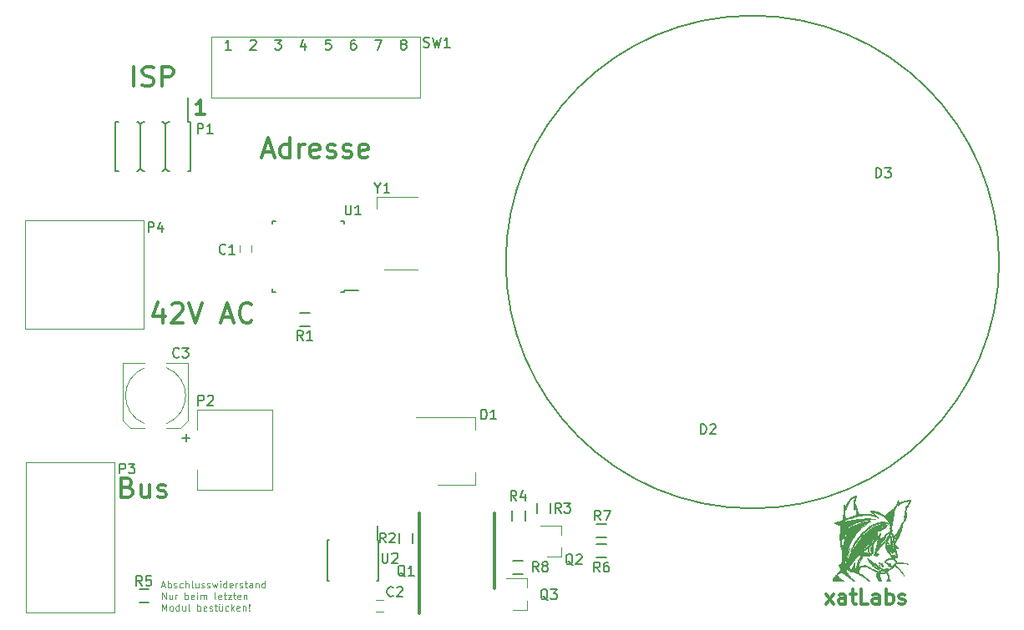
<source format=gbr>
G04 #@! TF.GenerationSoftware,KiCad,Pcbnew,(2017-01-15 revision 8ac4790)-makepkg*
G04 #@! TF.CreationDate,2017-09-14T17:44:39+02:00*
G04 #@! TF.ProjectId,Fallblatt-Controller,46616C6C626C6174742D436F6E74726F,1.0*
G04 #@! TF.FileFunction,Legend,Top*
G04 #@! TF.FilePolarity,Positive*
%FSLAX46Y46*%
G04 Gerber Fmt 4.6, Leading zero omitted, Abs format (unit mm)*
G04 Created by KiCad (PCBNEW (2017-01-15 revision 8ac4790)-makepkg) date 09/14/17 17:44:39*
%MOMM*%
%LPD*%
G01*
G04 APERTURE LIST*
%ADD10C,0.100000*%
%ADD11C,0.300000*%
%ADD12C,0.120000*%
%ADD13C,0.350000*%
%ADD14C,0.200000*%
%ADD15C,0.010000*%
%ADD16C,0.150000*%
G04 APERTURE END LIST*
D10*
D11*
X83486571Y-71036571D02*
X82629428Y-71036571D01*
X83058000Y-71036571D02*
X83058000Y-69536571D01*
X82915142Y-69750857D01*
X82772285Y-69893714D01*
X82629428Y-69965142D01*
D12*
X79111333Y-118846666D02*
X79444666Y-118846666D01*
X79044666Y-119046666D02*
X79278000Y-118346666D01*
X79511333Y-119046666D01*
X79744666Y-119046666D02*
X79744666Y-118346666D01*
X79744666Y-118613333D02*
X79811333Y-118580000D01*
X79944666Y-118580000D01*
X80011333Y-118613333D01*
X80044666Y-118646666D01*
X80078000Y-118713333D01*
X80078000Y-118913333D01*
X80044666Y-118980000D01*
X80011333Y-119013333D01*
X79944666Y-119046666D01*
X79811333Y-119046666D01*
X79744666Y-119013333D01*
X80344666Y-119013333D02*
X80411333Y-119046666D01*
X80544666Y-119046666D01*
X80611333Y-119013333D01*
X80644666Y-118946666D01*
X80644666Y-118913333D01*
X80611333Y-118846666D01*
X80544666Y-118813333D01*
X80444666Y-118813333D01*
X80378000Y-118780000D01*
X80344666Y-118713333D01*
X80344666Y-118680000D01*
X80378000Y-118613333D01*
X80444666Y-118580000D01*
X80544666Y-118580000D01*
X80611333Y-118613333D01*
X81244666Y-119013333D02*
X81178000Y-119046666D01*
X81044666Y-119046666D01*
X80978000Y-119013333D01*
X80944666Y-118980000D01*
X80911333Y-118913333D01*
X80911333Y-118713333D01*
X80944666Y-118646666D01*
X80978000Y-118613333D01*
X81044666Y-118580000D01*
X81178000Y-118580000D01*
X81244666Y-118613333D01*
X81544666Y-119046666D02*
X81544666Y-118346666D01*
X81844666Y-119046666D02*
X81844666Y-118680000D01*
X81811333Y-118613333D01*
X81744666Y-118580000D01*
X81644666Y-118580000D01*
X81578000Y-118613333D01*
X81544666Y-118646666D01*
X82278000Y-119046666D02*
X82211333Y-119013333D01*
X82178000Y-118946666D01*
X82178000Y-118346666D01*
X82844666Y-118580000D02*
X82844666Y-119046666D01*
X82544666Y-118580000D02*
X82544666Y-118946666D01*
X82578000Y-119013333D01*
X82644666Y-119046666D01*
X82744666Y-119046666D01*
X82811333Y-119013333D01*
X82844666Y-118980000D01*
X83144666Y-119013333D02*
X83211333Y-119046666D01*
X83344666Y-119046666D01*
X83411333Y-119013333D01*
X83444666Y-118946666D01*
X83444666Y-118913333D01*
X83411333Y-118846666D01*
X83344666Y-118813333D01*
X83244666Y-118813333D01*
X83178000Y-118780000D01*
X83144666Y-118713333D01*
X83144666Y-118680000D01*
X83178000Y-118613333D01*
X83244666Y-118580000D01*
X83344666Y-118580000D01*
X83411333Y-118613333D01*
X83711333Y-119013333D02*
X83778000Y-119046666D01*
X83911333Y-119046666D01*
X83978000Y-119013333D01*
X84011333Y-118946666D01*
X84011333Y-118913333D01*
X83978000Y-118846666D01*
X83911333Y-118813333D01*
X83811333Y-118813333D01*
X83744666Y-118780000D01*
X83711333Y-118713333D01*
X83711333Y-118680000D01*
X83744666Y-118613333D01*
X83811333Y-118580000D01*
X83911333Y-118580000D01*
X83978000Y-118613333D01*
X84244666Y-118580000D02*
X84378000Y-119046666D01*
X84511333Y-118713333D01*
X84644666Y-119046666D01*
X84778000Y-118580000D01*
X85044666Y-119046666D02*
X85044666Y-118580000D01*
X85044666Y-118346666D02*
X85011333Y-118380000D01*
X85044666Y-118413333D01*
X85078000Y-118380000D01*
X85044666Y-118346666D01*
X85044666Y-118413333D01*
X85678000Y-119046666D02*
X85678000Y-118346666D01*
X85678000Y-119013333D02*
X85611333Y-119046666D01*
X85478000Y-119046666D01*
X85411333Y-119013333D01*
X85378000Y-118980000D01*
X85344666Y-118913333D01*
X85344666Y-118713333D01*
X85378000Y-118646666D01*
X85411333Y-118613333D01*
X85478000Y-118580000D01*
X85611333Y-118580000D01*
X85678000Y-118613333D01*
X86278000Y-119013333D02*
X86211333Y-119046666D01*
X86078000Y-119046666D01*
X86011333Y-119013333D01*
X85978000Y-118946666D01*
X85978000Y-118680000D01*
X86011333Y-118613333D01*
X86078000Y-118580000D01*
X86211333Y-118580000D01*
X86278000Y-118613333D01*
X86311333Y-118680000D01*
X86311333Y-118746666D01*
X85978000Y-118813333D01*
X86611333Y-119046666D02*
X86611333Y-118580000D01*
X86611333Y-118713333D02*
X86644666Y-118646666D01*
X86678000Y-118613333D01*
X86744666Y-118580000D01*
X86811333Y-118580000D01*
X87011333Y-119013333D02*
X87078000Y-119046666D01*
X87211333Y-119046666D01*
X87278000Y-119013333D01*
X87311333Y-118946666D01*
X87311333Y-118913333D01*
X87278000Y-118846666D01*
X87211333Y-118813333D01*
X87111333Y-118813333D01*
X87044666Y-118780000D01*
X87011333Y-118713333D01*
X87011333Y-118680000D01*
X87044666Y-118613333D01*
X87111333Y-118580000D01*
X87211333Y-118580000D01*
X87278000Y-118613333D01*
X87511333Y-118580000D02*
X87778000Y-118580000D01*
X87611333Y-118346666D02*
X87611333Y-118946666D01*
X87644666Y-119013333D01*
X87711333Y-119046666D01*
X87778000Y-119046666D01*
X88311333Y-119046666D02*
X88311333Y-118680000D01*
X88278000Y-118613333D01*
X88211333Y-118580000D01*
X88078000Y-118580000D01*
X88011333Y-118613333D01*
X88311333Y-119013333D02*
X88244666Y-119046666D01*
X88078000Y-119046666D01*
X88011333Y-119013333D01*
X87978000Y-118946666D01*
X87978000Y-118880000D01*
X88011333Y-118813333D01*
X88078000Y-118780000D01*
X88244666Y-118780000D01*
X88311333Y-118746666D01*
X88644666Y-118580000D02*
X88644666Y-119046666D01*
X88644666Y-118646666D02*
X88678000Y-118613333D01*
X88744666Y-118580000D01*
X88844666Y-118580000D01*
X88911333Y-118613333D01*
X88944666Y-118680000D01*
X88944666Y-119046666D01*
X89578000Y-119046666D02*
X89578000Y-118346666D01*
X89578000Y-119013333D02*
X89511333Y-119046666D01*
X89378000Y-119046666D01*
X89311333Y-119013333D01*
X89278000Y-118980000D01*
X89244666Y-118913333D01*
X89244666Y-118713333D01*
X89278000Y-118646666D01*
X89311333Y-118613333D01*
X89378000Y-118580000D01*
X89511333Y-118580000D01*
X89578000Y-118613333D01*
X79144666Y-120216666D02*
X79144666Y-119516666D01*
X79544666Y-120216666D01*
X79544666Y-119516666D01*
X80178000Y-119750000D02*
X80178000Y-120216666D01*
X79878000Y-119750000D02*
X79878000Y-120116666D01*
X79911333Y-120183333D01*
X79978000Y-120216666D01*
X80078000Y-120216666D01*
X80144666Y-120183333D01*
X80178000Y-120150000D01*
X80511333Y-120216666D02*
X80511333Y-119750000D01*
X80511333Y-119883333D02*
X80544666Y-119816666D01*
X80578000Y-119783333D01*
X80644666Y-119750000D01*
X80711333Y-119750000D01*
X81478000Y-120216666D02*
X81478000Y-119516666D01*
X81478000Y-119783333D02*
X81544666Y-119750000D01*
X81678000Y-119750000D01*
X81744666Y-119783333D01*
X81778000Y-119816666D01*
X81811333Y-119883333D01*
X81811333Y-120083333D01*
X81778000Y-120150000D01*
X81744666Y-120183333D01*
X81678000Y-120216666D01*
X81544666Y-120216666D01*
X81478000Y-120183333D01*
X82378000Y-120183333D02*
X82311333Y-120216666D01*
X82178000Y-120216666D01*
X82111333Y-120183333D01*
X82078000Y-120116666D01*
X82078000Y-119850000D01*
X82111333Y-119783333D01*
X82178000Y-119750000D01*
X82311333Y-119750000D01*
X82378000Y-119783333D01*
X82411333Y-119850000D01*
X82411333Y-119916666D01*
X82078000Y-119983333D01*
X82711333Y-120216666D02*
X82711333Y-119750000D01*
X82711333Y-119516666D02*
X82678000Y-119550000D01*
X82711333Y-119583333D01*
X82744666Y-119550000D01*
X82711333Y-119516666D01*
X82711333Y-119583333D01*
X83044666Y-120216666D02*
X83044666Y-119750000D01*
X83044666Y-119816666D02*
X83078000Y-119783333D01*
X83144666Y-119750000D01*
X83244666Y-119750000D01*
X83311333Y-119783333D01*
X83344666Y-119850000D01*
X83344666Y-120216666D01*
X83344666Y-119850000D02*
X83378000Y-119783333D01*
X83444666Y-119750000D01*
X83544666Y-119750000D01*
X83611333Y-119783333D01*
X83644666Y-119850000D01*
X83644666Y-120216666D01*
X84611333Y-120216666D02*
X84544666Y-120183333D01*
X84511333Y-120116666D01*
X84511333Y-119516666D01*
X85144666Y-120183333D02*
X85078000Y-120216666D01*
X84944666Y-120216666D01*
X84878000Y-120183333D01*
X84844666Y-120116666D01*
X84844666Y-119850000D01*
X84878000Y-119783333D01*
X84944666Y-119750000D01*
X85078000Y-119750000D01*
X85144666Y-119783333D01*
X85178000Y-119850000D01*
X85178000Y-119916666D01*
X84844666Y-119983333D01*
X85378000Y-119750000D02*
X85644666Y-119750000D01*
X85478000Y-119516666D02*
X85478000Y-120116666D01*
X85511333Y-120183333D01*
X85578000Y-120216666D01*
X85644666Y-120216666D01*
X85811333Y-119750000D02*
X86178000Y-119750000D01*
X85811333Y-120216666D01*
X86178000Y-120216666D01*
X86344666Y-119750000D02*
X86611333Y-119750000D01*
X86444666Y-119516666D02*
X86444666Y-120116666D01*
X86478000Y-120183333D01*
X86544666Y-120216666D01*
X86611333Y-120216666D01*
X87111333Y-120183333D02*
X87044666Y-120216666D01*
X86911333Y-120216666D01*
X86844666Y-120183333D01*
X86811333Y-120116666D01*
X86811333Y-119850000D01*
X86844666Y-119783333D01*
X86911333Y-119750000D01*
X87044666Y-119750000D01*
X87111333Y-119783333D01*
X87144666Y-119850000D01*
X87144666Y-119916666D01*
X86811333Y-119983333D01*
X87444666Y-119750000D02*
X87444666Y-120216666D01*
X87444666Y-119816666D02*
X87478000Y-119783333D01*
X87544666Y-119750000D01*
X87644666Y-119750000D01*
X87711333Y-119783333D01*
X87744666Y-119850000D01*
X87744666Y-120216666D01*
X79144666Y-121386666D02*
X79144666Y-120686666D01*
X79378000Y-121186666D01*
X79611333Y-120686666D01*
X79611333Y-121386666D01*
X80044666Y-121386666D02*
X79978000Y-121353333D01*
X79944666Y-121320000D01*
X79911333Y-121253333D01*
X79911333Y-121053333D01*
X79944666Y-120986666D01*
X79978000Y-120953333D01*
X80044666Y-120920000D01*
X80144666Y-120920000D01*
X80211333Y-120953333D01*
X80244666Y-120986666D01*
X80278000Y-121053333D01*
X80278000Y-121253333D01*
X80244666Y-121320000D01*
X80211333Y-121353333D01*
X80144666Y-121386666D01*
X80044666Y-121386666D01*
X80878000Y-121386666D02*
X80878000Y-120686666D01*
X80878000Y-121353333D02*
X80811333Y-121386666D01*
X80678000Y-121386666D01*
X80611333Y-121353333D01*
X80578000Y-121320000D01*
X80544666Y-121253333D01*
X80544666Y-121053333D01*
X80578000Y-120986666D01*
X80611333Y-120953333D01*
X80678000Y-120920000D01*
X80811333Y-120920000D01*
X80878000Y-120953333D01*
X81511333Y-120920000D02*
X81511333Y-121386666D01*
X81211333Y-120920000D02*
X81211333Y-121286666D01*
X81244666Y-121353333D01*
X81311333Y-121386666D01*
X81411333Y-121386666D01*
X81478000Y-121353333D01*
X81511333Y-121320000D01*
X81944666Y-121386666D02*
X81878000Y-121353333D01*
X81844666Y-121286666D01*
X81844666Y-120686666D01*
X82744666Y-121386666D02*
X82744666Y-120686666D01*
X82744666Y-120953333D02*
X82811333Y-120920000D01*
X82944666Y-120920000D01*
X83011333Y-120953333D01*
X83044666Y-120986666D01*
X83078000Y-121053333D01*
X83078000Y-121253333D01*
X83044666Y-121320000D01*
X83011333Y-121353333D01*
X82944666Y-121386666D01*
X82811333Y-121386666D01*
X82744666Y-121353333D01*
X83644666Y-121353333D02*
X83578000Y-121386666D01*
X83444666Y-121386666D01*
X83378000Y-121353333D01*
X83344666Y-121286666D01*
X83344666Y-121020000D01*
X83378000Y-120953333D01*
X83444666Y-120920000D01*
X83578000Y-120920000D01*
X83644666Y-120953333D01*
X83678000Y-121020000D01*
X83678000Y-121086666D01*
X83344666Y-121153333D01*
X83944666Y-121353333D02*
X84011333Y-121386666D01*
X84144666Y-121386666D01*
X84211333Y-121353333D01*
X84244666Y-121286666D01*
X84244666Y-121253333D01*
X84211333Y-121186666D01*
X84144666Y-121153333D01*
X84044666Y-121153333D01*
X83978000Y-121120000D01*
X83944666Y-121053333D01*
X83944666Y-121020000D01*
X83978000Y-120953333D01*
X84044666Y-120920000D01*
X84144666Y-120920000D01*
X84211333Y-120953333D01*
X84444666Y-120920000D02*
X84711333Y-120920000D01*
X84544666Y-120686666D02*
X84544666Y-121286666D01*
X84578000Y-121353333D01*
X84644666Y-121386666D01*
X84711333Y-121386666D01*
X85244666Y-120920000D02*
X85244666Y-121386666D01*
X84944666Y-120920000D02*
X84944666Y-121286666D01*
X84978000Y-121353333D01*
X85044666Y-121386666D01*
X85144666Y-121386666D01*
X85211333Y-121353333D01*
X85244666Y-121320000D01*
X84978000Y-120686666D02*
X85011333Y-120720000D01*
X84978000Y-120753333D01*
X84944666Y-120720000D01*
X84978000Y-120686666D01*
X84978000Y-120753333D01*
X85244666Y-120686666D02*
X85278000Y-120720000D01*
X85244666Y-120753333D01*
X85211333Y-120720000D01*
X85244666Y-120686666D01*
X85244666Y-120753333D01*
X85878000Y-121353333D02*
X85811333Y-121386666D01*
X85678000Y-121386666D01*
X85611333Y-121353333D01*
X85578000Y-121320000D01*
X85544666Y-121253333D01*
X85544666Y-121053333D01*
X85578000Y-120986666D01*
X85611333Y-120953333D01*
X85678000Y-120920000D01*
X85811333Y-120920000D01*
X85878000Y-120953333D01*
X86178000Y-121386666D02*
X86178000Y-120686666D01*
X86244666Y-121120000D02*
X86444666Y-121386666D01*
X86444666Y-120920000D02*
X86178000Y-121186666D01*
X87011333Y-121353333D02*
X86944666Y-121386666D01*
X86811333Y-121386666D01*
X86744666Y-121353333D01*
X86711333Y-121286666D01*
X86711333Y-121020000D01*
X86744666Y-120953333D01*
X86811333Y-120920000D01*
X86944666Y-120920000D01*
X87011333Y-120953333D01*
X87044666Y-121020000D01*
X87044666Y-121086666D01*
X86711333Y-121153333D01*
X87344666Y-120920000D02*
X87344666Y-121386666D01*
X87344666Y-120986666D02*
X87378000Y-120953333D01*
X87444666Y-120920000D01*
X87544666Y-120920000D01*
X87611333Y-120953333D01*
X87644666Y-121020000D01*
X87644666Y-121386666D01*
X87978000Y-121320000D02*
X88011333Y-121353333D01*
X87978000Y-121386666D01*
X87944666Y-121353333D01*
X87978000Y-121320000D01*
X87978000Y-121386666D01*
X87978000Y-121120000D02*
X87944666Y-120720000D01*
X87978000Y-120686666D01*
X88011333Y-120720000D01*
X87978000Y-121120000D01*
X87978000Y-120686666D01*
D13*
X75678571Y-108857142D02*
X75964285Y-108952380D01*
X76059523Y-109047619D01*
X76154761Y-109238095D01*
X76154761Y-109523809D01*
X76059523Y-109714285D01*
X75964285Y-109809523D01*
X75773809Y-109904761D01*
X75011904Y-109904761D01*
X75011904Y-107904761D01*
X75678571Y-107904761D01*
X75869047Y-108000000D01*
X75964285Y-108095238D01*
X76059523Y-108285714D01*
X76059523Y-108476190D01*
X75964285Y-108666666D01*
X75869047Y-108761904D01*
X75678571Y-108857142D01*
X75011904Y-108857142D01*
X77869047Y-108571428D02*
X77869047Y-109904761D01*
X77011904Y-108571428D02*
X77011904Y-109619047D01*
X77107142Y-109809523D01*
X77297619Y-109904761D01*
X77583333Y-109904761D01*
X77773809Y-109809523D01*
X77869047Y-109714285D01*
X78726190Y-109809523D02*
X78916666Y-109904761D01*
X79297619Y-109904761D01*
X79488095Y-109809523D01*
X79583333Y-109619047D01*
X79583333Y-109523809D01*
X79488095Y-109333333D01*
X79297619Y-109238095D01*
X79011904Y-109238095D01*
X78821428Y-109142857D01*
X78726190Y-108952380D01*
X78726190Y-108857142D01*
X78821428Y-108666666D01*
X79011904Y-108571428D01*
X79297619Y-108571428D01*
X79488095Y-108666666D01*
X76297619Y-68154761D02*
X76297619Y-66154761D01*
X77154761Y-68059523D02*
X77440476Y-68154761D01*
X77916666Y-68154761D01*
X78107142Y-68059523D01*
X78202380Y-67964285D01*
X78297619Y-67773809D01*
X78297619Y-67583333D01*
X78202380Y-67392857D01*
X78107142Y-67297619D01*
X77916666Y-67202380D01*
X77535714Y-67107142D01*
X77345238Y-67011904D01*
X77250000Y-66916666D01*
X77154761Y-66726190D01*
X77154761Y-66535714D01*
X77250000Y-66345238D01*
X77345238Y-66250000D01*
X77535714Y-66154761D01*
X78011904Y-66154761D01*
X78297619Y-66250000D01*
X79154761Y-68154761D02*
X79154761Y-66154761D01*
X79916666Y-66154761D01*
X80107142Y-66250000D01*
X80202380Y-66345238D01*
X80297619Y-66535714D01*
X80297619Y-66821428D01*
X80202380Y-67011904D01*
X80107142Y-67107142D01*
X79916666Y-67202380D01*
X79154761Y-67202380D01*
X89416666Y-74833333D02*
X90369047Y-74833333D01*
X89226190Y-75404761D02*
X89892857Y-73404761D01*
X90559523Y-75404761D01*
X92083333Y-75404761D02*
X92083333Y-73404761D01*
X92083333Y-75309523D02*
X91892857Y-75404761D01*
X91511904Y-75404761D01*
X91321428Y-75309523D01*
X91226190Y-75214285D01*
X91130952Y-75023809D01*
X91130952Y-74452380D01*
X91226190Y-74261904D01*
X91321428Y-74166666D01*
X91511904Y-74071428D01*
X91892857Y-74071428D01*
X92083333Y-74166666D01*
X93035714Y-75404761D02*
X93035714Y-74071428D01*
X93035714Y-74452380D02*
X93130952Y-74261904D01*
X93226190Y-74166666D01*
X93416666Y-74071428D01*
X93607142Y-74071428D01*
X95035714Y-75309523D02*
X94845238Y-75404761D01*
X94464285Y-75404761D01*
X94273809Y-75309523D01*
X94178571Y-75119047D01*
X94178571Y-74357142D01*
X94273809Y-74166666D01*
X94464285Y-74071428D01*
X94845238Y-74071428D01*
X95035714Y-74166666D01*
X95130952Y-74357142D01*
X95130952Y-74547619D01*
X94178571Y-74738095D01*
X95892857Y-75309523D02*
X96083333Y-75404761D01*
X96464285Y-75404761D01*
X96654761Y-75309523D01*
X96750000Y-75119047D01*
X96750000Y-75023809D01*
X96654761Y-74833333D01*
X96464285Y-74738095D01*
X96178571Y-74738095D01*
X95988095Y-74642857D01*
X95892857Y-74452380D01*
X95892857Y-74357142D01*
X95988095Y-74166666D01*
X96178571Y-74071428D01*
X96464285Y-74071428D01*
X96654761Y-74166666D01*
X97511904Y-75309523D02*
X97702380Y-75404761D01*
X98083333Y-75404761D01*
X98273809Y-75309523D01*
X98369047Y-75119047D01*
X98369047Y-75023809D01*
X98273809Y-74833333D01*
X98083333Y-74738095D01*
X97797619Y-74738095D01*
X97607142Y-74642857D01*
X97511904Y-74452380D01*
X97511904Y-74357142D01*
X97607142Y-74166666D01*
X97797619Y-74071428D01*
X98083333Y-74071428D01*
X98273809Y-74166666D01*
X99988095Y-75309523D02*
X99797619Y-75404761D01*
X99416666Y-75404761D01*
X99226190Y-75309523D01*
X99130952Y-75119047D01*
X99130952Y-74357142D01*
X99226190Y-74166666D01*
X99416666Y-74071428D01*
X99797619Y-74071428D01*
X99988095Y-74166666D01*
X100083333Y-74357142D01*
X100083333Y-74547619D01*
X99130952Y-74738095D01*
X79202380Y-90821428D02*
X79202380Y-92154761D01*
X78726190Y-90059523D02*
X78250000Y-91488095D01*
X79488095Y-91488095D01*
X80154761Y-90345238D02*
X80250000Y-90250000D01*
X80440476Y-90154761D01*
X80916666Y-90154761D01*
X81107142Y-90250000D01*
X81202380Y-90345238D01*
X81297619Y-90535714D01*
X81297619Y-90726190D01*
X81202380Y-91011904D01*
X80059523Y-92154761D01*
X81297619Y-92154761D01*
X81869047Y-90154761D02*
X82535714Y-92154761D01*
X83202380Y-90154761D01*
X85297619Y-91583333D02*
X86249999Y-91583333D01*
X85107142Y-92154761D02*
X85773809Y-90154761D01*
X86440476Y-92154761D01*
X88250000Y-91964285D02*
X88154761Y-92059523D01*
X87869047Y-92154761D01*
X87678571Y-92154761D01*
X87392857Y-92059523D01*
X87202380Y-91869047D01*
X87107142Y-91678571D01*
X87011904Y-91297619D01*
X87011904Y-91011904D01*
X87107142Y-90630952D01*
X87202380Y-90440476D01*
X87392857Y-90250000D01*
X87678571Y-90154761D01*
X87869047Y-90154761D01*
X88154761Y-90250000D01*
X88250000Y-90345238D01*
D11*
X146428571Y-120678571D02*
X147214285Y-119678571D01*
X146428571Y-119678571D02*
X147214285Y-120678571D01*
X148428571Y-120678571D02*
X148428571Y-119892857D01*
X148357142Y-119750000D01*
X148214285Y-119678571D01*
X147928571Y-119678571D01*
X147785714Y-119750000D01*
X148428571Y-120607142D02*
X148285714Y-120678571D01*
X147928571Y-120678571D01*
X147785714Y-120607142D01*
X147714285Y-120464285D01*
X147714285Y-120321428D01*
X147785714Y-120178571D01*
X147928571Y-120107142D01*
X148285714Y-120107142D01*
X148428571Y-120035714D01*
X148928571Y-119678571D02*
X149500000Y-119678571D01*
X149142857Y-119178571D02*
X149142857Y-120464285D01*
X149214285Y-120607142D01*
X149357142Y-120678571D01*
X149500000Y-120678571D01*
X150714285Y-120678571D02*
X150000000Y-120678571D01*
X150000000Y-119178571D01*
X151857142Y-120678571D02*
X151857142Y-119892857D01*
X151785714Y-119750000D01*
X151642857Y-119678571D01*
X151357142Y-119678571D01*
X151214285Y-119750000D01*
X151857142Y-120607142D02*
X151714285Y-120678571D01*
X151357142Y-120678571D01*
X151214285Y-120607142D01*
X151142857Y-120464285D01*
X151142857Y-120321428D01*
X151214285Y-120178571D01*
X151357142Y-120107142D01*
X151714285Y-120107142D01*
X151857142Y-120035714D01*
X152571428Y-120678571D02*
X152571428Y-119178571D01*
X152571428Y-119750000D02*
X152714285Y-119678571D01*
X153000000Y-119678571D01*
X153142857Y-119750000D01*
X153214285Y-119821428D01*
X153285714Y-119964285D01*
X153285714Y-120392857D01*
X153214285Y-120535714D01*
X153142857Y-120607142D01*
X153000000Y-120678571D01*
X152714285Y-120678571D01*
X152571428Y-120607142D01*
X153857142Y-120607142D02*
X154000000Y-120678571D01*
X154285714Y-120678571D01*
X154428571Y-120607142D01*
X154500000Y-120464285D01*
X154500000Y-120392857D01*
X154428571Y-120250000D01*
X154285714Y-120178571D01*
X154071428Y-120178571D01*
X153928571Y-120107142D01*
X153857142Y-119964285D01*
X153857142Y-119892857D01*
X153928571Y-119750000D01*
X154071428Y-119678571D01*
X154285714Y-119678571D01*
X154428571Y-119750000D01*
D14*
X103536761Y-63888952D02*
X103441523Y-63841333D01*
X103393904Y-63793714D01*
X103346285Y-63698476D01*
X103346285Y-63650857D01*
X103393904Y-63555619D01*
X103441523Y-63508000D01*
X103536761Y-63460380D01*
X103727238Y-63460380D01*
X103822476Y-63508000D01*
X103870095Y-63555619D01*
X103917714Y-63650857D01*
X103917714Y-63698476D01*
X103870095Y-63793714D01*
X103822476Y-63841333D01*
X103727238Y-63888952D01*
X103536761Y-63888952D01*
X103441523Y-63936571D01*
X103393904Y-63984190D01*
X103346285Y-64079428D01*
X103346285Y-64269904D01*
X103393904Y-64365142D01*
X103441523Y-64412761D01*
X103536761Y-64460380D01*
X103727238Y-64460380D01*
X103822476Y-64412761D01*
X103870095Y-64365142D01*
X103917714Y-64269904D01*
X103917714Y-64079428D01*
X103870095Y-63984190D01*
X103822476Y-63936571D01*
X103727238Y-63888952D01*
X100758666Y-63460380D02*
X101425333Y-63460380D01*
X100996761Y-64460380D01*
X98742476Y-63460380D02*
X98552000Y-63460380D01*
X98456761Y-63508000D01*
X98409142Y-63555619D01*
X98313904Y-63698476D01*
X98266285Y-63888952D01*
X98266285Y-64269904D01*
X98313904Y-64365142D01*
X98361523Y-64412761D01*
X98456761Y-64460380D01*
X98647238Y-64460380D01*
X98742476Y-64412761D01*
X98790095Y-64365142D01*
X98837714Y-64269904D01*
X98837714Y-64031809D01*
X98790095Y-63936571D01*
X98742476Y-63888952D01*
X98647238Y-63841333D01*
X98456761Y-63841333D01*
X98361523Y-63888952D01*
X98313904Y-63936571D01*
X98266285Y-64031809D01*
X96250095Y-63460380D02*
X95773904Y-63460380D01*
X95726285Y-63936571D01*
X95773904Y-63888952D01*
X95869142Y-63841333D01*
X96107238Y-63841333D01*
X96202476Y-63888952D01*
X96250095Y-63936571D01*
X96297714Y-64031809D01*
X96297714Y-64269904D01*
X96250095Y-64365142D01*
X96202476Y-64412761D01*
X96107238Y-64460380D01*
X95869142Y-64460380D01*
X95773904Y-64412761D01*
X95726285Y-64365142D01*
X93662476Y-63793714D02*
X93662476Y-64460380D01*
X93424380Y-63412761D02*
X93186285Y-64127047D01*
X93805333Y-64127047D01*
X90598666Y-63460380D02*
X91217714Y-63460380D01*
X90884380Y-63841333D01*
X91027238Y-63841333D01*
X91122476Y-63888952D01*
X91170095Y-63936571D01*
X91217714Y-64031809D01*
X91217714Y-64269904D01*
X91170095Y-64365142D01*
X91122476Y-64412761D01*
X91027238Y-64460380D01*
X90741523Y-64460380D01*
X90646285Y-64412761D01*
X90598666Y-64365142D01*
X88106285Y-63555619D02*
X88153904Y-63508000D01*
X88249142Y-63460380D01*
X88487238Y-63460380D01*
X88582476Y-63508000D01*
X88630095Y-63555619D01*
X88677714Y-63650857D01*
X88677714Y-63746095D01*
X88630095Y-63888952D01*
X88058666Y-64460380D01*
X88677714Y-64460380D01*
X86137714Y-64460380D02*
X85566285Y-64460380D01*
X85852000Y-64460380D02*
X85852000Y-63460380D01*
X85756761Y-63603238D01*
X85661523Y-63698476D01*
X85566285Y-63746095D01*
X164000000Y-86000000D02*
G75*
G03X164000000Y-86000000I-25000000J0D01*
G01*
D15*
G36*
X149481342Y-109705694D02*
X149495089Y-109725087D01*
X149499324Y-109741241D01*
X149499006Y-109764700D01*
X149493445Y-109799318D01*
X149481950Y-109848950D01*
X149463831Y-109917448D01*
X149454708Y-109950512D01*
X149407549Y-110126262D01*
X149370257Y-110278828D01*
X149342791Y-110408412D01*
X149325109Y-110515218D01*
X149317172Y-110599448D01*
X149316819Y-110632243D01*
X149317851Y-110658038D01*
X149320120Y-110663651D01*
X149325158Y-110647469D01*
X149332740Y-110615450D01*
X149344542Y-110575290D01*
X149358347Y-110554652D01*
X149374650Y-110548064D01*
X149393686Y-110550410D01*
X149408228Y-110567599D01*
X149421077Y-110598864D01*
X149467951Y-110733079D01*
X149512449Y-110862140D01*
X149553840Y-110983813D01*
X149591391Y-111095865D01*
X149624369Y-111196060D01*
X149652043Y-111282165D01*
X149673681Y-111351946D01*
X149688550Y-111403168D01*
X149695917Y-111433598D01*
X149696599Y-111439472D01*
X149703287Y-111456146D01*
X149721060Y-111487690D01*
X149746484Y-111528134D01*
X149754769Y-111540631D01*
X149785430Y-111584406D01*
X149807374Y-111609862D01*
X149824557Y-111620693D01*
X149840494Y-111620701D01*
X149899065Y-111610164D01*
X149978891Y-111601042D01*
X150075864Y-111593397D01*
X150185874Y-111587290D01*
X150304814Y-111582783D01*
X150428574Y-111579937D01*
X150553046Y-111578814D01*
X150674122Y-111579477D01*
X150787691Y-111581985D01*
X150889647Y-111586402D01*
X150975879Y-111592788D01*
X151042280Y-111601206D01*
X151049778Y-111602554D01*
X151150931Y-111624579D01*
X151249315Y-111651375D01*
X151334157Y-111679978D01*
X151341250Y-111682732D01*
X151339852Y-111677262D01*
X151322257Y-111656519D01*
X151290633Y-111622779D01*
X151247148Y-111578316D01*
X151193969Y-111525404D01*
X151155497Y-111487817D01*
X151094865Y-111428163D01*
X151040444Y-111373073D01*
X150994920Y-111325393D01*
X150960979Y-111287968D01*
X150941306Y-111263643D01*
X150937552Y-111256924D01*
X150940146Y-111230461D01*
X150955329Y-111205432D01*
X150975891Y-111193361D01*
X150977353Y-111193299D01*
X151001707Y-111195832D01*
X151045788Y-111202767D01*
X151104504Y-111213113D01*
X151172761Y-111225880D01*
X151245466Y-111240074D01*
X151317525Y-111254705D01*
X151383846Y-111268781D01*
X151439335Y-111281310D01*
X151474600Y-111290116D01*
X151667853Y-111352433D01*
X151863956Y-111434449D01*
X152055556Y-111532599D01*
X152235302Y-111643321D01*
X152306035Y-111693114D01*
X152381821Y-111748732D01*
X152521935Y-111617820D01*
X152622681Y-111525914D01*
X152738969Y-111423632D01*
X152865652Y-111315332D01*
X152997583Y-111205371D01*
X153129613Y-111098105D01*
X153227200Y-111020800D01*
X153293091Y-110968919D01*
X153342385Y-110928794D01*
X153378664Y-110896753D01*
X153405511Y-110869126D01*
X153426508Y-110842242D01*
X153445237Y-110812431D01*
X153464310Y-110777833D01*
X153501261Y-110706023D01*
X153542518Y-110621192D01*
X153585178Y-110529751D01*
X153626335Y-110438108D01*
X153663086Y-110352674D01*
X153692526Y-110279858D01*
X153704390Y-110247962D01*
X153721890Y-110203699D01*
X153738159Y-110171256D01*
X153750379Y-110156000D01*
X153752883Y-110155591D01*
X153771674Y-110174654D01*
X153785535Y-110216636D01*
X153794108Y-110279467D01*
X153797033Y-110361082D01*
X153796338Y-110405900D01*
X153791994Y-110551950D01*
X153853247Y-110491719D01*
X153957074Y-110404914D01*
X154078967Y-110331285D01*
X154219753Y-110270556D01*
X154380259Y-110222451D01*
X154561313Y-110186692D01*
X154763744Y-110163004D01*
X154856908Y-110156498D01*
X155002190Y-110148200D01*
X155023762Y-110181123D01*
X155032220Y-110194439D01*
X155037004Y-110206611D01*
X155036622Y-110220826D01*
X155029577Y-110240269D01*
X155014375Y-110268127D01*
X154989522Y-110307586D01*
X154953522Y-110361833D01*
X154905633Y-110432937D01*
X154835840Y-110541495D01*
X154774139Y-110649161D01*
X154718454Y-110760601D01*
X154666711Y-110880480D01*
X154616833Y-111013462D01*
X154566745Y-111164212D01*
X154536562Y-111262349D01*
X154509628Y-111353829D01*
X154488833Y-111428176D01*
X154474388Y-111484297D01*
X154466505Y-111521101D01*
X154465395Y-111537498D01*
X154471269Y-111532396D01*
X154484340Y-111504705D01*
X154494302Y-111480384D01*
X154521841Y-111419859D01*
X154546765Y-111383966D01*
X154569622Y-111372136D01*
X154588925Y-111381638D01*
X154596875Y-111402797D01*
X154601915Y-111443641D01*
X154604066Y-111498628D01*
X154603350Y-111562214D01*
X154599791Y-111628854D01*
X154593409Y-111693005D01*
X154587522Y-111732085D01*
X154558341Y-111858795D01*
X154516174Y-111989720D01*
X154463644Y-112119081D01*
X154403377Y-112241102D01*
X154337995Y-112350006D01*
X154270123Y-112440017D01*
X154261555Y-112449696D01*
X154242336Y-112472346D01*
X154227950Y-112494560D01*
X154216534Y-112521637D01*
X154206229Y-112558872D01*
X154195172Y-112611563D01*
X154184336Y-112669494D01*
X154151273Y-112831853D01*
X154111081Y-112994620D01*
X154062365Y-113162403D01*
X154003731Y-113339809D01*
X153933787Y-113531447D01*
X153887560Y-113650750D01*
X153835739Y-113779467D01*
X153789180Y-113888785D01*
X153745459Y-113983517D01*
X153702152Y-114068472D01*
X153656836Y-114148462D01*
X153607086Y-114228299D01*
X153563984Y-114293061D01*
X153521507Y-114355302D01*
X153482189Y-114412592D01*
X153449019Y-114460603D01*
X153424985Y-114495004D01*
X153415085Y-114508820D01*
X153389165Y-114543879D01*
X153430886Y-114618014D01*
X153508821Y-114742109D01*
X153597814Y-114854329D01*
X153637493Y-114897586D01*
X153681790Y-114949342D01*
X153704608Y-114988044D01*
X153706534Y-115013215D01*
X153688155Y-115024385D01*
X153650057Y-115021077D01*
X153592826Y-115002819D01*
X153537046Y-114978723D01*
X153481313Y-114952796D01*
X153445310Y-114936801D01*
X153425856Y-114929708D01*
X153419769Y-114930485D01*
X153423868Y-114938101D01*
X153428137Y-114943424D01*
X153448814Y-114977710D01*
X153472612Y-115032670D01*
X153498216Y-115103971D01*
X153524310Y-115187277D01*
X153549578Y-115278254D01*
X153572703Y-115372568D01*
X153592369Y-115465883D01*
X153600577Y-115511304D01*
X153609685Y-115572012D01*
X153618371Y-115642275D01*
X153626226Y-115717097D01*
X153632847Y-115791480D01*
X153637824Y-115860425D01*
X153640754Y-115918934D01*
X153641228Y-115962010D01*
X153639025Y-115984113D01*
X153622284Y-116003202D01*
X153592680Y-116003639D01*
X153553891Y-115986052D01*
X153524760Y-115964637D01*
X153473617Y-115922683D01*
X153424606Y-115884328D01*
X153381228Y-115852092D01*
X153346983Y-115828494D01*
X153325372Y-115816052D01*
X153319852Y-115817181D01*
X153333623Y-115856322D01*
X153350418Y-115911273D01*
X153367709Y-115973054D01*
X153382974Y-116032690D01*
X153392762Y-116076450D01*
X153402173Y-116115397D01*
X153415410Y-116147879D01*
X153436537Y-116180889D01*
X153469617Y-116221421D01*
X153491287Y-116245995D01*
X153574657Y-116339340D01*
X153559581Y-116411095D01*
X153549716Y-116456546D01*
X153540599Y-116496083D01*
X153536286Y-116513281D01*
X153532928Y-116534124D01*
X153543190Y-116539548D01*
X153564958Y-116536094D01*
X153591323Y-116532079D01*
X153636891Y-116526576D01*
X153695557Y-116520271D01*
X153761216Y-116513850D01*
X153770125Y-116513026D01*
X153953305Y-116505775D01*
X154149921Y-116515803D01*
X154355263Y-116542615D01*
X154564623Y-116585717D01*
X154636544Y-116604171D01*
X154682577Y-116617372D01*
X154716590Y-116628631D01*
X154733299Y-116636132D01*
X154734003Y-116637630D01*
X154719378Y-116638199D01*
X154689802Y-116632718D01*
X154679066Y-116629994D01*
X154567915Y-116604849D01*
X154438315Y-116583478D01*
X154297016Y-116566454D01*
X154150765Y-116554354D01*
X154006313Y-116547753D01*
X153870408Y-116547225D01*
X153764965Y-116552109D01*
X153680715Y-116558779D01*
X153617760Y-116565097D01*
X153572062Y-116572546D01*
X153539580Y-116582608D01*
X153516277Y-116596766D01*
X153498114Y-116616500D01*
X153481052Y-116643294D01*
X153471710Y-116659733D01*
X153450658Y-116698508D01*
X153435777Y-116728462D01*
X153430400Y-116742691D01*
X153440273Y-116753522D01*
X153466637Y-116774324D01*
X153504608Y-116801344D01*
X153522139Y-116813175D01*
X153584554Y-116859482D01*
X153657934Y-116921813D01*
X153737904Y-116995949D01*
X153820088Y-117077669D01*
X153900111Y-117162754D01*
X153973598Y-117246983D01*
X153980341Y-117255103D01*
X154025910Y-117312029D01*
X154078058Y-117380086D01*
X154133550Y-117454756D01*
X154189150Y-117531521D01*
X154241623Y-117605865D01*
X154287732Y-117673270D01*
X154324244Y-117729220D01*
X154345952Y-117765550D01*
X154360001Y-117792355D01*
X154363802Y-117803259D01*
X154356561Y-117797327D01*
X154337482Y-117773626D01*
X154305769Y-117731224D01*
X154260627Y-117669186D01*
X154243117Y-117644900D01*
X154120737Y-117481292D01*
X153996849Y-117327972D01*
X153873581Y-117187196D01*
X153753058Y-117061222D01*
X153637409Y-116952307D01*
X153528759Y-116862707D01*
X153460344Y-116814215D01*
X153407738Y-116779736D01*
X153238094Y-116949860D01*
X153151930Y-117033168D01*
X153077469Y-117097834D01*
X153011638Y-117145876D01*
X152951361Y-117179309D01*
X152893567Y-117200153D01*
X152842221Y-117209694D01*
X152801090Y-117218483D01*
X152775631Y-117236382D01*
X152766338Y-117249463D01*
X152729982Y-117298596D01*
X152678425Y-117353015D01*
X152632363Y-117394130D01*
X152590118Y-117429111D01*
X152634091Y-117489380D01*
X152662445Y-117531359D01*
X152695767Y-117585452D01*
X152730823Y-117645834D01*
X152764382Y-117706681D01*
X152793211Y-117762170D01*
X152814078Y-117806476D01*
X152822612Y-117829050D01*
X152826333Y-117870203D01*
X152820513Y-117933696D01*
X152813318Y-117977461D01*
X152793060Y-118087772D01*
X152830656Y-118142561D01*
X152855315Y-118181734D01*
X152884756Y-118233154D01*
X152912869Y-118286123D01*
X152914535Y-118289425D01*
X152960819Y-118381500D01*
X152846550Y-118381500D01*
X152803025Y-118295775D01*
X152780484Y-118253116D01*
X152765794Y-118230792D01*
X152756446Y-118225944D01*
X152750030Y-118235450D01*
X152727874Y-118294732D01*
X152711940Y-118334417D01*
X152699238Y-118358576D01*
X152686777Y-118371282D01*
X152671565Y-118376607D01*
X152650614Y-118378623D01*
X152644567Y-118379055D01*
X152612236Y-118379899D01*
X152593823Y-118377342D01*
X152592200Y-118375662D01*
X152596005Y-118361482D01*
X152606385Y-118328120D01*
X152621785Y-118280456D01*
X152640649Y-118223371D01*
X152641990Y-118219357D01*
X152664269Y-118149050D01*
X152685674Y-118075173D01*
X152703426Y-118007647D01*
X152712858Y-117966223D01*
X152733937Y-117862097D01*
X152673752Y-117750323D01*
X152640019Y-117690384D01*
X152602488Y-117627904D01*
X152567674Y-117573615D01*
X152557402Y-117558628D01*
X152501237Y-117478707D01*
X152449848Y-117525134D01*
X152401846Y-117564606D01*
X152355971Y-117591848D01*
X152306120Y-117608595D01*
X152246190Y-117616579D01*
X152170079Y-117617536D01*
X152129495Y-117616161D01*
X152027505Y-117608931D01*
X151946093Y-117596606D01*
X151893700Y-117582950D01*
X151850954Y-117569531D01*
X151818140Y-117559910D01*
X151802340Y-117556164D01*
X151802323Y-117556163D01*
X151802204Y-117566495D01*
X151810934Y-117593442D01*
X151822959Y-117622675D01*
X151851813Y-117695462D01*
X151883224Y-117787656D01*
X151915586Y-117893608D01*
X151947295Y-118007667D01*
X151976747Y-118124182D01*
X152002338Y-118237505D01*
X152014063Y-118295775D01*
X152030449Y-118381500D01*
X151795995Y-118381500D01*
X151717413Y-118216548D01*
X151655829Y-118083077D01*
X151607849Y-117969583D01*
X151573036Y-117874879D01*
X151550951Y-117797777D01*
X151541365Y-117739826D01*
X151539537Y-117695727D01*
X151543710Y-117658168D01*
X151555870Y-117617097D01*
X151575051Y-117569373D01*
X151592506Y-117524655D01*
X151603459Y-117489090D01*
X151606119Y-117468791D01*
X151605136Y-117466678D01*
X151591640Y-117458664D01*
X151578048Y-117451203D01*
X151827674Y-117451203D01*
X151845578Y-117461189D01*
X151885282Y-117474000D01*
X151948333Y-117490474D01*
X151952955Y-117491613D01*
X152046900Y-117509446D01*
X152138484Y-117517166D01*
X152221934Y-117514810D01*
X152291474Y-117502412D01*
X152325814Y-117489325D01*
X152374659Y-117454639D01*
X152418998Y-117405923D01*
X152448142Y-117357115D01*
X152557317Y-117357115D01*
X152568233Y-117354338D01*
X152593879Y-117336057D01*
X152603063Y-117328854D01*
X152639278Y-117297050D01*
X152670829Y-117264164D01*
X152680859Y-117251537D01*
X152698091Y-117225170D01*
X152706371Y-117208243D01*
X152706500Y-117207231D01*
X152697641Y-117205397D01*
X152675192Y-117215431D01*
X152645339Y-117233264D01*
X152614270Y-117254827D01*
X152588172Y-117276052D01*
X152573232Y-117292870D01*
X152572036Y-117295650D01*
X152562234Y-117330111D01*
X152557846Y-117345605D01*
X152557317Y-117357115D01*
X152448142Y-117357115D01*
X152450754Y-117352741D01*
X152457991Y-117332828D01*
X152460599Y-117319125D01*
X152455133Y-117312226D01*
X152436549Y-117311136D01*
X152399799Y-117314861D01*
X152379615Y-117317384D01*
X152305233Y-117321752D01*
X152216981Y-117318742D01*
X152170084Y-117314425D01*
X152046418Y-117300588D01*
X151967665Y-117364311D01*
X151925030Y-117396033D01*
X151884672Y-117421356D01*
X151854382Y-117435466D01*
X151851074Y-117436343D01*
X151830022Y-117443201D01*
X151827674Y-117451203D01*
X151578048Y-117451203D01*
X151558672Y-117440568D01*
X151509292Y-117414026D01*
X151446562Y-117380674D01*
X151373545Y-117342149D01*
X151296800Y-117301914D01*
X151204426Y-117253311D01*
X151108137Y-117202085D01*
X151013734Y-117151362D01*
X150927018Y-117104269D01*
X150853792Y-117063930D01*
X150820550Y-117045293D01*
X150749014Y-117006542D01*
X150674259Y-116968997D01*
X150603738Y-116936215D01*
X150544901Y-116911755D01*
X150528450Y-116905818D01*
X150477202Y-116888952D01*
X150437151Y-116878188D01*
X150400171Y-116872545D01*
X150358135Y-116871042D01*
X150302916Y-116872698D01*
X150268100Y-116874390D01*
X150151572Y-116884220D01*
X150053796Y-116901498D01*
X149968909Y-116927407D01*
X149934725Y-116941579D01*
X149901897Y-116960564D01*
X149888400Y-116981916D01*
X149887100Y-116994584D01*
X149880648Y-117044193D01*
X149862857Y-117109413D01*
X149836072Y-117184456D01*
X149802639Y-117263536D01*
X149764903Y-117340866D01*
X149725209Y-117410657D01*
X149707402Y-117437963D01*
X149670752Y-117491376D01*
X149819073Y-117561878D01*
X149887985Y-117596074D01*
X149960350Y-117634371D01*
X150026721Y-117671650D01*
X150070121Y-117697916D01*
X150161715Y-117758762D01*
X150260799Y-117828801D01*
X150363440Y-117904910D01*
X150465705Y-117983964D01*
X150563660Y-118062840D01*
X150653373Y-118138414D01*
X150730910Y-118207561D01*
X150792338Y-118267158D01*
X150808741Y-118284566D01*
X150891518Y-118375150D01*
X150828008Y-118378969D01*
X150789774Y-118379784D01*
X150764142Y-118373441D01*
X150740663Y-118355421D01*
X150718093Y-118331424D01*
X150688966Y-118302620D01*
X150642965Y-118261373D01*
X150583507Y-118210510D01*
X150514015Y-118152859D01*
X150437908Y-118091250D01*
X150358605Y-118028510D01*
X150279528Y-117967468D01*
X150261188Y-117953555D01*
X150104429Y-117841615D01*
X149952724Y-117747271D01*
X149798691Y-117665971D01*
X149781183Y-117657579D01*
X149683870Y-117611957D01*
X149606374Y-117577081D01*
X149546002Y-117551940D01*
X149500056Y-117535524D01*
X149465841Y-117526820D01*
X149440661Y-117524816D01*
X149430563Y-117526022D01*
X149398572Y-117525796D01*
X149376723Y-117507019D01*
X149357953Y-117492456D01*
X149321898Y-117473051D01*
X149275466Y-117451704D01*
X149225563Y-117431318D01*
X149179096Y-117414795D01*
X149142971Y-117405037D01*
X149130583Y-117403600D01*
X149108738Y-117411978D01*
X149087000Y-117429000D01*
X149062039Y-117448170D01*
X149037477Y-117451335D01*
X149008646Y-117437120D01*
X148970875Y-117404149D01*
X148957599Y-117390900D01*
X148924423Y-117359258D01*
X148896695Y-117336505D01*
X148880238Y-117327402D01*
X148879921Y-117327389D01*
X148855612Y-117321087D01*
X148815766Y-117304224D01*
X148766299Y-117279838D01*
X148713129Y-117250966D01*
X148662172Y-117220646D01*
X148627711Y-117197906D01*
X148587383Y-117170497D01*
X148560594Y-117158064D01*
X148542460Y-117162757D01*
X148528100Y-117186728D01*
X148512628Y-117232128D01*
X148506748Y-117251200D01*
X148491700Y-117293786D01*
X148475943Y-117328673D01*
X148467099Y-117342801D01*
X148458241Y-117354932D01*
X148455006Y-117367295D01*
X148459226Y-117383545D01*
X148472735Y-117407335D01*
X148497366Y-117442317D01*
X148534951Y-117492145D01*
X148555496Y-117518971D01*
X148642840Y-117632783D01*
X148716785Y-117728714D01*
X148779383Y-117809042D01*
X148832687Y-117876048D01*
X148878747Y-117932010D01*
X148919615Y-117979208D01*
X148957343Y-118019920D01*
X148993983Y-118056427D01*
X149031586Y-118091007D01*
X149072204Y-118125939D01*
X149117889Y-118163504D01*
X149170692Y-118205979D01*
X149182250Y-118215234D01*
X149252503Y-118271437D01*
X149304776Y-118313545D01*
X149340782Y-118343508D01*
X149362229Y-118363277D01*
X149370829Y-118374801D01*
X149368293Y-118380031D01*
X149356332Y-118380918D01*
X149336656Y-118379411D01*
X149325423Y-118378446D01*
X149287871Y-118373466D01*
X149261469Y-118366365D01*
X149255573Y-118362828D01*
X149255381Y-118358469D01*
X149263587Y-118362376D01*
X149275292Y-118366004D01*
X149272234Y-118357855D01*
X149256995Y-118348633D01*
X149251149Y-118350337D01*
X149237270Y-118345631D01*
X149208271Y-118327385D01*
X149168395Y-118298500D01*
X149121881Y-118261879D01*
X149121851Y-118261855D01*
X149003005Y-118165958D01*
X148882653Y-118070922D01*
X148765376Y-117980266D01*
X148655757Y-117897514D01*
X148558378Y-117826186D01*
X148515500Y-117795760D01*
X148450704Y-117750094D01*
X148382367Y-117701408D01*
X148318641Y-117655538D01*
X148267850Y-117618449D01*
X148223244Y-117587508D01*
X148169574Y-117553367D01*
X148111284Y-117518488D01*
X148052819Y-117485332D01*
X147998626Y-117456363D01*
X147953150Y-117434041D01*
X147920837Y-117420830D01*
X147907010Y-117418613D01*
X147895073Y-117429207D01*
X147868572Y-117456318D01*
X147829800Y-117497464D01*
X147781052Y-117550163D01*
X147724622Y-117611933D01*
X147662804Y-117680293D01*
X147597892Y-117752760D01*
X147591318Y-117760138D01*
X147537087Y-117821033D01*
X147692918Y-117945140D01*
X147757151Y-117996665D01*
X147833512Y-118058499D01*
X147914649Y-118124655D01*
X147993208Y-118189144D01*
X148037045Y-118225374D01*
X148225340Y-118381500D01*
X147156600Y-118381500D01*
X147156599Y-118236822D01*
X147156599Y-118092145D01*
X147293846Y-117935197D01*
X147353554Y-117867586D01*
X147423226Y-117789748D01*
X147495412Y-117709946D01*
X147562662Y-117636445D01*
X147582771Y-117614690D01*
X147672987Y-117516977D01*
X147747018Y-117435808D01*
X147806363Y-117369500D01*
X147852521Y-117316365D01*
X147886993Y-117274718D01*
X147900183Y-117257847D01*
X147933025Y-117214789D01*
X147886848Y-117109169D01*
X147859828Y-117049619D01*
X147830206Y-116987828D01*
X147822064Y-116971800D01*
X148210700Y-116971800D01*
X148215346Y-116982253D01*
X148219166Y-116980266D01*
X148220686Y-116965194D01*
X148219166Y-116963333D01*
X148211616Y-116965076D01*
X148210700Y-116971800D01*
X147822064Y-116971800D01*
X147803619Y-116935491D01*
X147799250Y-116927350D01*
X147776570Y-116885284D01*
X147760684Y-116851168D01*
X147752915Y-116821641D01*
X147754587Y-116793341D01*
X147767024Y-116762910D01*
X147786811Y-116733927D01*
X148139538Y-116733927D01*
X148139814Y-116748628D01*
X148147149Y-116781254D01*
X148160094Y-116825797D01*
X148166250Y-116844800D01*
X148182114Y-116890746D01*
X148195085Y-116925183D01*
X148203134Y-116942852D01*
X148204539Y-116944030D01*
X148203361Y-116930803D01*
X148196803Y-116899066D01*
X148186149Y-116854818D01*
X148181942Y-116838450D01*
X148180248Y-116832042D01*
X148305621Y-116832042D01*
X148306096Y-116868728D01*
X148310386Y-116893650D01*
X148318209Y-116901852D01*
X148325811Y-116894721D01*
X148333559Y-116890118D01*
X148337127Y-116908827D01*
X148337505Y-116923885D01*
X148342156Y-116957285D01*
X148354058Y-117005091D01*
X148370421Y-117058378D01*
X148388453Y-117108221D01*
X148405365Y-117145695D01*
X148408625Y-117151340D01*
X148417716Y-117148389D01*
X148432596Y-117127027D01*
X148444169Y-117104338D01*
X148471711Y-117044390D01*
X148441551Y-116954465D01*
X148428061Y-116910907D01*
X148419680Y-116872339D01*
X148418186Y-116857250D01*
X148741132Y-116857250D01*
X148753911Y-116898430D01*
X148782532Y-116956430D01*
X148782588Y-116956535D01*
X148824832Y-117031543D01*
X148867925Y-117102127D01*
X148909532Y-117164990D01*
X148947318Y-117216833D01*
X148978947Y-117254358D01*
X149002083Y-117274266D01*
X149009248Y-117276600D01*
X149016879Y-117265209D01*
X149028499Y-117234816D01*
X149042046Y-117191086D01*
X149047358Y-117171825D01*
X149070655Y-117094879D01*
X149103060Y-117002275D01*
X149141840Y-116900830D01*
X149184265Y-116797357D01*
X149227603Y-116698671D01*
X149269122Y-116611587D01*
X149281915Y-116586641D01*
X149347350Y-116461832D01*
X149350346Y-116516791D01*
X149360127Y-116678436D01*
X149371168Y-116829227D01*
X149383197Y-116966383D01*
X149395942Y-117087119D01*
X149409128Y-117188655D01*
X149422483Y-117268207D01*
X149425517Y-117282950D01*
X149428982Y-117298887D01*
X149432003Y-117307996D01*
X149435409Y-117307534D01*
X149440034Y-117294764D01*
X149446708Y-117266945D01*
X149456263Y-117221337D01*
X149469531Y-117155201D01*
X149479508Y-117105091D01*
X149506365Y-116984206D01*
X149696600Y-116984206D01*
X149704466Y-116984929D01*
X149724458Y-116970658D01*
X149737875Y-116958410D01*
X149778245Y-116927329D01*
X149836106Y-116893192D01*
X149904380Y-116859400D01*
X149975991Y-116829356D01*
X150043864Y-116806461D01*
X150066105Y-116800604D01*
X150115384Y-116791312D01*
X150179548Y-116782619D01*
X150248092Y-116775849D01*
X150280800Y-116773593D01*
X150344687Y-116770679D01*
X150392249Y-116771119D01*
X150432446Y-116775866D01*
X150474238Y-116785874D01*
X150515750Y-116798600D01*
X150576283Y-116820905D01*
X150639223Y-116848678D01*
X150691420Y-116876092D01*
X150693550Y-116877372D01*
X150726444Y-116896165D01*
X150777842Y-116924113D01*
X150843536Y-116958994D01*
X150919320Y-116998587D01*
X151000986Y-117040672D01*
X151055500Y-117068447D01*
X151150659Y-117116803D01*
X151253778Y-117169375D01*
X151357749Y-117222528D01*
X151455462Y-117272625D01*
X151539809Y-117316032D01*
X151562061Y-117327525D01*
X151630713Y-117362734D01*
X151691842Y-117393537D01*
X151741809Y-117418145D01*
X151776975Y-117434769D01*
X151793699Y-117441619D01*
X151794283Y-117441700D01*
X151798257Y-117432572D01*
X151792546Y-117417134D01*
X151785802Y-117392182D01*
X151781059Y-117351051D01*
X151779400Y-117305945D01*
X151779400Y-117219320D01*
X151704050Y-117190103D01*
X151627804Y-117155400D01*
X151541151Y-117107519D01*
X151451751Y-117051133D01*
X151427190Y-117033626D01*
X151608984Y-117033626D01*
X151616591Y-117042927D01*
X151640432Y-117059511D01*
X151673872Y-117079602D01*
X151710279Y-117099426D01*
X151743018Y-117115208D01*
X151765456Y-117123173D01*
X151766700Y-117123372D01*
X151769061Y-117112312D01*
X151768956Y-117082632D01*
X151766700Y-117044826D01*
X151765104Y-117028934D01*
X151820000Y-117028934D01*
X151821043Y-117063778D01*
X151824108Y-117114436D01*
X151828948Y-117176178D01*
X151830962Y-117198953D01*
X151838087Y-117274378D01*
X151845019Y-117326165D01*
X151854051Y-117355958D01*
X151867478Y-117365397D01*
X151887592Y-117356123D01*
X151916687Y-117329779D01*
X151956375Y-117288717D01*
X151990616Y-117250642D01*
X152020399Y-117213662D01*
X152033193Y-117195050D01*
X152104623Y-117195050D01*
X152106185Y-117206876D01*
X152125744Y-117212253D01*
X152150215Y-117213100D01*
X152181260Y-117212158D01*
X152197011Y-117209793D01*
X152197441Y-117208635D01*
X152182922Y-117201911D01*
X152154709Y-117191556D01*
X152151849Y-117190585D01*
X152122586Y-117183277D01*
X152108293Y-117188319D01*
X152104623Y-117195050D01*
X152033193Y-117195050D01*
X152036179Y-117190707D01*
X152058009Y-117153369D01*
X151942845Y-117080777D01*
X151895382Y-117051776D01*
X151856163Y-117029537D01*
X151829851Y-117016595D01*
X151821232Y-117014634D01*
X151820000Y-117028934D01*
X151765104Y-117028934D01*
X151762342Y-117001432D01*
X151756614Y-116978111D01*
X151747285Y-116969551D01*
X151735220Y-116969848D01*
X151706649Y-116978759D01*
X151670533Y-116994760D01*
X151636186Y-117013145D01*
X151612920Y-117029211D01*
X151608984Y-117033626D01*
X151427190Y-117033626D01*
X151367266Y-116990913D01*
X151332713Y-116963660D01*
X151253566Y-116893533D01*
X151167226Y-116807823D01*
X151148537Y-116787650D01*
X151268511Y-116787650D01*
X151355092Y-116867025D01*
X151393711Y-116901720D01*
X151425239Y-116928721D01*
X151445118Y-116944189D01*
X151449320Y-116946400D01*
X151450364Y-116934917D01*
X151446737Y-116904169D01*
X151439182Y-116859707D01*
X151434410Y-116835275D01*
X151423915Y-116783758D01*
X151416679Y-116748527D01*
X151466587Y-116748527D01*
X151470516Y-116782063D01*
X151478284Y-116827054D01*
X151488504Y-116876964D01*
X151499791Y-116925261D01*
X151510755Y-116965408D01*
X151520012Y-116990872D01*
X151523753Y-116996182D01*
X151545267Y-116995734D01*
X151583098Y-116979822D01*
X151611606Y-116963783D01*
X151649657Y-116941797D01*
X151679315Y-116926358D01*
X151693409Y-116921000D01*
X151688538Y-116913490D01*
X151667361Y-116893030D01*
X151633260Y-116862719D01*
X151589614Y-116825660D01*
X151588381Y-116824633D01*
X151543052Y-116787587D01*
X151505223Y-116757958D01*
X151478850Y-116738753D01*
X151467885Y-116732980D01*
X151466587Y-116748527D01*
X151416679Y-116748527D01*
X151415132Y-116740995D01*
X151409437Y-116713666D01*
X151408302Y-116708423D01*
X151396787Y-116706028D01*
X151368634Y-116719425D01*
X151336630Y-116740173D01*
X151268511Y-116787650D01*
X151148537Y-116787650D01*
X151078438Y-116711989D01*
X150991946Y-116611488D01*
X150912496Y-116511780D01*
X150896675Y-116489928D01*
X150991072Y-116489928D01*
X151064072Y-116571544D01*
X151097300Y-116607721D01*
X151123682Y-116634614D01*
X151139132Y-116648139D01*
X151141366Y-116648866D01*
X151141529Y-116635165D01*
X151137813Y-116603411D01*
X151131123Y-116561089D01*
X151125231Y-116533118D01*
X151161992Y-116533118D01*
X151166229Y-116566619D01*
X151174854Y-116609724D01*
X151186151Y-116655151D01*
X151198404Y-116695621D01*
X151209896Y-116723852D01*
X151214333Y-116730592D01*
X151232611Y-116748238D01*
X151249346Y-116753530D01*
X151271133Y-116745432D01*
X151304566Y-116722905D01*
X151315888Y-116714625D01*
X151346951Y-116690619D01*
X151367546Y-116672483D01*
X151372504Y-116666048D01*
X151363247Y-116656049D01*
X151338529Y-116635976D01*
X151303684Y-116609652D01*
X151264046Y-116580900D01*
X151224948Y-116553542D01*
X151191723Y-116531401D01*
X151169705Y-116518301D01*
X151163860Y-116516502D01*
X151161992Y-116533118D01*
X151125231Y-116533118D01*
X151119545Y-116506126D01*
X151106045Y-116473404D01*
X151087402Y-116459795D01*
X151060396Y-116462172D01*
X151037751Y-116470424D01*
X150991072Y-116489928D01*
X150896675Y-116489928D01*
X150844830Y-116418323D01*
X150805714Y-116357370D01*
X150783725Y-116321449D01*
X150877700Y-116321449D01*
X150884773Y-116340688D01*
X150902482Y-116370329D01*
X150925555Y-116403105D01*
X150948724Y-116431749D01*
X150966718Y-116448994D01*
X150971719Y-116451100D01*
X150993657Y-116444118D01*
X151010659Y-116433906D01*
X151021014Y-116424025D01*
X151020251Y-116413579D01*
X151005338Y-116398672D01*
X150973241Y-116375407D01*
X150955936Y-116363582D01*
X150918660Y-116339606D01*
X150891028Y-116324380D01*
X150878083Y-116320621D01*
X150877700Y-116321449D01*
X150783725Y-116321449D01*
X150775405Y-116307859D01*
X150738299Y-116249001D01*
X150701793Y-116192513D01*
X150697380Y-116185808D01*
X150664624Y-116133934D01*
X150646806Y-116098705D01*
X150643220Y-116076754D01*
X150653159Y-116064714D01*
X150670968Y-116059868D01*
X150693700Y-116065460D01*
X150723459Y-116089638D01*
X150752523Y-116121771D01*
X150795254Y-116164552D01*
X150856742Y-116214689D01*
X150932734Y-116268780D01*
X150953900Y-116282783D01*
X151026657Y-116331070D01*
X151114176Y-116390530D01*
X151212533Y-116458382D01*
X151317808Y-116531850D01*
X151426078Y-116608154D01*
X151533424Y-116684516D01*
X151635923Y-116758159D01*
X151729653Y-116826303D01*
X151810694Y-116886172D01*
X151875125Y-116934985D01*
X151882272Y-116940526D01*
X151979907Y-117013290D01*
X152064576Y-117068475D01*
X152140195Y-117107482D01*
X152210678Y-117131714D01*
X152279942Y-117142569D01*
X152351899Y-117141450D01*
X152417830Y-117132182D01*
X152527598Y-117114734D01*
X152617566Y-117106986D01*
X152691348Y-117108790D01*
X152747457Y-117118603D01*
X152795547Y-117128464D01*
X152836615Y-117128314D01*
X152879747Y-117116786D01*
X152934029Y-117092517D01*
X152939672Y-117089711D01*
X152970700Y-117069921D01*
X153013351Y-117037067D01*
X153062818Y-116995505D01*
X153114292Y-116949594D01*
X153162966Y-116903689D01*
X153204032Y-116862148D01*
X153232681Y-116829329D01*
X153241748Y-116815945D01*
X153246128Y-116804067D01*
X153238423Y-116802858D01*
X153214661Y-116812946D01*
X153193045Y-116823671D01*
X153135537Y-116850306D01*
X153073920Y-116874854D01*
X153014007Y-116895428D01*
X152961611Y-116910141D01*
X152922547Y-116917104D01*
X152906970Y-116916557D01*
X152888083Y-116905656D01*
X152857707Y-116881911D01*
X152820805Y-116849946D01*
X152782339Y-116814386D01*
X152747272Y-116779855D01*
X152720566Y-116750978D01*
X152707184Y-116732380D01*
X152706500Y-116729742D01*
X152717614Y-116721769D01*
X152745135Y-116713514D01*
X152753174Y-116711870D01*
X152797591Y-116701148D01*
X152838760Y-116687209D01*
X152870861Y-116672573D01*
X152888078Y-116659757D01*
X152888304Y-116653359D01*
X152872186Y-116647701D01*
X152836384Y-116640165D01*
X152786447Y-116631795D01*
X152736477Y-116624735D01*
X152677702Y-116616364D01*
X152627194Y-116607828D01*
X152590940Y-116600223D01*
X152575947Y-116595390D01*
X152559171Y-116582406D01*
X152528920Y-116555982D01*
X152489954Y-116520360D01*
X152459128Y-116491350D01*
X152415913Y-116449804D01*
X152388446Y-116421307D01*
X152373977Y-116401500D01*
X152369759Y-116386021D01*
X152373042Y-116370512D01*
X152373816Y-116368550D01*
X152452449Y-116368550D01*
X152520515Y-116444266D01*
X152541505Y-116468181D01*
X152558115Y-116486571D01*
X152573878Y-116500694D01*
X152592326Y-116511803D01*
X152616992Y-116521156D01*
X152651410Y-116530007D01*
X152699111Y-116539612D01*
X152763628Y-116551228D01*
X152848495Y-116566108D01*
X152877950Y-116571308D01*
X152933163Y-116581641D01*
X152979739Y-116591378D01*
X153011474Y-116599167D01*
X153021179Y-116602531D01*
X153022369Y-116615118D01*
X153007867Y-116638326D01*
X152982115Y-116667290D01*
X152949550Y-116697143D01*
X152914614Y-116723019D01*
X152906923Y-116727770D01*
X152874074Y-116753847D01*
X152865825Y-116780257D01*
X152881502Y-116809840D01*
X152886154Y-116815024D01*
X152904675Y-116832185D01*
X152924181Y-116841317D01*
X152950615Y-116842781D01*
X152989918Y-116836942D01*
X153045436Y-116824766D01*
X153163448Y-116784884D01*
X153274430Y-116722663D01*
X153350494Y-116662373D01*
X153419729Y-116588577D01*
X153465140Y-116514766D01*
X153488184Y-116438478D01*
X153489739Y-116427204D01*
X153497389Y-116362605D01*
X153399525Y-116254809D01*
X153348613Y-116200781D01*
X153306581Y-116163590D01*
X153266587Y-116140125D01*
X153221784Y-116127276D01*
X153165329Y-116121933D01*
X153105003Y-116120970D01*
X153009244Y-116127787D01*
X152904921Y-116146949D01*
X152798273Y-116176338D01*
X152695543Y-116213837D01*
X152602972Y-116257328D01*
X152526801Y-116304694D01*
X152500099Y-116326208D01*
X152452449Y-116368550D01*
X152373816Y-116368550D01*
X152376861Y-116360843D01*
X152403552Y-116319474D01*
X152449166Y-116273337D01*
X152508799Y-116226455D01*
X152577544Y-116182853D01*
X152622875Y-116159093D01*
X152777479Y-116098017D01*
X152938836Y-116060743D01*
X153057048Y-116048433D01*
X153185346Y-116041243D01*
X153082150Y-115912796D01*
X153021185Y-115835179D01*
X152954406Y-115747144D01*
X152884160Y-115652048D01*
X152812795Y-115553247D01*
X152785795Y-115515079D01*
X152905586Y-115515079D01*
X152905905Y-115516089D01*
X152923050Y-115541968D01*
X152951505Y-115581367D01*
X152988728Y-115631067D01*
X153032174Y-115687849D01*
X153079301Y-115748493D01*
X153127566Y-115809781D01*
X153174426Y-115868494D01*
X153217337Y-115921411D01*
X153253757Y-115965315D01*
X153281142Y-115996985D01*
X153296949Y-116013204D01*
X153299688Y-116014544D01*
X153299299Y-116000440D01*
X153293064Y-115968209D01*
X153282248Y-115924109D01*
X153278892Y-115911653D01*
X153261248Y-115854509D01*
X153240441Y-115797475D01*
X153220934Y-115752767D01*
X153220682Y-115752268D01*
X153203254Y-115716873D01*
X153191784Y-115691654D01*
X153189100Y-115683943D01*
X153199153Y-115680865D01*
X153226414Y-115689129D01*
X153266533Y-115706646D01*
X153315162Y-115731323D01*
X153367950Y-115761069D01*
X153420549Y-115793794D01*
X153428417Y-115799007D01*
X153476663Y-115830950D01*
X153516759Y-115856906D01*
X153544277Y-115874046D01*
X153554657Y-115879600D01*
X153556522Y-115867755D01*
X153555211Y-115835141D01*
X153551122Y-115786131D01*
X153544655Y-115725103D01*
X153536211Y-115656433D01*
X153530294Y-115612900D01*
X153522270Y-115564794D01*
X153511584Y-115527152D01*
X153494547Y-115491494D01*
X153467472Y-115449337D01*
X153445940Y-115418879D01*
X153413547Y-115374626D01*
X153385373Y-115337696D01*
X153365525Y-115313403D01*
X153359774Y-115307456D01*
X153346190Y-115306698D01*
X153326950Y-115325098D01*
X153304021Y-115357931D01*
X153264504Y-115411839D01*
X153221502Y-115457918D01*
X153179730Y-115491945D01*
X153143905Y-115509698D01*
X153132691Y-115511300D01*
X153113076Y-115508046D01*
X153101826Y-115493907D01*
X153094463Y-115462315D01*
X153093038Y-115453164D01*
X153090460Y-115405237D01*
X153096936Y-115367614D01*
X153098221Y-115364520D01*
X153104892Y-115340242D01*
X153096692Y-115317952D01*
X153081644Y-115298831D01*
X153055767Y-115275674D01*
X153038535Y-115276078D01*
X153038251Y-115276350D01*
X153020900Y-115298228D01*
X152997768Y-115333687D01*
X152972003Y-115377023D01*
X152946754Y-115422534D01*
X152925170Y-115464515D01*
X152910397Y-115497265D01*
X152905586Y-115515079D01*
X152785795Y-115515079D01*
X152742656Y-115454097D01*
X152714647Y-115413642D01*
X152848931Y-115413642D01*
X152850235Y-115418938D01*
X152861284Y-115406835D01*
X152881946Y-115376959D01*
X152909368Y-115333669D01*
X152940700Y-115281324D01*
X152944030Y-115275601D01*
X153002619Y-115165931D01*
X153020601Y-115123950D01*
X153151000Y-115123950D01*
X153157350Y-115130300D01*
X153163700Y-115123950D01*
X153157350Y-115117600D01*
X153151000Y-115123950D01*
X153020601Y-115123950D01*
X153048618Y-115058547D01*
X153083384Y-114948140D01*
X153098199Y-114877458D01*
X153160348Y-114877458D01*
X153160870Y-114904175D01*
X153161687Y-114929068D01*
X153164751Y-114965863D01*
X153174845Y-114988958D01*
X153198119Y-115008404D01*
X153217675Y-115020530D01*
X153279571Y-115065692D01*
X153345207Y-115127673D01*
X153407904Y-115200128D01*
X153411350Y-115204570D01*
X153433724Y-115231156D01*
X153449150Y-115244919D01*
X153452995Y-115245015D01*
X153450583Y-115229858D01*
X153441182Y-115196584D01*
X153426493Y-115150947D01*
X153416839Y-115122837D01*
X153370379Y-115004303D01*
X153322180Y-114909277D01*
X153271255Y-114835879D01*
X153258159Y-114820882D01*
X153234323Y-114792088D01*
X153221437Y-114770831D01*
X153220947Y-114764019D01*
X153235421Y-114765248D01*
X153264950Y-114776418D01*
X153294646Y-114790776D01*
X153346672Y-114816409D01*
X153397408Y-114838589D01*
X153441921Y-114855501D01*
X153475283Y-114865329D01*
X153492563Y-114866256D01*
X153493900Y-114864164D01*
X153484666Y-114847180D01*
X153480996Y-114844424D01*
X153468416Y-114830821D01*
X153445954Y-114801387D01*
X153417664Y-114761528D01*
X153406046Y-114744500D01*
X153373873Y-114698600D01*
X153349187Y-114669489D01*
X153326444Y-114652156D01*
X153300097Y-114641587D01*
X153288774Y-114638501D01*
X153248030Y-114627772D01*
X153213616Y-114618111D01*
X153206211Y-114615867D01*
X153193082Y-114613188D01*
X153184437Y-114618133D01*
X153178708Y-114635202D01*
X153174324Y-114668896D01*
X153170040Y-114719567D01*
X153165313Y-114780173D01*
X153162301Y-114822197D01*
X153160735Y-114852379D01*
X153160348Y-114877458D01*
X153098199Y-114877458D01*
X153108273Y-114829403D01*
X153124640Y-114697028D01*
X153133840Y-114545706D01*
X153134388Y-114530225D01*
X153137308Y-114457746D01*
X153140777Y-114394944D01*
X153144496Y-114345853D01*
X153148163Y-114314506D01*
X153151159Y-114304800D01*
X153160029Y-114316818D01*
X153167457Y-114350178D01*
X153172917Y-114400840D01*
X153175880Y-114464761D01*
X153176260Y-114497249D01*
X153176400Y-114594448D01*
X153243075Y-114599620D01*
X153281375Y-114601919D01*
X153307723Y-114602237D01*
X153314587Y-114601300D01*
X153312917Y-114588843D01*
X153302622Y-114562549D01*
X153299630Y-114556079D01*
X153269545Y-114480614D01*
X153246481Y-114394235D01*
X153229649Y-114292818D01*
X153218258Y-114172241D01*
X153214876Y-114114300D01*
X153205013Y-113972656D01*
X153201358Y-113942850D01*
X153280581Y-113942850D01*
X153290105Y-114076200D01*
X153295702Y-114136155D01*
X153303887Y-114200573D01*
X153313764Y-114264572D01*
X153324440Y-114323272D01*
X153335021Y-114371791D01*
X153344613Y-114405248D01*
X153352321Y-114418763D01*
X153352862Y-114418835D01*
X153362986Y-114408855D01*
X153382840Y-114382665D01*
X153408517Y-114345486D01*
X153414169Y-114336944D01*
X153434946Y-114303731D01*
X153451457Y-114272174D01*
X153465463Y-114237088D01*
X153478722Y-114193290D01*
X153492995Y-114135596D01*
X153510041Y-114058822D01*
X153512594Y-114046977D01*
X153527438Y-113977162D01*
X153540140Y-113915910D01*
X153549821Y-113867577D01*
X153555605Y-113836516D01*
X153556862Y-113827243D01*
X153546749Y-113813785D01*
X153522250Y-113794382D01*
X153513679Y-113788700D01*
X153471033Y-113761551D01*
X153415791Y-113820839D01*
X153378964Y-113858464D01*
X153341942Y-113893299D01*
X153320565Y-113911488D01*
X153280581Y-113942850D01*
X153201358Y-113942850D01*
X153190500Y-113854316D01*
X153171048Y-113757560D01*
X153146371Y-113680669D01*
X153139563Y-113664816D01*
X153123274Y-113636332D01*
X153098499Y-113601026D01*
X153069452Y-113563926D01*
X153040351Y-113530062D01*
X153015410Y-113504463D01*
X152998845Y-113492157D01*
X152995087Y-113492474D01*
X152988439Y-113506793D01*
X152976425Y-113537205D01*
X152967242Y-113561850D01*
X152947902Y-113610249D01*
X152923414Y-113665539D01*
X152908297Y-113697105D01*
X152872516Y-113768860D01*
X152922019Y-113762220D01*
X152958357Y-113760698D01*
X152983982Y-113771665D01*
X153004379Y-113791034D01*
X153030660Y-113825650D01*
X153050515Y-113867719D01*
X153064615Y-113920778D01*
X153073633Y-113988362D01*
X153078239Y-114074005D01*
X153079106Y-114181243D01*
X153079086Y-114184150D01*
X153075304Y-114333194D01*
X153065561Y-114473847D01*
X153048951Y-114611352D01*
X153024566Y-114750949D01*
X152991499Y-114897880D01*
X152948845Y-115057386D01*
X152899394Y-115222837D01*
X152879503Y-115288983D01*
X152863817Y-115345403D01*
X152853304Y-115388241D01*
X152848931Y-115413642D01*
X152714647Y-115413642D01*
X152676090Y-115357954D01*
X152615445Y-115268174D01*
X152563067Y-115188113D01*
X152521303Y-115121127D01*
X152492500Y-115070572D01*
X152490551Y-115066800D01*
X152469105Y-115004527D01*
X152456812Y-114923247D01*
X152453192Y-114827452D01*
X152454100Y-114806450D01*
X152541400Y-114806450D01*
X152547750Y-114812800D01*
X152554100Y-114806450D01*
X152547750Y-114800100D01*
X152541400Y-114806450D01*
X152454100Y-114806450D01*
X152457685Y-114723541D01*
X152554486Y-114723541D01*
X152556066Y-114744618D01*
X152562058Y-114742614D01*
X152567817Y-114733425D01*
X152590737Y-114713963D01*
X152619423Y-114715511D01*
X152646577Y-114737296D01*
X152649970Y-114742115D01*
X152666834Y-114780748D01*
X152681465Y-114837939D01*
X152693177Y-114906891D01*
X152701279Y-114980810D01*
X152705084Y-115052900D01*
X152703903Y-115116365D01*
X152697047Y-115164410D01*
X152693810Y-115174722D01*
X152688181Y-115206380D01*
X152701661Y-115235472D01*
X152703335Y-115237741D01*
X152721474Y-115257422D01*
X152733342Y-115262662D01*
X152737827Y-115248899D01*
X152744061Y-115215154D01*
X152751175Y-115166708D01*
X152757423Y-115116528D01*
X152766836Y-114986086D01*
X152766558Y-114852847D01*
X152765491Y-114831187D01*
X152762169Y-114768842D01*
X152761089Y-114726869D01*
X152762870Y-114700291D01*
X152768129Y-114684131D01*
X152777483Y-114673413D01*
X152785860Y-114667143D01*
X152806662Y-114654735D01*
X152816524Y-114660850D01*
X152822472Y-114682288D01*
X152826823Y-114712461D01*
X152830658Y-114758357D01*
X152833178Y-114810301D01*
X152833253Y-114812800D01*
X152835883Y-114872196D01*
X152840018Y-114933050D01*
X152844303Y-114977900D01*
X152852595Y-115047750D01*
X152893854Y-114882650D01*
X152925360Y-114745658D01*
X152948396Y-114617832D01*
X152963983Y-114490727D01*
X152973147Y-114355899D01*
X152976909Y-114204904D01*
X152976973Y-114196850D01*
X152977287Y-114109102D01*
X152976584Y-114042672D01*
X152974582Y-113993487D01*
X152970994Y-113957474D01*
X152965537Y-113930561D01*
X152957925Y-113908676D01*
X152956610Y-113905645D01*
X152934490Y-113855740D01*
X152886116Y-113902976D01*
X152847354Y-113948542D01*
X152803495Y-114012790D01*
X152757440Y-114090294D01*
X152712092Y-114175629D01*
X152670351Y-114263370D01*
X152635121Y-114348092D01*
X152611819Y-114415803D01*
X152607313Y-114434290D01*
X152613361Y-114437226D01*
X152635240Y-114425900D01*
X152640599Y-114422830D01*
X152667909Y-114409323D01*
X152687580Y-114409846D01*
X152711768Y-114423573D01*
X152740200Y-114450332D01*
X152764869Y-114486366D01*
X152767078Y-114490776D01*
X152780053Y-114520518D01*
X152781024Y-114537010D01*
X152769556Y-114549615D01*
X152764149Y-114553655D01*
X152735419Y-114569788D01*
X152720820Y-114566372D01*
X152719200Y-114558353D01*
X152712760Y-114539008D01*
X152698543Y-114513681D01*
X152681557Y-114492922D01*
X152666994Y-114492266D01*
X152658448Y-114498252D01*
X152640514Y-114520996D01*
X152618065Y-114560077D01*
X152594672Y-114607756D01*
X152573906Y-114656294D01*
X152559341Y-114697948D01*
X152554486Y-114723541D01*
X152457685Y-114723541D01*
X152457768Y-114721638D01*
X152470061Y-114610300D01*
X152489591Y-114497931D01*
X152515880Y-114389026D01*
X152548450Y-114288081D01*
X152581854Y-114209550D01*
X152593187Y-114185540D01*
X152595671Y-114175945D01*
X152587199Y-114182002D01*
X152565663Y-114204945D01*
X152539114Y-114234599D01*
X152512255Y-114264685D01*
X152471511Y-114310237D01*
X152419961Y-114367816D01*
X152360686Y-114433983D01*
X152296766Y-114505299D01*
X152237716Y-114571149D01*
X152111067Y-114713693D01*
X151998997Y-114842910D01*
X151897891Y-114963197D01*
X151804131Y-115078948D01*
X151714101Y-115194560D01*
X151624185Y-115314427D01*
X151607529Y-115337072D01*
X151552405Y-115411709D01*
X151509807Y-115467686D01*
X151477605Y-115507091D01*
X151453670Y-115532012D01*
X151435873Y-115544535D01*
X151422084Y-115546747D01*
X151410174Y-115540735D01*
X151404768Y-115535811D01*
X151398430Y-115526859D01*
X151395427Y-115513334D01*
X151396267Y-115491731D01*
X151401458Y-115458542D01*
X151411510Y-115410260D01*
X151426930Y-115343378D01*
X151441573Y-115282026D01*
X151461171Y-115199527D01*
X151564981Y-115199527D01*
X151566471Y-115203530D01*
X151574264Y-115197244D01*
X151590336Y-115178452D01*
X151616662Y-115144939D01*
X151655217Y-115094487D01*
X151681038Y-115060450D01*
X151751873Y-114969920D01*
X151839562Y-114863072D01*
X151944396Y-114739565D01*
X152066665Y-114599061D01*
X152206656Y-114441221D01*
X152262751Y-114378639D01*
X152363999Y-114265397D01*
X152449753Y-114167974D01*
X152521994Y-114083756D01*
X152582702Y-114010129D01*
X152633857Y-113944478D01*
X152677441Y-113884190D01*
X152715434Y-113826650D01*
X152749816Y-113769243D01*
X152782568Y-113709356D01*
X152809217Y-113657323D01*
X152841226Y-113591929D01*
X152861292Y-113545898D01*
X152869685Y-113516324D01*
X152866674Y-113500296D01*
X152852528Y-113494908D01*
X152827515Y-113497252D01*
X152823975Y-113497882D01*
X152760123Y-113518760D01*
X152691757Y-113559566D01*
X152616577Y-113621772D01*
X152588356Y-113648747D01*
X152548637Y-113690482D01*
X152508276Y-113737253D01*
X152470980Y-113784211D01*
X152440459Y-113826508D01*
X152420420Y-113859294D01*
X152414400Y-113876175D01*
X152424635Y-113878062D01*
X152450221Y-113870813D01*
X152460799Y-113866653D01*
X152491505Y-113855734D01*
X152510894Y-113852390D01*
X152513131Y-113853198D01*
X152512077Y-113860979D01*
X152502328Y-113879106D01*
X152483014Y-113908769D01*
X152453269Y-113951157D01*
X152412223Y-114007460D01*
X152359010Y-114078867D01*
X152292759Y-114166569D01*
X152212604Y-114271754D01*
X152117676Y-114395613D01*
X152109390Y-114406400D01*
X152003777Y-114544042D01*
X151912780Y-114663055D01*
X151835381Y-114764827D01*
X151770565Y-114850749D01*
X151717315Y-114922212D01*
X151674616Y-114980606D01*
X151641451Y-115027320D01*
X151616804Y-115063745D01*
X151599658Y-115091271D01*
X151588998Y-115111288D01*
X151583807Y-115125187D01*
X151583730Y-115125503D01*
X151574683Y-115161761D01*
X151567819Y-115187450D01*
X151564981Y-115199527D01*
X151461171Y-115199527D01*
X151463153Y-115191184D01*
X151488003Y-115084849D01*
X151513969Y-114972343D01*
X151538899Y-114862987D01*
X151557313Y-114781050D01*
X151575323Y-114701246D01*
X151596077Y-114610990D01*
X151618762Y-114513657D01*
X151642567Y-114412625D01*
X151666678Y-114311270D01*
X151690284Y-114212970D01*
X151712570Y-114121102D01*
X151732725Y-114039043D01*
X151749936Y-113970170D01*
X151763391Y-113917860D01*
X151772276Y-113885489D01*
X151774463Y-113878616D01*
X151771683Y-113878291D01*
X151757442Y-113896082D01*
X151734120Y-113928810D01*
X151707435Y-113968250D01*
X151599271Y-114117789D01*
X151470117Y-114272722D01*
X151322817Y-114429665D01*
X151302638Y-114449886D01*
X151168059Y-114583814D01*
X151194173Y-114688782D01*
X151210299Y-114767854D01*
X151223927Y-114861753D01*
X151234257Y-114961838D01*
X151240494Y-115059469D01*
X151241841Y-115146005D01*
X151240122Y-115186955D01*
X151236528Y-115240287D01*
X151232337Y-115307807D01*
X151228233Y-115378336D01*
X151226529Y-115409325D01*
X151221592Y-115474741D01*
X151214991Y-115522090D01*
X151207212Y-115548284D01*
X151204118Y-115552005D01*
X151171805Y-115567045D01*
X151121706Y-115584114D01*
X151061103Y-115601163D01*
X150997279Y-115616142D01*
X150937600Y-115626991D01*
X150838522Y-115633281D01*
X150724730Y-115626518D01*
X150602646Y-115607734D01*
X150478693Y-115577960D01*
X150359292Y-115538226D01*
X150341728Y-115531292D01*
X150295915Y-115514384D01*
X150268230Y-115508616D01*
X150254380Y-115513193D01*
X150253135Y-115514872D01*
X150255330Y-115530423D01*
X150274856Y-115540933D01*
X150298913Y-115556469D01*
X150306172Y-115585696D01*
X150306200Y-115588558D01*
X150307677Y-115614873D01*
X150311159Y-115625600D01*
X150324783Y-115628590D01*
X150357413Y-115636635D01*
X150403485Y-115648347D01*
X150435825Y-115656702D01*
X150501165Y-115671901D01*
X150581000Y-115687754D01*
X150668844Y-115703240D01*
X150758208Y-115717340D01*
X150842605Y-115729033D01*
X150915547Y-115737299D01*
X150970546Y-115741117D01*
X150972950Y-115741179D01*
X150997998Y-115742318D01*
X151003899Y-115744580D01*
X150988983Y-115748513D01*
X150951579Y-115754665D01*
X150915800Y-115759915D01*
X150796576Y-115776259D01*
X150696855Y-115787955D01*
X150611228Y-115795315D01*
X150534289Y-115798652D01*
X150460629Y-115798278D01*
X150384840Y-115794507D01*
X150355335Y-115792325D01*
X150289412Y-115786715D01*
X150240990Y-115783804D01*
X150205605Y-115786368D01*
X150178796Y-115797181D01*
X150156102Y-115819020D01*
X150133061Y-115854660D01*
X150105211Y-115906877D01*
X150073880Y-115967411D01*
X149976964Y-116167363D01*
X149886030Y-116383713D01*
X149804572Y-116607583D01*
X149740230Y-116815287D01*
X149723647Y-116875141D01*
X149709961Y-116926586D01*
X149700511Y-116964451D01*
X149696630Y-116983563D01*
X149696600Y-116984206D01*
X149506365Y-116984206D01*
X149521022Y-116918238D01*
X149571327Y-116728104D01*
X149628881Y-116539013D01*
X149692137Y-116355287D01*
X149759551Y-116181250D01*
X149829579Y-116021226D01*
X149900676Y-115879538D01*
X149944927Y-115802285D01*
X149966811Y-115763534D01*
X149980713Y-115733481D01*
X149983845Y-115718214D01*
X149983562Y-115717829D01*
X149968222Y-115717728D01*
X149939862Y-115727253D01*
X149930959Y-115731273D01*
X149879779Y-115749144D01*
X149839656Y-115749845D01*
X149814252Y-115733389D01*
X149812661Y-115730798D01*
X149801650Y-115716968D01*
X149786022Y-115717542D01*
X149764405Y-115727623D01*
X149740666Y-115744672D01*
X149702930Y-115777495D01*
X149654206Y-115822997D01*
X149597500Y-115878086D01*
X149535822Y-115939666D01*
X149472178Y-116004643D01*
X149409577Y-116069925D01*
X149351027Y-116132415D01*
X149299535Y-116189021D01*
X149258110Y-116236648D01*
X149229758Y-116272203D01*
X149219191Y-116288467D01*
X149192144Y-116337055D01*
X149155057Y-116397314D01*
X149111224Y-116464508D01*
X149063944Y-116533898D01*
X149016512Y-116600748D01*
X148972225Y-116660320D01*
X148934378Y-116707876D01*
X148906270Y-116738681D01*
X148905260Y-116739622D01*
X148857783Y-116776326D01*
X148813076Y-116798221D01*
X148802045Y-116801038D01*
X148764779Y-116811912D01*
X148744614Y-116829530D01*
X148741132Y-116857250D01*
X148418186Y-116857250D01*
X148415581Y-116830947D01*
X148414938Y-116778915D01*
X148416576Y-116718145D01*
X148420449Y-116643431D01*
X148426983Y-116585035D01*
X148437671Y-116533897D01*
X148454011Y-116480962D01*
X148457266Y-116471672D01*
X148475008Y-116418881D01*
X148484523Y-116379290D01*
X148487130Y-116342558D01*
X148484145Y-116298346D01*
X148481911Y-116278232D01*
X148471050Y-116184868D01*
X148418608Y-116234929D01*
X148399139Y-116254158D01*
X148384343Y-116272229D01*
X148373295Y-116293051D01*
X148365068Y-116320533D01*
X148358737Y-116358585D01*
X148353375Y-116411115D01*
X148348057Y-116482034D01*
X148343339Y-116552700D01*
X148337386Y-116616427D01*
X148328359Y-116683148D01*
X148318121Y-116739264D01*
X148317233Y-116743200D01*
X148309240Y-116788548D01*
X148305621Y-116832042D01*
X148180248Y-116832042D01*
X148167693Y-116784576D01*
X148158027Y-116751236D01*
X148151287Y-116734338D01*
X148145814Y-116729797D01*
X148139948Y-116733521D01*
X148139538Y-116733927D01*
X147786811Y-116733927D01*
X147791550Y-116726987D01*
X147829490Y-116682211D01*
X147882165Y-116625222D01*
X147944005Y-116559936D01*
X148099720Y-116395723D01*
X148091710Y-116299586D01*
X148085230Y-116203647D01*
X148080689Y-116103122D01*
X148388500Y-116103122D01*
X148397066Y-116103525D01*
X148417751Y-116092794D01*
X148443035Y-116075906D01*
X148465400Y-116057835D01*
X148476801Y-116044700D01*
X148482327Y-116023732D01*
X148488352Y-115984735D01*
X148493806Y-115935030D01*
X148495190Y-115918882D01*
X148506757Y-115820821D01*
X148525863Y-115711054D01*
X148550511Y-115598582D01*
X148578705Y-115492405D01*
X148608449Y-115401523D01*
X148612077Y-115391942D01*
X148630346Y-115342882D01*
X148643778Y-115303492D01*
X148650598Y-115279169D01*
X148650827Y-115274094D01*
X148639577Y-115278815D01*
X148617287Y-115296478D01*
X148608421Y-115304551D01*
X148592392Y-115322572D01*
X148577913Y-115346813D01*
X148563295Y-115381505D01*
X148546845Y-115430878D01*
X148526875Y-115499160D01*
X148518176Y-115530350D01*
X148503349Y-115586277D01*
X148486295Y-115654340D01*
X148468018Y-115730111D01*
X148449519Y-115809162D01*
X148431801Y-115887065D01*
X148415866Y-115959393D01*
X148402717Y-116021718D01*
X148393357Y-116069612D01*
X148388787Y-116098648D01*
X148388500Y-116103122D01*
X148080689Y-116103122D01*
X148080220Y-116092741D01*
X148076784Y-115973662D01*
X148075023Y-115853203D01*
X148075040Y-115738156D01*
X148076939Y-115635315D01*
X148080483Y-115556585D01*
X148091891Y-115379621D01*
X148044330Y-115231107D01*
X148001149Y-115083329D01*
X147960700Y-114919818D01*
X147925295Y-114750237D01*
X147912922Y-114682055D01*
X147883366Y-114471558D01*
X147863802Y-114242732D01*
X147858292Y-114104348D01*
X147957517Y-114104348D01*
X147958253Y-114148195D01*
X147960880Y-114209550D01*
X147974550Y-114389207D01*
X147997867Y-114578293D01*
X148029290Y-114766876D01*
X148067278Y-114945025D01*
X148086968Y-115022350D01*
X148114421Y-115123950D01*
X148125336Y-115054100D01*
X148131782Y-115016297D01*
X148142026Y-114960213D01*
X148154831Y-114892460D01*
X148168958Y-114819653D01*
X148174076Y-114793750D01*
X148211636Y-114619724D01*
X148256630Y-114439728D01*
X148310326Y-114249152D01*
X148373991Y-114043387D01*
X148414938Y-113918408D01*
X148445372Y-113826836D01*
X148468405Y-113756279D01*
X148484758Y-113703685D01*
X148495156Y-113666004D01*
X148500320Y-113640183D01*
X148500973Y-113623173D01*
X148497839Y-113611922D01*
X148491640Y-113603378D01*
X148489992Y-113601617D01*
X148476102Y-113588966D01*
X148462195Y-113585766D01*
X148441053Y-113592978D01*
X148405456Y-113611560D01*
X148402295Y-113613279D01*
X148356149Y-113639757D01*
X148329847Y-113660091D01*
X148320226Y-113678900D01*
X148324124Y-113700805D01*
X148331384Y-113716852D01*
X148344070Y-113761379D01*
X148342305Y-113817180D01*
X148336196Y-113850412D01*
X148325060Y-113877220D01*
X148304512Y-113904504D01*
X148270170Y-113939161D01*
X148256752Y-113951812D01*
X148189811Y-114008180D01*
X148125607Y-114050489D01*
X148067202Y-114077443D01*
X148017658Y-114087746D01*
X147980035Y-114080104D01*
X147970330Y-114073025D01*
X147963326Y-114070073D01*
X147959132Y-114079411D01*
X147957517Y-114104348D01*
X147858292Y-114104348D01*
X147854159Y-114000572D01*
X147854368Y-113750071D01*
X147864359Y-113496222D01*
X147884062Y-113244020D01*
X147913407Y-112998457D01*
X147938721Y-112838460D01*
X147945881Y-112790515D01*
X147949200Y-112752681D01*
X147948183Y-112731447D01*
X147947050Y-112729356D01*
X147931289Y-112722883D01*
X147896887Y-112712219D01*
X147849884Y-112699176D01*
X147823350Y-112692277D01*
X147735705Y-112667407D01*
X147644668Y-112637046D01*
X147555442Y-112603327D01*
X147473230Y-112568383D01*
X147403234Y-112534347D01*
X147350659Y-112503352D01*
X147344303Y-112498663D01*
X147604128Y-112498663D01*
X147607950Y-112515658D01*
X147634107Y-112521589D01*
X147682091Y-112516502D01*
X147751397Y-112500445D01*
X147826468Y-112478275D01*
X148292314Y-112343747D01*
X148765124Y-112232829D01*
X149245978Y-112145319D01*
X149735955Y-112081018D01*
X150160150Y-112044477D01*
X150265109Y-112038907D01*
X150383121Y-112034994D01*
X150510343Y-112032674D01*
X150642928Y-112031889D01*
X150777032Y-112032575D01*
X150908810Y-112034673D01*
X151034417Y-112038121D01*
X151150009Y-112042858D01*
X151251740Y-112048823D01*
X151335767Y-112055955D01*
X151398028Y-112064156D01*
X151425790Y-112070000D01*
X151431413Y-112076087D01*
X151417940Y-112085983D01*
X151417078Y-112086491D01*
X151395097Y-112092037D01*
X151349718Y-112097293D01*
X151282941Y-112102111D01*
X151196766Y-112106343D01*
X151106300Y-112109470D01*
X150927627Y-112118308D01*
X150753988Y-112134804D01*
X150580816Y-112159835D01*
X150403544Y-112194277D01*
X150217605Y-112239006D01*
X150018431Y-112294899D01*
X149823600Y-112355629D01*
X149592453Y-112434250D01*
X149381323Y-112513735D01*
X149191476Y-112593545D01*
X149024176Y-112673140D01*
X148880690Y-112751983D01*
X148852050Y-112769419D01*
X148787984Y-112808795D01*
X148714267Y-112853457D01*
X148643224Y-112895959D01*
X148617100Y-112911402D01*
X148570492Y-112939721D01*
X148519065Y-112972424D01*
X148466736Y-113006826D01*
X148417420Y-113040244D01*
X148375033Y-113069995D01*
X148343489Y-113093394D01*
X148326705Y-113107757D01*
X148325876Y-113110999D01*
X148339875Y-113107728D01*
X148373502Y-113098783D01*
X148421963Y-113085467D01*
X148480460Y-113069084D01*
X148490627Y-113066210D01*
X148619702Y-113023804D01*
X148750671Y-112968350D01*
X148820300Y-112934321D01*
X149144553Y-112779275D01*
X149475531Y-112639729D01*
X149808093Y-112517627D01*
X150137102Y-112414910D01*
X150331600Y-112363161D01*
X150426841Y-112340333D01*
X150518320Y-112319858D01*
X150603918Y-112302044D01*
X150681515Y-112287199D01*
X150748995Y-112275632D01*
X150804239Y-112267650D01*
X150845128Y-112263562D01*
X150869544Y-112263677D01*
X150875370Y-112268301D01*
X150860485Y-112277744D01*
X150825788Y-112291264D01*
X150673645Y-112352939D01*
X150510828Y-112434596D01*
X150339748Y-112534448D01*
X150162817Y-112650706D01*
X149982446Y-112781584D01*
X149801046Y-112925293D01*
X149621030Y-113080046D01*
X149444807Y-113244055D01*
X149274791Y-113415532D01*
X149197574Y-113498350D01*
X149082549Y-113628397D01*
X148961290Y-113772941D01*
X148839969Y-113924313D01*
X148724755Y-114074844D01*
X148639522Y-114191775D01*
X148591057Y-114260989D01*
X148540181Y-114335319D01*
X148489120Y-114411339D01*
X148440103Y-114485624D01*
X148395355Y-114554746D01*
X148357105Y-114615281D01*
X148327580Y-114663802D01*
X148309007Y-114696883D01*
X148304110Y-114707703D01*
X148308190Y-114705012D01*
X148324148Y-114683906D01*
X148349975Y-114647238D01*
X148383661Y-114597859D01*
X148422452Y-114539750D01*
X148579889Y-114308273D01*
X148733475Y-114096504D01*
X148886917Y-113899898D01*
X149043917Y-113713911D01*
X149208182Y-113534001D01*
X149383416Y-113355624D01*
X149406234Y-113333250D01*
X149580759Y-113166930D01*
X149745168Y-113019160D01*
X149902984Y-112887065D01*
X150057732Y-112767768D01*
X150212936Y-112658395D01*
X150315196Y-112591602D01*
X150410302Y-112533968D01*
X150510869Y-112477772D01*
X150612475Y-112425127D01*
X150710698Y-112378148D01*
X150801115Y-112338949D01*
X150879305Y-112309645D01*
X150940846Y-112292350D01*
X150941200Y-112292278D01*
X150956885Y-112290684D01*
X150956159Y-112296334D01*
X150937350Y-112310649D01*
X150898786Y-112335047D01*
X150871350Y-112351606D01*
X150641495Y-112498892D01*
X150410634Y-112665575D01*
X150184997Y-112846706D01*
X149970809Y-113037334D01*
X149810168Y-113195119D01*
X149696692Y-113318897D01*
X149577652Y-113461360D01*
X149456722Y-113617529D01*
X149337572Y-113782428D01*
X149223874Y-113951078D01*
X149119300Y-114118503D01*
X149081281Y-114183261D01*
X149037145Y-114262076D01*
X148990930Y-114348421D01*
X148944154Y-114439083D01*
X148898335Y-114530850D01*
X148854992Y-114620509D01*
X148815645Y-114704846D01*
X148781811Y-114780649D01*
X148755009Y-114844704D01*
X148736758Y-114893799D01*
X148728577Y-114924722D01*
X148728316Y-114930020D01*
X148723408Y-114951570D01*
X148709109Y-114987837D01*
X148688398Y-115031354D01*
X148686141Y-115035718D01*
X148664860Y-115078711D01*
X148649324Y-115114224D01*
X148642575Y-115135241D01*
X148642500Y-115136384D01*
X148652626Y-115138481D01*
X148679208Y-115130669D01*
X148716547Y-115115465D01*
X148758947Y-115095386D01*
X148800709Y-115072950D01*
X148835565Y-115051076D01*
X148856509Y-115040862D01*
X148863703Y-115049725D01*
X148857192Y-115078481D01*
X148839627Y-115122103D01*
X148750082Y-115341958D01*
X148681278Y-115550541D01*
X148632654Y-115750424D01*
X148603655Y-115944173D01*
X148593720Y-116134359D01*
X148596342Y-116241550D01*
X148600247Y-116306748D01*
X148604824Y-116367655D01*
X148609468Y-116416938D01*
X148613109Y-116444750D01*
X148621968Y-116495550D01*
X148632954Y-116444750D01*
X148641495Y-116404860D01*
X148648526Y-116371365D01*
X148649491Y-116366652D01*
X148659672Y-116342927D01*
X148683622Y-116300850D01*
X148719923Y-116242429D01*
X148767155Y-116169670D01*
X148823901Y-116084580D01*
X148888741Y-115989167D01*
X148960255Y-115885436D01*
X149037026Y-115775395D01*
X149044256Y-115765139D01*
X149552666Y-115765139D01*
X149569861Y-115758374D01*
X149571716Y-115755573D01*
X149582762Y-115742643D01*
X149609408Y-115715800D01*
X149648374Y-115678124D01*
X149696380Y-115632696D01*
X149750149Y-115582596D01*
X149806400Y-115530904D01*
X149861854Y-115480701D01*
X149908628Y-115439110D01*
X149957258Y-115394794D01*
X149986953Y-115363751D01*
X149999236Y-115344200D01*
X149997357Y-115335471D01*
X149985897Y-115337519D01*
X149962247Y-115353779D01*
X149925308Y-115385219D01*
X149873978Y-115432806D01*
X149807157Y-115497509D01*
X149760100Y-115544025D01*
X149699754Y-115604591D01*
X149646815Y-115658830D01*
X149603522Y-115704356D01*
X149572117Y-115738779D01*
X149554840Y-115759711D01*
X149552666Y-115765139D01*
X149044256Y-115765139D01*
X149117634Y-115661051D01*
X149200661Y-115544410D01*
X149284686Y-115427480D01*
X149352153Y-115334507D01*
X150200194Y-115334507D01*
X150203927Y-115344998D01*
X150226766Y-115362552D01*
X150264232Y-115384794D01*
X150311850Y-115409348D01*
X150365143Y-115433841D01*
X150419634Y-115455895D01*
X150447871Y-115465918D01*
X150504916Y-115482997D01*
X150572394Y-115500207D01*
X150642173Y-115515767D01*
X150706118Y-115527899D01*
X150756094Y-115534820D01*
X150766050Y-115535560D01*
X150777228Y-115533597D01*
X150778064Y-115522594D01*
X150767777Y-115497414D01*
X150756830Y-115475136D01*
X150733219Y-115418514D01*
X150712069Y-115350844D01*
X150696067Y-115282404D01*
X150687904Y-115223472D01*
X150687387Y-115209711D01*
X150691408Y-115179241D01*
X150708723Y-115160961D01*
X150728475Y-115151555D01*
X150769750Y-115134638D01*
X150779219Y-115224278D01*
X150795227Y-115328024D01*
X150818860Y-115410784D01*
X150849639Y-115471635D01*
X150887084Y-115509653D01*
X150930716Y-115523913D01*
X150934641Y-115524000D01*
X150968739Y-115520204D01*
X151015954Y-115510309D01*
X151060512Y-115498089D01*
X151144400Y-115472179D01*
X151144380Y-115412364D01*
X151144360Y-115352550D01*
X151122155Y-115396048D01*
X151095854Y-115437916D01*
X151070582Y-115455734D01*
X151043699Y-115450585D01*
X151024735Y-115436025D01*
X150994315Y-115393115D01*
X150970818Y-115331635D01*
X150954964Y-115257645D01*
X150947473Y-115177205D01*
X150949064Y-115096378D01*
X150960456Y-115021222D01*
X150971138Y-114984561D01*
X150995242Y-114928069D01*
X151019467Y-114896204D01*
X151045455Y-114888240D01*
X151074850Y-114903450D01*
X151098821Y-114928074D01*
X151119697Y-114951913D01*
X151129018Y-114957393D01*
X151131281Y-114945836D01*
X151131233Y-114937599D01*
X151127285Y-114892955D01*
X151117956Y-114840437D01*
X151105214Y-114787951D01*
X151091027Y-114743402D01*
X151077361Y-114714694D01*
X151075001Y-114711698D01*
X151064418Y-114701407D01*
X151053360Y-114697756D01*
X151037615Y-114702627D01*
X151012972Y-114717904D01*
X150975221Y-114745471D01*
X150940183Y-114771993D01*
X150891104Y-114809700D01*
X150858297Y-114837196D01*
X150837716Y-114859510D01*
X150825316Y-114881674D01*
X150817050Y-114908717D01*
X150811947Y-114931435D01*
X150801040Y-114974684D01*
X150788261Y-115001046D01*
X150768269Y-115018793D01*
X150748425Y-115029860D01*
X150718201Y-115044838D01*
X150699336Y-115053357D01*
X150696895Y-115054100D01*
X150695501Y-115042853D01*
X150696778Y-115014608D01*
X150697934Y-115001084D01*
X150702990Y-114948068D01*
X150634770Y-114997305D01*
X150513813Y-115086477D01*
X150391890Y-115179796D01*
X150277187Y-115270910D01*
X150200194Y-115334507D01*
X149352153Y-115334507D01*
X149368292Y-115312268D01*
X149415910Y-115247341D01*
X150076738Y-115247341D01*
X150078954Y-115252581D01*
X150095235Y-115267372D01*
X150101380Y-115269696D01*
X150113534Y-115262050D01*
X150141853Y-115241153D01*
X150182760Y-115209733D01*
X150232678Y-115170522D01*
X150263618Y-115145871D01*
X150334004Y-115090358D01*
X150415551Y-115027371D01*
X150498744Y-114964188D01*
X150574069Y-114908090D01*
X150582784Y-114901700D01*
X150647131Y-114853975D01*
X150694084Y-114817185D01*
X150727229Y-114787949D01*
X150750152Y-114762885D01*
X150766439Y-114738611D01*
X150776310Y-114719207D01*
X150816558Y-114648630D01*
X150863780Y-114592728D01*
X150914585Y-114554355D01*
X150965583Y-114536363D01*
X150993679Y-114536355D01*
X151019574Y-114538720D01*
X151030100Y-114536891D01*
X151024159Y-114522232D01*
X151009733Y-114496019D01*
X150991917Y-114466638D01*
X150975803Y-114442476D01*
X150966486Y-114431918D01*
X150966324Y-114431897D01*
X150954681Y-114439988D01*
X150926597Y-114462898D01*
X150884523Y-114498470D01*
X150830913Y-114544546D01*
X150768218Y-114598970D01*
X150698890Y-114659584D01*
X150625380Y-114724231D01*
X150550142Y-114790752D01*
X150475626Y-114856991D01*
X150404285Y-114920791D01*
X150338571Y-114979993D01*
X150280935Y-115032441D01*
X150233831Y-115075977D01*
X150226624Y-115082733D01*
X150166458Y-115139968D01*
X150123385Y-115182748D01*
X150095406Y-115213371D01*
X150080524Y-115234136D01*
X150076738Y-115247341D01*
X149415910Y-115247341D01*
X149450059Y-115200780D01*
X149528569Y-115095023D01*
X149602402Y-114997004D01*
X149670140Y-114908730D01*
X149730364Y-114832208D01*
X149762122Y-114792988D01*
X149798013Y-114745859D01*
X149829238Y-114698751D01*
X149850542Y-114659790D01*
X149854498Y-114650113D01*
X149864762Y-114618279D01*
X149869022Y-114599266D01*
X149868433Y-114596900D01*
X149858845Y-114606516D01*
X149836072Y-114633472D01*
X149802351Y-114674922D01*
X149759918Y-114728024D01*
X149711010Y-114789935D01*
X149657866Y-114857810D01*
X149602721Y-114928808D01*
X149547813Y-115000084D01*
X149495378Y-115068795D01*
X149453758Y-115123950D01*
X149361933Y-115248465D01*
X149259879Y-115390525D01*
X149150519Y-115545944D01*
X149036779Y-115710537D01*
X148921584Y-115880119D01*
X148839036Y-116003482D01*
X148792792Y-116072697D01*
X148751374Y-116134020D01*
X148716778Y-116184551D01*
X148690999Y-116221389D01*
X148676035Y-116241634D01*
X148673088Y-116244622D01*
X148674247Y-116231279D01*
X148680734Y-116198478D01*
X148691294Y-116151295D01*
X148704675Y-116094805D01*
X148719622Y-116034082D01*
X148734882Y-115974202D01*
X148749202Y-115920240D01*
X148761327Y-115877270D01*
X148770004Y-115850369D01*
X148771220Y-115847352D01*
X148793988Y-115799508D01*
X148828297Y-115733558D01*
X148872177Y-115652906D01*
X148923658Y-115560953D01*
X148980767Y-115461103D01*
X149041536Y-115356759D01*
X149103993Y-115251322D01*
X149166167Y-115148195D01*
X149226089Y-115050781D01*
X149281786Y-114962483D01*
X149300511Y-114933450D01*
X149384317Y-114806505D01*
X149472734Y-114676414D01*
X149563655Y-114546031D01*
X149654972Y-114418214D01*
X149744577Y-114295819D01*
X149830362Y-114181703D01*
X149910220Y-114078721D01*
X149923528Y-114062231D01*
X150356822Y-114062231D01*
X150404536Y-114045845D01*
X150433609Y-114030445D01*
X150475051Y-114001488D01*
X150523117Y-113963229D01*
X150562239Y-113929004D01*
X150608692Y-113886218D01*
X150638471Y-113857215D01*
X150653832Y-113838848D01*
X150657035Y-113827968D01*
X150650338Y-113821426D01*
X150641820Y-113818035D01*
X150624788Y-113815260D01*
X150605837Y-113820951D01*
X150580260Y-113837833D01*
X150543355Y-113868629D01*
X150522467Y-113887154D01*
X150477694Y-113928720D01*
X150435537Y-113970409D01*
X150403064Y-114005149D01*
X150395172Y-114014509D01*
X150356822Y-114062231D01*
X149923528Y-114062231D01*
X149982042Y-113989730D01*
X150043722Y-113917588D01*
X150075991Y-113882525D01*
X150103042Y-113852307D01*
X150118783Y-113830665D01*
X150119877Y-113822203D01*
X150119735Y-113822200D01*
X150092653Y-113826718D01*
X150051199Y-113838362D01*
X150003565Y-113854260D01*
X149957946Y-113871543D01*
X149922535Y-113887342D01*
X149907600Y-113896495D01*
X149879658Y-113925618D01*
X149839853Y-113973833D01*
X149789846Y-114038734D01*
X149731296Y-114117912D01*
X149665863Y-114208960D01*
X149595209Y-114309470D01*
X149520992Y-114417035D01*
X149444874Y-114529247D01*
X149368514Y-114643698D01*
X149293573Y-114757980D01*
X149221712Y-114869686D01*
X149154589Y-114976408D01*
X149093866Y-115075739D01*
X149089915Y-115082324D01*
X149049374Y-115149441D01*
X149013282Y-115208152D01*
X148983619Y-115255318D01*
X148962369Y-115287799D01*
X148951513Y-115302457D01*
X148950600Y-115302933D01*
X148953286Y-115289574D01*
X148965244Y-115256859D01*
X148984888Y-115208394D01*
X149010632Y-115147784D01*
X149040889Y-115078637D01*
X149074073Y-115004558D01*
X149108596Y-114929152D01*
X149142873Y-114856025D01*
X149175317Y-114788784D01*
X149188623Y-114761953D01*
X149365080Y-114437742D01*
X149565540Y-114121698D01*
X149698318Y-113934657D01*
X149761070Y-113854610D01*
X149839654Y-113762051D01*
X149930411Y-113660755D01*
X150029682Y-113554498D01*
X150133807Y-113447053D01*
X150239127Y-113342196D01*
X150341982Y-113243701D01*
X150438714Y-113155343D01*
X150525663Y-113080897D01*
X150527241Y-113079605D01*
X150657906Y-112979131D01*
X150805945Y-112876298D01*
X150964265Y-112775565D01*
X151125774Y-112681391D01*
X151283376Y-112598234D01*
X151326563Y-112577186D01*
X151520942Y-112492736D01*
X151708991Y-112427772D01*
X151889307Y-112382505D01*
X152060485Y-112357151D01*
X152221122Y-112351922D01*
X152369814Y-112367031D01*
X152495673Y-112399360D01*
X152528636Y-112413201D01*
X152570702Y-112434326D01*
X152616860Y-112459743D01*
X152662096Y-112486459D01*
X152701397Y-112511481D01*
X152729753Y-112531814D01*
X152742149Y-112544467D01*
X152741924Y-112546408D01*
X152727449Y-112546782D01*
X152698779Y-112540770D01*
X152692958Y-112539147D01*
X152590246Y-112515637D01*
X152469717Y-112498213D01*
X152338273Y-112487099D01*
X152202812Y-112482519D01*
X152070233Y-112484698D01*
X151947435Y-112493862D01*
X151841318Y-112510234D01*
X151836550Y-112511251D01*
X151610988Y-112572768D01*
X151386268Y-112659241D01*
X151163309Y-112770226D01*
X150943029Y-112905280D01*
X150782450Y-113020332D01*
X150666086Y-113112444D01*
X150546096Y-113213731D01*
X150429651Y-113317866D01*
X150323924Y-113418519D01*
X150274450Y-113468537D01*
X150223657Y-113522066D01*
X150170226Y-113579836D01*
X150116953Y-113638657D01*
X150066633Y-113695341D01*
X150022061Y-113746700D01*
X149986033Y-113789545D01*
X149961344Y-113820689D01*
X149950791Y-113836942D01*
X149950600Y-113837894D01*
X149961643Y-113837234D01*
X149990891Y-113829851D01*
X150032518Y-113817258D01*
X150042229Y-113814113D01*
X150088304Y-113799630D01*
X150125728Y-113788983D01*
X150147335Y-113784189D01*
X150148760Y-113784100D01*
X150162827Y-113775358D01*
X150190178Y-113751547D01*
X150226893Y-113716282D01*
X150269053Y-113673180D01*
X150269856Y-113672336D01*
X150324786Y-113616039D01*
X150391604Y-113549937D01*
X150465983Y-113478093D01*
X150543599Y-113404571D01*
X150620128Y-113333435D01*
X150691244Y-113268748D01*
X150752623Y-113214574D01*
X150794652Y-113179224D01*
X150918602Y-113085807D01*
X151056606Y-112993836D01*
X151202290Y-112906938D01*
X151349277Y-112828743D01*
X151491192Y-112762879D01*
X151602319Y-112719563D01*
X151739687Y-112678150D01*
X151886827Y-112645384D01*
X152037093Y-112622125D01*
X152183836Y-112609231D01*
X152320408Y-112607563D01*
X152414961Y-112614529D01*
X152484065Y-112624158D01*
X152542819Y-112634753D01*
X152587106Y-112645382D01*
X152612805Y-112655114D01*
X152617599Y-112660339D01*
X152613000Y-112673502D01*
X152601651Y-112701272D01*
X152587229Y-112735092D01*
X152573409Y-112766407D01*
X152563866Y-112786661D01*
X152561954Y-112789878D01*
X152548950Y-112793617D01*
X152516458Y-112801115D01*
X152469900Y-112811156D01*
X152432577Y-112818897D01*
X152183373Y-112881791D01*
X151932602Y-112968601D01*
X151683047Y-113078219D01*
X151437491Y-113209534D01*
X151407336Y-113227347D01*
X151349715Y-113261595D01*
X151293919Y-113294484D01*
X151247056Y-113321840D01*
X151220600Y-113337035D01*
X151168723Y-113369190D01*
X151101876Y-113414945D01*
X151024218Y-113471187D01*
X150939903Y-113534804D01*
X150853090Y-113602681D01*
X150767934Y-113671705D01*
X150718950Y-113712730D01*
X150680850Y-113745086D01*
X150723440Y-113745543D01*
X150746531Y-113742608D01*
X150773048Y-113731600D01*
X150807367Y-113709946D01*
X150853867Y-113675075D01*
X150883589Y-113651447D01*
X151021020Y-113545092D01*
X151165604Y-113440828D01*
X151311947Y-113342219D01*
X151454651Y-113252828D01*
X151588321Y-113176221D01*
X151658750Y-113139466D01*
X151757411Y-113092685D01*
X151863857Y-113046656D01*
X151974171Y-113002710D01*
X152084435Y-112962176D01*
X152190735Y-112926385D01*
X152289152Y-112896668D01*
X152375772Y-112874354D01*
X152446677Y-112860774D01*
X152490122Y-112857088D01*
X152505249Y-112858373D01*
X152508165Y-112864911D01*
X152497030Y-112880552D01*
X152470006Y-112909147D01*
X152460794Y-112918526D01*
X152384366Y-112983653D01*
X152284288Y-113048456D01*
X152162303Y-113112065D01*
X152020155Y-113173610D01*
X151859589Y-113232222D01*
X151781230Y-113257583D01*
X151706750Y-113281575D01*
X151653652Y-113302068D01*
X151618869Y-113322440D01*
X151599331Y-113346071D01*
X151591971Y-113376338D01*
X151593720Y-113416621D01*
X151599514Y-113457680D01*
X151609557Y-113518854D01*
X151621766Y-113589104D01*
X151632747Y-113649192D01*
X151639841Y-113685639D01*
X151644105Y-113714122D01*
X151643600Y-113738146D01*
X151636385Y-113761218D01*
X151620519Y-113786844D01*
X151594062Y-113818530D01*
X151555072Y-113859783D01*
X151501609Y-113914108D01*
X151466386Y-113949761D01*
X151337522Y-114080449D01*
X151363720Y-114130711D01*
X151379028Y-114175158D01*
X151375588Y-114207248D01*
X151356871Y-114223816D01*
X151326346Y-114221700D01*
X151288903Y-114198942D01*
X151252219Y-114168075D01*
X151053771Y-114349307D01*
X151122485Y-114472251D01*
X151235988Y-114359950D01*
X151384471Y-114203012D01*
X151536623Y-114022322D01*
X151692889Y-113817346D01*
X151735181Y-113758700D01*
X151795085Y-113675076D01*
X151842256Y-113610204D01*
X151878396Y-113561938D01*
X151905207Y-113528131D01*
X151924392Y-113506637D01*
X151937654Y-113495309D01*
X151946694Y-113492000D01*
X151946713Y-113492000D01*
X151955570Y-113503737D01*
X151957080Y-113537459D01*
X151951545Y-113590927D01*
X151939267Y-113661904D01*
X151920549Y-113748155D01*
X151901965Y-113823458D01*
X151847528Y-114034267D01*
X151937289Y-114017576D01*
X151994044Y-114006090D01*
X152062091Y-113990968D01*
X152128196Y-113975172D01*
X152138385Y-113972607D01*
X152249720Y-113944329D01*
X152301483Y-113848339D01*
X152357857Y-113755010D01*
X152420966Y-113669811D01*
X152488384Y-113594550D01*
X152557683Y-113531032D01*
X152626435Y-113481065D01*
X152692213Y-113446455D01*
X152752588Y-113429009D01*
X152805134Y-113430533D01*
X152840597Y-113447146D01*
X152865431Y-113461918D01*
X152879703Y-113466196D01*
X152888889Y-113454895D01*
X152901417Y-113424275D01*
X152915215Y-113379835D01*
X152921885Y-113354383D01*
X152933809Y-113303423D01*
X152940942Y-113262209D01*
X152943708Y-113222646D01*
X152942533Y-113176640D01*
X152937843Y-113116098D01*
X152935662Y-113092260D01*
X152931844Y-113047500D01*
X152998600Y-113047500D01*
X153003246Y-113057953D01*
X153007066Y-113055966D01*
X153008586Y-113040894D01*
X153007066Y-113039033D01*
X152999516Y-113040776D01*
X152998600Y-113047500D01*
X152931844Y-113047500D01*
X152930645Y-113033456D01*
X152927335Y-112984563D01*
X152926019Y-112950724D01*
X152926958Y-112937108D01*
X152937324Y-112942347D01*
X152955892Y-112962057D01*
X152959052Y-112965993D01*
X152974668Y-112983333D01*
X152983399Y-112985617D01*
X152985190Y-112970854D01*
X152979982Y-112937057D01*
X152967720Y-112882236D01*
X152958390Y-112844381D01*
X153071473Y-112844381D01*
X153077462Y-112884219D01*
X153082911Y-112909496D01*
X153092896Y-112967407D01*
X153100893Y-113040362D01*
X153106651Y-113121737D01*
X153109917Y-113204914D01*
X153110438Y-113283270D01*
X153107962Y-113350185D01*
X153102235Y-113399037D01*
X153101697Y-113401651D01*
X153094032Y-113441280D01*
X153094389Y-113466635D01*
X153105439Y-113488275D01*
X153129857Y-113516756D01*
X153131224Y-113518269D01*
X153168942Y-113564443D01*
X153198257Y-113612304D01*
X153222041Y-113668234D01*
X153243162Y-113738614D01*
X153257918Y-113799975D01*
X153267120Y-113825240D01*
X153277065Y-113834900D01*
X153290694Y-113826107D01*
X153315451Y-113803087D01*
X153345130Y-113771741D01*
X153388011Y-113721340D01*
X153441716Y-113653949D01*
X153503090Y-113573784D01*
X153568973Y-113485062D01*
X153636208Y-113391997D01*
X153701637Y-113298806D01*
X153725965Y-113263362D01*
X153815237Y-113126521D01*
X153896880Y-112989763D01*
X153968896Y-112856936D01*
X154029289Y-112731890D01*
X154076062Y-112618474D01*
X154102881Y-112536749D01*
X154122424Y-112484023D01*
X154152250Y-112437086D01*
X154187383Y-112397049D01*
X154246488Y-112323761D01*
X154304878Y-112229668D01*
X154360339Y-112119316D01*
X154410657Y-111997257D01*
X154453618Y-111868039D01*
X154465567Y-111825482D01*
X154482359Y-111761606D01*
X154492217Y-111720088D01*
X154495235Y-111698875D01*
X154491508Y-111695916D01*
X154481130Y-111709160D01*
X154470127Y-111726700D01*
X154442564Y-111767856D01*
X154412024Y-111807829D01*
X154409849Y-111810420D01*
X154383036Y-111843402D01*
X154360467Y-111873361D01*
X154357871Y-111877095D01*
X154339118Y-111898252D01*
X154325591Y-111903635D01*
X154322578Y-111892390D01*
X154325815Y-111882275D01*
X154339821Y-111841719D01*
X154354559Y-111785673D01*
X154370553Y-111711710D01*
X154388327Y-111617403D01*
X154408406Y-111500324D01*
X154408774Y-111498100D01*
X154422890Y-111415651D01*
X154437673Y-111334304D01*
X154451910Y-111260386D01*
X154464392Y-111200223D01*
X154472236Y-111166497D01*
X154539404Y-110945156D01*
X154626038Y-110729524D01*
X154729468Y-110525695D01*
X154812602Y-110390025D01*
X154903173Y-110253500D01*
X154859587Y-110253499D01*
X154784170Y-110257319D01*
X154690942Y-110268000D01*
X154586189Y-110284373D01*
X154476198Y-110305270D01*
X154367253Y-110329524D01*
X154265643Y-110355967D01*
X154198750Y-110376295D01*
X154142585Y-110396448D01*
X154093130Y-110418902D01*
X154046007Y-110446700D01*
X153996833Y-110482890D01*
X153941229Y-110530516D01*
X153874814Y-110592624D01*
X153842205Y-110624186D01*
X153701561Y-110761246D01*
X153706225Y-110618498D01*
X153710890Y-110475750D01*
X153671826Y-110565901D01*
X153646522Y-110619817D01*
X153613671Y-110683720D01*
X153579254Y-110746097D01*
X153569542Y-110762751D01*
X153510277Y-110865170D01*
X153463449Y-110952639D01*
X153426765Y-111030899D01*
X153397930Y-111105693D01*
X153374651Y-111182763D01*
X153354634Y-111267851D01*
X153341757Y-111333000D01*
X153327848Y-111411754D01*
X153312160Y-111507913D01*
X153295892Y-111613660D01*
X153280241Y-111721174D01*
X153266407Y-111822638D01*
X153264847Y-111834650D01*
X153240669Y-112012599D01*
X153215692Y-112178683D01*
X153190313Y-112330830D01*
X153164930Y-112466972D01*
X153139940Y-112585040D01*
X153115742Y-112682964D01*
X153092732Y-112758676D01*
X153081589Y-112788056D01*
X153072882Y-112815365D01*
X153071473Y-112844381D01*
X152958390Y-112844381D01*
X152955239Y-112831600D01*
X152914490Y-112697608D01*
X152858997Y-112556292D01*
X152792355Y-112414993D01*
X152718158Y-112281053D01*
X152714028Y-112274752D01*
X152852713Y-112274752D01*
X152853925Y-112288692D01*
X152863415Y-112316629D01*
X152877613Y-112350093D01*
X152892948Y-112380615D01*
X152905042Y-112398872D01*
X152915168Y-112394439D01*
X152927044Y-112380934D01*
X152950460Y-112364437D01*
X152965952Y-112365948D01*
X152982435Y-112381738D01*
X152980500Y-112402585D01*
X152962740Y-112419275D01*
X152949874Y-112423035D01*
X152928655Y-112431400D01*
X152928368Y-112448435D01*
X152936642Y-112469600D01*
X152951698Y-112507251D01*
X152970720Y-112554359D01*
X152976964Y-112569742D01*
X153017650Y-112669835D01*
X153044254Y-112557042D01*
X153057228Y-112501226D01*
X153068795Y-112450033D01*
X153077047Y-112411951D01*
X153078861Y-112402975D01*
X153081788Y-112373817D01*
X153073976Y-112362523D01*
X153067555Y-112361700D01*
X153041134Y-112351260D01*
X153013602Y-112325805D01*
X152992691Y-112294128D01*
X152985900Y-112268845D01*
X152984620Y-112251140D01*
X152976547Y-112243943D01*
X152955331Y-112245585D01*
X152923449Y-112252402D01*
X152885874Y-112262050D01*
X152859412Y-112271032D01*
X152852713Y-112274752D01*
X152714028Y-112274752D01*
X152639999Y-112161814D01*
X152604251Y-112114605D01*
X152484570Y-111981900D01*
X152343518Y-111855360D01*
X152184800Y-111737112D01*
X152012120Y-111629280D01*
X151829184Y-111533992D01*
X151639697Y-111453371D01*
X151447364Y-111389544D01*
X151265050Y-111346336D01*
X151219346Y-111337638D01*
X151180420Y-111330057D01*
X151161829Y-111326298D01*
X151161274Y-111332638D01*
X151177854Y-111354621D01*
X151210093Y-111390604D01*
X151256516Y-111438943D01*
X151315646Y-111497997D01*
X151319135Y-111501423D01*
X151381461Y-111563592D01*
X151443000Y-111626819D01*
X151499321Y-111686414D01*
X151545988Y-111737689D01*
X151577749Y-111774928D01*
X151620615Y-111830569D01*
X151658104Y-111883284D01*
X151687761Y-111929197D01*
X151707133Y-111964433D01*
X151713767Y-111985117D01*
X151712723Y-111988110D01*
X151699905Y-111984740D01*
X151672045Y-111969992D01*
X151634963Y-111946974D01*
X151631805Y-111944890D01*
X151504647Y-111866792D01*
X151383338Y-111806365D01*
X151259529Y-111760221D01*
X151124871Y-111724970D01*
X151056874Y-111711458D01*
X151008314Y-111703167D01*
X150961706Y-111696730D01*
X150912830Y-111691919D01*
X150857469Y-111688506D01*
X150791403Y-111686262D01*
X150710414Y-111684960D01*
X150610283Y-111684373D01*
X150553850Y-111684277D01*
X150387013Y-111685924D01*
X150229730Y-111691564D01*
X150079367Y-111701825D01*
X149933290Y-111717340D01*
X149788864Y-111738736D01*
X149643455Y-111766646D01*
X149494429Y-111801698D01*
X149339151Y-111844524D01*
X149174988Y-111895753D01*
X148999305Y-111956015D01*
X148809468Y-112025941D01*
X148602842Y-112106161D01*
X148376794Y-112197304D01*
X148331350Y-112215942D01*
X148234005Y-112255353D01*
X148133746Y-112294860D01*
X148036063Y-112332377D01*
X147946443Y-112365821D01*
X147870377Y-112393103D01*
X147823350Y-112408970D01*
X147746874Y-112433726D01*
X147691169Y-112452223D01*
X147652791Y-112465869D01*
X147628294Y-112476075D01*
X147614235Y-112484249D01*
X147607169Y-112491801D01*
X147604128Y-112498663D01*
X147344303Y-112498663D01*
X147335840Y-112492420D01*
X147313995Y-112465736D01*
X147313745Y-112442955D01*
X147321206Y-112430943D01*
X147337884Y-112421244D01*
X147368212Y-112412416D01*
X147416628Y-112403017D01*
X147457054Y-112396369D01*
X147511598Y-112385465D01*
X147582145Y-112368066D01*
X147663169Y-112345869D01*
X147749142Y-112320567D01*
X147834540Y-112293858D01*
X147913835Y-112267436D01*
X147981501Y-112242998D01*
X148032013Y-112222240D01*
X148045010Y-112215955D01*
X148068906Y-112191162D01*
X148093387Y-112141506D01*
X148118326Y-112067511D01*
X148143596Y-111969704D01*
X148169072Y-111848609D01*
X148194627Y-111704753D01*
X148220136Y-111538662D01*
X148231989Y-111452597D01*
X148322082Y-111452597D01*
X148322923Y-111513449D01*
X148326576Y-111555047D01*
X148334452Y-111610092D01*
X148345347Y-111675438D01*
X148358335Y-111746607D01*
X148372489Y-111819121D01*
X148386885Y-111888502D01*
X148400595Y-111950274D01*
X148412695Y-111999959D01*
X148422258Y-112033078D01*
X148427894Y-112044999D01*
X148443661Y-112043344D01*
X148478073Y-112033417D01*
X148526354Y-112016778D01*
X148583728Y-111994986D01*
X148595335Y-111990362D01*
X148666412Y-111962458D01*
X148751755Y-111929912D01*
X148841625Y-111896388D01*
X148926283Y-111865548D01*
X148942981Y-111859580D01*
X149026783Y-111830580D01*
X149119724Y-111799763D01*
X149211483Y-111770476D01*
X149291737Y-111746066D01*
X149304931Y-111742227D01*
X149474350Y-111693401D01*
X149497016Y-111605275D01*
X149506985Y-111556307D01*
X149516650Y-111491057D01*
X149524806Y-111418630D01*
X149529643Y-111358400D01*
X149539603Y-111199650D01*
X149456176Y-110964700D01*
X149372750Y-110729750D01*
X149363158Y-110837700D01*
X149357179Y-110902694D01*
X149350483Y-110971993D01*
X149344456Y-111031271D01*
X149344108Y-111034550D01*
X149334650Y-111123450D01*
X149294424Y-111002800D01*
X149262259Y-110888076D01*
X149242174Y-110770776D01*
X149234332Y-110647933D01*
X149238900Y-110516581D01*
X149256041Y-110373754D01*
X149285922Y-110216486D01*
X149328707Y-110041810D01*
X149352695Y-109955050D01*
X149366713Y-109902296D01*
X149376171Y-109859465D01*
X149380030Y-109831795D01*
X149378652Y-109824151D01*
X149359216Y-109827560D01*
X149322345Y-109843939D01*
X149271286Y-109871512D01*
X149209286Y-109908503D01*
X149139592Y-109953135D01*
X149124558Y-109963129D01*
X148977875Y-110076292D01*
X148846046Y-110208732D01*
X148730599Y-110358105D01*
X148633065Y-110522062D01*
X148554971Y-110698257D01*
X148497849Y-110884345D01*
X148484238Y-110945650D01*
X148471532Y-111002455D01*
X148457144Y-111057486D01*
X148443983Y-111099699D01*
X148442804Y-111102903D01*
X148421866Y-111158557D01*
X148405975Y-111083853D01*
X148393712Y-111030779D01*
X148379853Y-110977315D01*
X148372550Y-110952000D01*
X148366228Y-110932575D01*
X148361443Y-110923121D01*
X148357788Y-110926195D01*
X148354853Y-110944357D01*
X148352230Y-110980165D01*
X148349511Y-111036179D01*
X148346289Y-111114957D01*
X148346204Y-111117100D01*
X148342629Y-111194924D01*
X148338354Y-111268688D01*
X148333775Y-111332636D01*
X148329294Y-111381013D01*
X148326407Y-111402647D01*
X148322082Y-111452597D01*
X148231989Y-111452597D01*
X148237092Y-111415550D01*
X148241663Y-111370219D01*
X148246345Y-111304643D01*
X148250869Y-111223969D01*
X148254964Y-111133351D01*
X148258360Y-111037937D01*
X148260024Y-110977551D01*
X148262536Y-110878295D01*
X148264867Y-110801518D01*
X148267293Y-110744302D01*
X148270089Y-110703729D01*
X148273531Y-110676882D01*
X148277893Y-110660843D01*
X148283453Y-110652695D01*
X148290485Y-110649520D01*
X148291019Y-110649412D01*
X148320461Y-110654342D01*
X148348820Y-110681591D01*
X148377192Y-110732407D01*
X148389691Y-110761872D01*
X148406404Y-110800839D01*
X148420497Y-110828201D01*
X148428438Y-110837700D01*
X148435567Y-110826465D01*
X148443344Y-110798189D01*
X148446074Y-110783725D01*
X148463021Y-110713359D01*
X148491958Y-110628263D01*
X148530532Y-110534668D01*
X148576387Y-110438805D01*
X148576424Y-110438734D01*
X148674267Y-110275555D01*
X148792934Y-110125338D01*
X148930360Y-109990039D01*
X149084478Y-109871616D01*
X149253219Y-109772026D01*
X149309587Y-109744630D01*
X149376389Y-109715686D01*
X149425016Y-109699788D01*
X149458867Y-109696577D01*
X149481342Y-109705694D01*
X149481342Y-109705694D01*
G37*
X149481342Y-109705694D02*
X149495089Y-109725087D01*
X149499324Y-109741241D01*
X149499006Y-109764700D01*
X149493445Y-109799318D01*
X149481950Y-109848950D01*
X149463831Y-109917448D01*
X149454708Y-109950512D01*
X149407549Y-110126262D01*
X149370257Y-110278828D01*
X149342791Y-110408412D01*
X149325109Y-110515218D01*
X149317172Y-110599448D01*
X149316819Y-110632243D01*
X149317851Y-110658038D01*
X149320120Y-110663651D01*
X149325158Y-110647469D01*
X149332740Y-110615450D01*
X149344542Y-110575290D01*
X149358347Y-110554652D01*
X149374650Y-110548064D01*
X149393686Y-110550410D01*
X149408228Y-110567599D01*
X149421077Y-110598864D01*
X149467951Y-110733079D01*
X149512449Y-110862140D01*
X149553840Y-110983813D01*
X149591391Y-111095865D01*
X149624369Y-111196060D01*
X149652043Y-111282165D01*
X149673681Y-111351946D01*
X149688550Y-111403168D01*
X149695917Y-111433598D01*
X149696599Y-111439472D01*
X149703287Y-111456146D01*
X149721060Y-111487690D01*
X149746484Y-111528134D01*
X149754769Y-111540631D01*
X149785430Y-111584406D01*
X149807374Y-111609862D01*
X149824557Y-111620693D01*
X149840494Y-111620701D01*
X149899065Y-111610164D01*
X149978891Y-111601042D01*
X150075864Y-111593397D01*
X150185874Y-111587290D01*
X150304814Y-111582783D01*
X150428574Y-111579937D01*
X150553046Y-111578814D01*
X150674122Y-111579477D01*
X150787691Y-111581985D01*
X150889647Y-111586402D01*
X150975879Y-111592788D01*
X151042280Y-111601206D01*
X151049778Y-111602554D01*
X151150931Y-111624579D01*
X151249315Y-111651375D01*
X151334157Y-111679978D01*
X151341250Y-111682732D01*
X151339852Y-111677262D01*
X151322257Y-111656519D01*
X151290633Y-111622779D01*
X151247148Y-111578316D01*
X151193969Y-111525404D01*
X151155497Y-111487817D01*
X151094865Y-111428163D01*
X151040444Y-111373073D01*
X150994920Y-111325393D01*
X150960979Y-111287968D01*
X150941306Y-111263643D01*
X150937552Y-111256924D01*
X150940146Y-111230461D01*
X150955329Y-111205432D01*
X150975891Y-111193361D01*
X150977353Y-111193299D01*
X151001707Y-111195832D01*
X151045788Y-111202767D01*
X151104504Y-111213113D01*
X151172761Y-111225880D01*
X151245466Y-111240074D01*
X151317525Y-111254705D01*
X151383846Y-111268781D01*
X151439335Y-111281310D01*
X151474600Y-111290116D01*
X151667853Y-111352433D01*
X151863956Y-111434449D01*
X152055556Y-111532599D01*
X152235302Y-111643321D01*
X152306035Y-111693114D01*
X152381821Y-111748732D01*
X152521935Y-111617820D01*
X152622681Y-111525914D01*
X152738969Y-111423632D01*
X152865652Y-111315332D01*
X152997583Y-111205371D01*
X153129613Y-111098105D01*
X153227200Y-111020800D01*
X153293091Y-110968919D01*
X153342385Y-110928794D01*
X153378664Y-110896753D01*
X153405511Y-110869126D01*
X153426508Y-110842242D01*
X153445237Y-110812431D01*
X153464310Y-110777833D01*
X153501261Y-110706023D01*
X153542518Y-110621192D01*
X153585178Y-110529751D01*
X153626335Y-110438108D01*
X153663086Y-110352674D01*
X153692526Y-110279858D01*
X153704390Y-110247962D01*
X153721890Y-110203699D01*
X153738159Y-110171256D01*
X153750379Y-110156000D01*
X153752883Y-110155591D01*
X153771674Y-110174654D01*
X153785535Y-110216636D01*
X153794108Y-110279467D01*
X153797033Y-110361082D01*
X153796338Y-110405900D01*
X153791994Y-110551950D01*
X153853247Y-110491719D01*
X153957074Y-110404914D01*
X154078967Y-110331285D01*
X154219753Y-110270556D01*
X154380259Y-110222451D01*
X154561313Y-110186692D01*
X154763744Y-110163004D01*
X154856908Y-110156498D01*
X155002190Y-110148200D01*
X155023762Y-110181123D01*
X155032220Y-110194439D01*
X155037004Y-110206611D01*
X155036622Y-110220826D01*
X155029577Y-110240269D01*
X155014375Y-110268127D01*
X154989522Y-110307586D01*
X154953522Y-110361833D01*
X154905633Y-110432937D01*
X154835840Y-110541495D01*
X154774139Y-110649161D01*
X154718454Y-110760601D01*
X154666711Y-110880480D01*
X154616833Y-111013462D01*
X154566745Y-111164212D01*
X154536562Y-111262349D01*
X154509628Y-111353829D01*
X154488833Y-111428176D01*
X154474388Y-111484297D01*
X154466505Y-111521101D01*
X154465395Y-111537498D01*
X154471269Y-111532396D01*
X154484340Y-111504705D01*
X154494302Y-111480384D01*
X154521841Y-111419859D01*
X154546765Y-111383966D01*
X154569622Y-111372136D01*
X154588925Y-111381638D01*
X154596875Y-111402797D01*
X154601915Y-111443641D01*
X154604066Y-111498628D01*
X154603350Y-111562214D01*
X154599791Y-111628854D01*
X154593409Y-111693005D01*
X154587522Y-111732085D01*
X154558341Y-111858795D01*
X154516174Y-111989720D01*
X154463644Y-112119081D01*
X154403377Y-112241102D01*
X154337995Y-112350006D01*
X154270123Y-112440017D01*
X154261555Y-112449696D01*
X154242336Y-112472346D01*
X154227950Y-112494560D01*
X154216534Y-112521637D01*
X154206229Y-112558872D01*
X154195172Y-112611563D01*
X154184336Y-112669494D01*
X154151273Y-112831853D01*
X154111081Y-112994620D01*
X154062365Y-113162403D01*
X154003731Y-113339809D01*
X153933787Y-113531447D01*
X153887560Y-113650750D01*
X153835739Y-113779467D01*
X153789180Y-113888785D01*
X153745459Y-113983517D01*
X153702152Y-114068472D01*
X153656836Y-114148462D01*
X153607086Y-114228299D01*
X153563984Y-114293061D01*
X153521507Y-114355302D01*
X153482189Y-114412592D01*
X153449019Y-114460603D01*
X153424985Y-114495004D01*
X153415085Y-114508820D01*
X153389165Y-114543879D01*
X153430886Y-114618014D01*
X153508821Y-114742109D01*
X153597814Y-114854329D01*
X153637493Y-114897586D01*
X153681790Y-114949342D01*
X153704608Y-114988044D01*
X153706534Y-115013215D01*
X153688155Y-115024385D01*
X153650057Y-115021077D01*
X153592826Y-115002819D01*
X153537046Y-114978723D01*
X153481313Y-114952796D01*
X153445310Y-114936801D01*
X153425856Y-114929708D01*
X153419769Y-114930485D01*
X153423868Y-114938101D01*
X153428137Y-114943424D01*
X153448814Y-114977710D01*
X153472612Y-115032670D01*
X153498216Y-115103971D01*
X153524310Y-115187277D01*
X153549578Y-115278254D01*
X153572703Y-115372568D01*
X153592369Y-115465883D01*
X153600577Y-115511304D01*
X153609685Y-115572012D01*
X153618371Y-115642275D01*
X153626226Y-115717097D01*
X153632847Y-115791480D01*
X153637824Y-115860425D01*
X153640754Y-115918934D01*
X153641228Y-115962010D01*
X153639025Y-115984113D01*
X153622284Y-116003202D01*
X153592680Y-116003639D01*
X153553891Y-115986052D01*
X153524760Y-115964637D01*
X153473617Y-115922683D01*
X153424606Y-115884328D01*
X153381228Y-115852092D01*
X153346983Y-115828494D01*
X153325372Y-115816052D01*
X153319852Y-115817181D01*
X153333623Y-115856322D01*
X153350418Y-115911273D01*
X153367709Y-115973054D01*
X153382974Y-116032690D01*
X153392762Y-116076450D01*
X153402173Y-116115397D01*
X153415410Y-116147879D01*
X153436537Y-116180889D01*
X153469617Y-116221421D01*
X153491287Y-116245995D01*
X153574657Y-116339340D01*
X153559581Y-116411095D01*
X153549716Y-116456546D01*
X153540599Y-116496083D01*
X153536286Y-116513281D01*
X153532928Y-116534124D01*
X153543190Y-116539548D01*
X153564958Y-116536094D01*
X153591323Y-116532079D01*
X153636891Y-116526576D01*
X153695557Y-116520271D01*
X153761216Y-116513850D01*
X153770125Y-116513026D01*
X153953305Y-116505775D01*
X154149921Y-116515803D01*
X154355263Y-116542615D01*
X154564623Y-116585717D01*
X154636544Y-116604171D01*
X154682577Y-116617372D01*
X154716590Y-116628631D01*
X154733299Y-116636132D01*
X154734003Y-116637630D01*
X154719378Y-116638199D01*
X154689802Y-116632718D01*
X154679066Y-116629994D01*
X154567915Y-116604849D01*
X154438315Y-116583478D01*
X154297016Y-116566454D01*
X154150765Y-116554354D01*
X154006313Y-116547753D01*
X153870408Y-116547225D01*
X153764965Y-116552109D01*
X153680715Y-116558779D01*
X153617760Y-116565097D01*
X153572062Y-116572546D01*
X153539580Y-116582608D01*
X153516277Y-116596766D01*
X153498114Y-116616500D01*
X153481052Y-116643294D01*
X153471710Y-116659733D01*
X153450658Y-116698508D01*
X153435777Y-116728462D01*
X153430400Y-116742691D01*
X153440273Y-116753522D01*
X153466637Y-116774324D01*
X153504608Y-116801344D01*
X153522139Y-116813175D01*
X153584554Y-116859482D01*
X153657934Y-116921813D01*
X153737904Y-116995949D01*
X153820088Y-117077669D01*
X153900111Y-117162754D01*
X153973598Y-117246983D01*
X153980341Y-117255103D01*
X154025910Y-117312029D01*
X154078058Y-117380086D01*
X154133550Y-117454756D01*
X154189150Y-117531521D01*
X154241623Y-117605865D01*
X154287732Y-117673270D01*
X154324244Y-117729220D01*
X154345952Y-117765550D01*
X154360001Y-117792355D01*
X154363802Y-117803259D01*
X154356561Y-117797327D01*
X154337482Y-117773626D01*
X154305769Y-117731224D01*
X154260627Y-117669186D01*
X154243117Y-117644900D01*
X154120737Y-117481292D01*
X153996849Y-117327972D01*
X153873581Y-117187196D01*
X153753058Y-117061222D01*
X153637409Y-116952307D01*
X153528759Y-116862707D01*
X153460344Y-116814215D01*
X153407738Y-116779736D01*
X153238094Y-116949860D01*
X153151930Y-117033168D01*
X153077469Y-117097834D01*
X153011638Y-117145876D01*
X152951361Y-117179309D01*
X152893567Y-117200153D01*
X152842221Y-117209694D01*
X152801090Y-117218483D01*
X152775631Y-117236382D01*
X152766338Y-117249463D01*
X152729982Y-117298596D01*
X152678425Y-117353015D01*
X152632363Y-117394130D01*
X152590118Y-117429111D01*
X152634091Y-117489380D01*
X152662445Y-117531359D01*
X152695767Y-117585452D01*
X152730823Y-117645834D01*
X152764382Y-117706681D01*
X152793211Y-117762170D01*
X152814078Y-117806476D01*
X152822612Y-117829050D01*
X152826333Y-117870203D01*
X152820513Y-117933696D01*
X152813318Y-117977461D01*
X152793060Y-118087772D01*
X152830656Y-118142561D01*
X152855315Y-118181734D01*
X152884756Y-118233154D01*
X152912869Y-118286123D01*
X152914535Y-118289425D01*
X152960819Y-118381500D01*
X152846550Y-118381500D01*
X152803025Y-118295775D01*
X152780484Y-118253116D01*
X152765794Y-118230792D01*
X152756446Y-118225944D01*
X152750030Y-118235450D01*
X152727874Y-118294732D01*
X152711940Y-118334417D01*
X152699238Y-118358576D01*
X152686777Y-118371282D01*
X152671565Y-118376607D01*
X152650614Y-118378623D01*
X152644567Y-118379055D01*
X152612236Y-118379899D01*
X152593823Y-118377342D01*
X152592200Y-118375662D01*
X152596005Y-118361482D01*
X152606385Y-118328120D01*
X152621785Y-118280456D01*
X152640649Y-118223371D01*
X152641990Y-118219357D01*
X152664269Y-118149050D01*
X152685674Y-118075173D01*
X152703426Y-118007647D01*
X152712858Y-117966223D01*
X152733937Y-117862097D01*
X152673752Y-117750323D01*
X152640019Y-117690384D01*
X152602488Y-117627904D01*
X152567674Y-117573615D01*
X152557402Y-117558628D01*
X152501237Y-117478707D01*
X152449848Y-117525134D01*
X152401846Y-117564606D01*
X152355971Y-117591848D01*
X152306120Y-117608595D01*
X152246190Y-117616579D01*
X152170079Y-117617536D01*
X152129495Y-117616161D01*
X152027505Y-117608931D01*
X151946093Y-117596606D01*
X151893700Y-117582950D01*
X151850954Y-117569531D01*
X151818140Y-117559910D01*
X151802340Y-117556164D01*
X151802323Y-117556163D01*
X151802204Y-117566495D01*
X151810934Y-117593442D01*
X151822959Y-117622675D01*
X151851813Y-117695462D01*
X151883224Y-117787656D01*
X151915586Y-117893608D01*
X151947295Y-118007667D01*
X151976747Y-118124182D01*
X152002338Y-118237505D01*
X152014063Y-118295775D01*
X152030449Y-118381500D01*
X151795995Y-118381500D01*
X151717413Y-118216548D01*
X151655829Y-118083077D01*
X151607849Y-117969583D01*
X151573036Y-117874879D01*
X151550951Y-117797777D01*
X151541365Y-117739826D01*
X151539537Y-117695727D01*
X151543710Y-117658168D01*
X151555870Y-117617097D01*
X151575051Y-117569373D01*
X151592506Y-117524655D01*
X151603459Y-117489090D01*
X151606119Y-117468791D01*
X151605136Y-117466678D01*
X151591640Y-117458664D01*
X151578048Y-117451203D01*
X151827674Y-117451203D01*
X151845578Y-117461189D01*
X151885282Y-117474000D01*
X151948333Y-117490474D01*
X151952955Y-117491613D01*
X152046900Y-117509446D01*
X152138484Y-117517166D01*
X152221934Y-117514810D01*
X152291474Y-117502412D01*
X152325814Y-117489325D01*
X152374659Y-117454639D01*
X152418998Y-117405923D01*
X152448142Y-117357115D01*
X152557317Y-117357115D01*
X152568233Y-117354338D01*
X152593879Y-117336057D01*
X152603063Y-117328854D01*
X152639278Y-117297050D01*
X152670829Y-117264164D01*
X152680859Y-117251537D01*
X152698091Y-117225170D01*
X152706371Y-117208243D01*
X152706500Y-117207231D01*
X152697641Y-117205397D01*
X152675192Y-117215431D01*
X152645339Y-117233264D01*
X152614270Y-117254827D01*
X152588172Y-117276052D01*
X152573232Y-117292870D01*
X152572036Y-117295650D01*
X152562234Y-117330111D01*
X152557846Y-117345605D01*
X152557317Y-117357115D01*
X152448142Y-117357115D01*
X152450754Y-117352741D01*
X152457991Y-117332828D01*
X152460599Y-117319125D01*
X152455133Y-117312226D01*
X152436549Y-117311136D01*
X152399799Y-117314861D01*
X152379615Y-117317384D01*
X152305233Y-117321752D01*
X152216981Y-117318742D01*
X152170084Y-117314425D01*
X152046418Y-117300588D01*
X151967665Y-117364311D01*
X151925030Y-117396033D01*
X151884672Y-117421356D01*
X151854382Y-117435466D01*
X151851074Y-117436343D01*
X151830022Y-117443201D01*
X151827674Y-117451203D01*
X151578048Y-117451203D01*
X151558672Y-117440568D01*
X151509292Y-117414026D01*
X151446562Y-117380674D01*
X151373545Y-117342149D01*
X151296800Y-117301914D01*
X151204426Y-117253311D01*
X151108137Y-117202085D01*
X151013734Y-117151362D01*
X150927018Y-117104269D01*
X150853792Y-117063930D01*
X150820550Y-117045293D01*
X150749014Y-117006542D01*
X150674259Y-116968997D01*
X150603738Y-116936215D01*
X150544901Y-116911755D01*
X150528450Y-116905818D01*
X150477202Y-116888952D01*
X150437151Y-116878188D01*
X150400171Y-116872545D01*
X150358135Y-116871042D01*
X150302916Y-116872698D01*
X150268100Y-116874390D01*
X150151572Y-116884220D01*
X150053796Y-116901498D01*
X149968909Y-116927407D01*
X149934725Y-116941579D01*
X149901897Y-116960564D01*
X149888400Y-116981916D01*
X149887100Y-116994584D01*
X149880648Y-117044193D01*
X149862857Y-117109413D01*
X149836072Y-117184456D01*
X149802639Y-117263536D01*
X149764903Y-117340866D01*
X149725209Y-117410657D01*
X149707402Y-117437963D01*
X149670752Y-117491376D01*
X149819073Y-117561878D01*
X149887985Y-117596074D01*
X149960350Y-117634371D01*
X150026721Y-117671650D01*
X150070121Y-117697916D01*
X150161715Y-117758762D01*
X150260799Y-117828801D01*
X150363440Y-117904910D01*
X150465705Y-117983964D01*
X150563660Y-118062840D01*
X150653373Y-118138414D01*
X150730910Y-118207561D01*
X150792338Y-118267158D01*
X150808741Y-118284566D01*
X150891518Y-118375150D01*
X150828008Y-118378969D01*
X150789774Y-118379784D01*
X150764142Y-118373441D01*
X150740663Y-118355421D01*
X150718093Y-118331424D01*
X150688966Y-118302620D01*
X150642965Y-118261373D01*
X150583507Y-118210510D01*
X150514015Y-118152859D01*
X150437908Y-118091250D01*
X150358605Y-118028510D01*
X150279528Y-117967468D01*
X150261188Y-117953555D01*
X150104429Y-117841615D01*
X149952724Y-117747271D01*
X149798691Y-117665971D01*
X149781183Y-117657579D01*
X149683870Y-117611957D01*
X149606374Y-117577081D01*
X149546002Y-117551940D01*
X149500056Y-117535524D01*
X149465841Y-117526820D01*
X149440661Y-117524816D01*
X149430563Y-117526022D01*
X149398572Y-117525796D01*
X149376723Y-117507019D01*
X149357953Y-117492456D01*
X149321898Y-117473051D01*
X149275466Y-117451704D01*
X149225563Y-117431318D01*
X149179096Y-117414795D01*
X149142971Y-117405037D01*
X149130583Y-117403600D01*
X149108738Y-117411978D01*
X149087000Y-117429000D01*
X149062039Y-117448170D01*
X149037477Y-117451335D01*
X149008646Y-117437120D01*
X148970875Y-117404149D01*
X148957599Y-117390900D01*
X148924423Y-117359258D01*
X148896695Y-117336505D01*
X148880238Y-117327402D01*
X148879921Y-117327389D01*
X148855612Y-117321087D01*
X148815766Y-117304224D01*
X148766299Y-117279838D01*
X148713129Y-117250966D01*
X148662172Y-117220646D01*
X148627711Y-117197906D01*
X148587383Y-117170497D01*
X148560594Y-117158064D01*
X148542460Y-117162757D01*
X148528100Y-117186728D01*
X148512628Y-117232128D01*
X148506748Y-117251200D01*
X148491700Y-117293786D01*
X148475943Y-117328673D01*
X148467099Y-117342801D01*
X148458241Y-117354932D01*
X148455006Y-117367295D01*
X148459226Y-117383545D01*
X148472735Y-117407335D01*
X148497366Y-117442317D01*
X148534951Y-117492145D01*
X148555496Y-117518971D01*
X148642840Y-117632783D01*
X148716785Y-117728714D01*
X148779383Y-117809042D01*
X148832687Y-117876048D01*
X148878747Y-117932010D01*
X148919615Y-117979208D01*
X148957343Y-118019920D01*
X148993983Y-118056427D01*
X149031586Y-118091007D01*
X149072204Y-118125939D01*
X149117889Y-118163504D01*
X149170692Y-118205979D01*
X149182250Y-118215234D01*
X149252503Y-118271437D01*
X149304776Y-118313545D01*
X149340782Y-118343508D01*
X149362229Y-118363277D01*
X149370829Y-118374801D01*
X149368293Y-118380031D01*
X149356332Y-118380918D01*
X149336656Y-118379411D01*
X149325423Y-118378446D01*
X149287871Y-118373466D01*
X149261469Y-118366365D01*
X149255573Y-118362828D01*
X149255381Y-118358469D01*
X149263587Y-118362376D01*
X149275292Y-118366004D01*
X149272234Y-118357855D01*
X149256995Y-118348633D01*
X149251149Y-118350337D01*
X149237270Y-118345631D01*
X149208271Y-118327385D01*
X149168395Y-118298500D01*
X149121881Y-118261879D01*
X149121851Y-118261855D01*
X149003005Y-118165958D01*
X148882653Y-118070922D01*
X148765376Y-117980266D01*
X148655757Y-117897514D01*
X148558378Y-117826186D01*
X148515500Y-117795760D01*
X148450704Y-117750094D01*
X148382367Y-117701408D01*
X148318641Y-117655538D01*
X148267850Y-117618449D01*
X148223244Y-117587508D01*
X148169574Y-117553367D01*
X148111284Y-117518488D01*
X148052819Y-117485332D01*
X147998626Y-117456363D01*
X147953150Y-117434041D01*
X147920837Y-117420830D01*
X147907010Y-117418613D01*
X147895073Y-117429207D01*
X147868572Y-117456318D01*
X147829800Y-117497464D01*
X147781052Y-117550163D01*
X147724622Y-117611933D01*
X147662804Y-117680293D01*
X147597892Y-117752760D01*
X147591318Y-117760138D01*
X147537087Y-117821033D01*
X147692918Y-117945140D01*
X147757151Y-117996665D01*
X147833512Y-118058499D01*
X147914649Y-118124655D01*
X147993208Y-118189144D01*
X148037045Y-118225374D01*
X148225340Y-118381500D01*
X147156600Y-118381500D01*
X147156599Y-118236822D01*
X147156599Y-118092145D01*
X147293846Y-117935197D01*
X147353554Y-117867586D01*
X147423226Y-117789748D01*
X147495412Y-117709946D01*
X147562662Y-117636445D01*
X147582771Y-117614690D01*
X147672987Y-117516977D01*
X147747018Y-117435808D01*
X147806363Y-117369500D01*
X147852521Y-117316365D01*
X147886993Y-117274718D01*
X147900183Y-117257847D01*
X147933025Y-117214789D01*
X147886848Y-117109169D01*
X147859828Y-117049619D01*
X147830206Y-116987828D01*
X147822064Y-116971800D01*
X148210700Y-116971800D01*
X148215346Y-116982253D01*
X148219166Y-116980266D01*
X148220686Y-116965194D01*
X148219166Y-116963333D01*
X148211616Y-116965076D01*
X148210700Y-116971800D01*
X147822064Y-116971800D01*
X147803619Y-116935491D01*
X147799250Y-116927350D01*
X147776570Y-116885284D01*
X147760684Y-116851168D01*
X147752915Y-116821641D01*
X147754587Y-116793341D01*
X147767024Y-116762910D01*
X147786811Y-116733927D01*
X148139538Y-116733927D01*
X148139814Y-116748628D01*
X148147149Y-116781254D01*
X148160094Y-116825797D01*
X148166250Y-116844800D01*
X148182114Y-116890746D01*
X148195085Y-116925183D01*
X148203134Y-116942852D01*
X148204539Y-116944030D01*
X148203361Y-116930803D01*
X148196803Y-116899066D01*
X148186149Y-116854818D01*
X148181942Y-116838450D01*
X148180248Y-116832042D01*
X148305621Y-116832042D01*
X148306096Y-116868728D01*
X148310386Y-116893650D01*
X148318209Y-116901852D01*
X148325811Y-116894721D01*
X148333559Y-116890118D01*
X148337127Y-116908827D01*
X148337505Y-116923885D01*
X148342156Y-116957285D01*
X148354058Y-117005091D01*
X148370421Y-117058378D01*
X148388453Y-117108221D01*
X148405365Y-117145695D01*
X148408625Y-117151340D01*
X148417716Y-117148389D01*
X148432596Y-117127027D01*
X148444169Y-117104338D01*
X148471711Y-117044390D01*
X148441551Y-116954465D01*
X148428061Y-116910907D01*
X148419680Y-116872339D01*
X148418186Y-116857250D01*
X148741132Y-116857250D01*
X148753911Y-116898430D01*
X148782532Y-116956430D01*
X148782588Y-116956535D01*
X148824832Y-117031543D01*
X148867925Y-117102127D01*
X148909532Y-117164990D01*
X148947318Y-117216833D01*
X148978947Y-117254358D01*
X149002083Y-117274266D01*
X149009248Y-117276600D01*
X149016879Y-117265209D01*
X149028499Y-117234816D01*
X149042046Y-117191086D01*
X149047358Y-117171825D01*
X149070655Y-117094879D01*
X149103060Y-117002275D01*
X149141840Y-116900830D01*
X149184265Y-116797357D01*
X149227603Y-116698671D01*
X149269122Y-116611587D01*
X149281915Y-116586641D01*
X149347350Y-116461832D01*
X149350346Y-116516791D01*
X149360127Y-116678436D01*
X149371168Y-116829227D01*
X149383197Y-116966383D01*
X149395942Y-117087119D01*
X149409128Y-117188655D01*
X149422483Y-117268207D01*
X149425517Y-117282950D01*
X149428982Y-117298887D01*
X149432003Y-117307996D01*
X149435409Y-117307534D01*
X149440034Y-117294764D01*
X149446708Y-117266945D01*
X149456263Y-117221337D01*
X149469531Y-117155201D01*
X149479508Y-117105091D01*
X149506365Y-116984206D01*
X149696600Y-116984206D01*
X149704466Y-116984929D01*
X149724458Y-116970658D01*
X149737875Y-116958410D01*
X149778245Y-116927329D01*
X149836106Y-116893192D01*
X149904380Y-116859400D01*
X149975991Y-116829356D01*
X150043864Y-116806461D01*
X150066105Y-116800604D01*
X150115384Y-116791312D01*
X150179548Y-116782619D01*
X150248092Y-116775849D01*
X150280800Y-116773593D01*
X150344687Y-116770679D01*
X150392249Y-116771119D01*
X150432446Y-116775866D01*
X150474238Y-116785874D01*
X150515750Y-116798600D01*
X150576283Y-116820905D01*
X150639223Y-116848678D01*
X150691420Y-116876092D01*
X150693550Y-116877372D01*
X150726444Y-116896165D01*
X150777842Y-116924113D01*
X150843536Y-116958994D01*
X150919320Y-116998587D01*
X151000986Y-117040672D01*
X151055500Y-117068447D01*
X151150659Y-117116803D01*
X151253778Y-117169375D01*
X151357749Y-117222528D01*
X151455462Y-117272625D01*
X151539809Y-117316032D01*
X151562061Y-117327525D01*
X151630713Y-117362734D01*
X151691842Y-117393537D01*
X151741809Y-117418145D01*
X151776975Y-117434769D01*
X151793699Y-117441619D01*
X151794283Y-117441700D01*
X151798257Y-117432572D01*
X151792546Y-117417134D01*
X151785802Y-117392182D01*
X151781059Y-117351051D01*
X151779400Y-117305945D01*
X151779400Y-117219320D01*
X151704050Y-117190103D01*
X151627804Y-117155400D01*
X151541151Y-117107519D01*
X151451751Y-117051133D01*
X151427190Y-117033626D01*
X151608984Y-117033626D01*
X151616591Y-117042927D01*
X151640432Y-117059511D01*
X151673872Y-117079602D01*
X151710279Y-117099426D01*
X151743018Y-117115208D01*
X151765456Y-117123173D01*
X151766700Y-117123372D01*
X151769061Y-117112312D01*
X151768956Y-117082632D01*
X151766700Y-117044826D01*
X151765104Y-117028934D01*
X151820000Y-117028934D01*
X151821043Y-117063778D01*
X151824108Y-117114436D01*
X151828948Y-117176178D01*
X151830962Y-117198953D01*
X151838087Y-117274378D01*
X151845019Y-117326165D01*
X151854051Y-117355958D01*
X151867478Y-117365397D01*
X151887592Y-117356123D01*
X151916687Y-117329779D01*
X151956375Y-117288717D01*
X151990616Y-117250642D01*
X152020399Y-117213662D01*
X152033193Y-117195050D01*
X152104623Y-117195050D01*
X152106185Y-117206876D01*
X152125744Y-117212253D01*
X152150215Y-117213100D01*
X152181260Y-117212158D01*
X152197011Y-117209793D01*
X152197441Y-117208635D01*
X152182922Y-117201911D01*
X152154709Y-117191556D01*
X152151849Y-117190585D01*
X152122586Y-117183277D01*
X152108293Y-117188319D01*
X152104623Y-117195050D01*
X152033193Y-117195050D01*
X152036179Y-117190707D01*
X152058009Y-117153369D01*
X151942845Y-117080777D01*
X151895382Y-117051776D01*
X151856163Y-117029537D01*
X151829851Y-117016595D01*
X151821232Y-117014634D01*
X151820000Y-117028934D01*
X151765104Y-117028934D01*
X151762342Y-117001432D01*
X151756614Y-116978111D01*
X151747285Y-116969551D01*
X151735220Y-116969848D01*
X151706649Y-116978759D01*
X151670533Y-116994760D01*
X151636186Y-117013145D01*
X151612920Y-117029211D01*
X151608984Y-117033626D01*
X151427190Y-117033626D01*
X151367266Y-116990913D01*
X151332713Y-116963660D01*
X151253566Y-116893533D01*
X151167226Y-116807823D01*
X151148537Y-116787650D01*
X151268511Y-116787650D01*
X151355092Y-116867025D01*
X151393711Y-116901720D01*
X151425239Y-116928721D01*
X151445118Y-116944189D01*
X151449320Y-116946400D01*
X151450364Y-116934917D01*
X151446737Y-116904169D01*
X151439182Y-116859707D01*
X151434410Y-116835275D01*
X151423915Y-116783758D01*
X151416679Y-116748527D01*
X151466587Y-116748527D01*
X151470516Y-116782063D01*
X151478284Y-116827054D01*
X151488504Y-116876964D01*
X151499791Y-116925261D01*
X151510755Y-116965408D01*
X151520012Y-116990872D01*
X151523753Y-116996182D01*
X151545267Y-116995734D01*
X151583098Y-116979822D01*
X151611606Y-116963783D01*
X151649657Y-116941797D01*
X151679315Y-116926358D01*
X151693409Y-116921000D01*
X151688538Y-116913490D01*
X151667361Y-116893030D01*
X151633260Y-116862719D01*
X151589614Y-116825660D01*
X151588381Y-116824633D01*
X151543052Y-116787587D01*
X151505223Y-116757958D01*
X151478850Y-116738753D01*
X151467885Y-116732980D01*
X151466587Y-116748527D01*
X151416679Y-116748527D01*
X151415132Y-116740995D01*
X151409437Y-116713666D01*
X151408302Y-116708423D01*
X151396787Y-116706028D01*
X151368634Y-116719425D01*
X151336630Y-116740173D01*
X151268511Y-116787650D01*
X151148537Y-116787650D01*
X151078438Y-116711989D01*
X150991946Y-116611488D01*
X150912496Y-116511780D01*
X150896675Y-116489928D01*
X150991072Y-116489928D01*
X151064072Y-116571544D01*
X151097300Y-116607721D01*
X151123682Y-116634614D01*
X151139132Y-116648139D01*
X151141366Y-116648866D01*
X151141529Y-116635165D01*
X151137813Y-116603411D01*
X151131123Y-116561089D01*
X151125231Y-116533118D01*
X151161992Y-116533118D01*
X151166229Y-116566619D01*
X151174854Y-116609724D01*
X151186151Y-116655151D01*
X151198404Y-116695621D01*
X151209896Y-116723852D01*
X151214333Y-116730592D01*
X151232611Y-116748238D01*
X151249346Y-116753530D01*
X151271133Y-116745432D01*
X151304566Y-116722905D01*
X151315888Y-116714625D01*
X151346951Y-116690619D01*
X151367546Y-116672483D01*
X151372504Y-116666048D01*
X151363247Y-116656049D01*
X151338529Y-116635976D01*
X151303684Y-116609652D01*
X151264046Y-116580900D01*
X151224948Y-116553542D01*
X151191723Y-116531401D01*
X151169705Y-116518301D01*
X151163860Y-116516502D01*
X151161992Y-116533118D01*
X151125231Y-116533118D01*
X151119545Y-116506126D01*
X151106045Y-116473404D01*
X151087402Y-116459795D01*
X151060396Y-116462172D01*
X151037751Y-116470424D01*
X150991072Y-116489928D01*
X150896675Y-116489928D01*
X150844830Y-116418323D01*
X150805714Y-116357370D01*
X150783725Y-116321449D01*
X150877700Y-116321449D01*
X150884773Y-116340688D01*
X150902482Y-116370329D01*
X150925555Y-116403105D01*
X150948724Y-116431749D01*
X150966718Y-116448994D01*
X150971719Y-116451100D01*
X150993657Y-116444118D01*
X151010659Y-116433906D01*
X151021014Y-116424025D01*
X151020251Y-116413579D01*
X151005338Y-116398672D01*
X150973241Y-116375407D01*
X150955936Y-116363582D01*
X150918660Y-116339606D01*
X150891028Y-116324380D01*
X150878083Y-116320621D01*
X150877700Y-116321449D01*
X150783725Y-116321449D01*
X150775405Y-116307859D01*
X150738299Y-116249001D01*
X150701793Y-116192513D01*
X150697380Y-116185808D01*
X150664624Y-116133934D01*
X150646806Y-116098705D01*
X150643220Y-116076754D01*
X150653159Y-116064714D01*
X150670968Y-116059868D01*
X150693700Y-116065460D01*
X150723459Y-116089638D01*
X150752523Y-116121771D01*
X150795254Y-116164552D01*
X150856742Y-116214689D01*
X150932734Y-116268780D01*
X150953900Y-116282783D01*
X151026657Y-116331070D01*
X151114176Y-116390530D01*
X151212533Y-116458382D01*
X151317808Y-116531850D01*
X151426078Y-116608154D01*
X151533424Y-116684516D01*
X151635923Y-116758159D01*
X151729653Y-116826303D01*
X151810694Y-116886172D01*
X151875125Y-116934985D01*
X151882272Y-116940526D01*
X151979907Y-117013290D01*
X152064576Y-117068475D01*
X152140195Y-117107482D01*
X152210678Y-117131714D01*
X152279942Y-117142569D01*
X152351899Y-117141450D01*
X152417830Y-117132182D01*
X152527598Y-117114734D01*
X152617566Y-117106986D01*
X152691348Y-117108790D01*
X152747457Y-117118603D01*
X152795547Y-117128464D01*
X152836615Y-117128314D01*
X152879747Y-117116786D01*
X152934029Y-117092517D01*
X152939672Y-117089711D01*
X152970700Y-117069921D01*
X153013351Y-117037067D01*
X153062818Y-116995505D01*
X153114292Y-116949594D01*
X153162966Y-116903689D01*
X153204032Y-116862148D01*
X153232681Y-116829329D01*
X153241748Y-116815945D01*
X153246128Y-116804067D01*
X153238423Y-116802858D01*
X153214661Y-116812946D01*
X153193045Y-116823671D01*
X153135537Y-116850306D01*
X153073920Y-116874854D01*
X153014007Y-116895428D01*
X152961611Y-116910141D01*
X152922547Y-116917104D01*
X152906970Y-116916557D01*
X152888083Y-116905656D01*
X152857707Y-116881911D01*
X152820805Y-116849946D01*
X152782339Y-116814386D01*
X152747272Y-116779855D01*
X152720566Y-116750978D01*
X152707184Y-116732380D01*
X152706500Y-116729742D01*
X152717614Y-116721769D01*
X152745135Y-116713514D01*
X152753174Y-116711870D01*
X152797591Y-116701148D01*
X152838760Y-116687209D01*
X152870861Y-116672573D01*
X152888078Y-116659757D01*
X152888304Y-116653359D01*
X152872186Y-116647701D01*
X152836384Y-116640165D01*
X152786447Y-116631795D01*
X152736477Y-116624735D01*
X152677702Y-116616364D01*
X152627194Y-116607828D01*
X152590940Y-116600223D01*
X152575947Y-116595390D01*
X152559171Y-116582406D01*
X152528920Y-116555982D01*
X152489954Y-116520360D01*
X152459128Y-116491350D01*
X152415913Y-116449804D01*
X152388446Y-116421307D01*
X152373977Y-116401500D01*
X152369759Y-116386021D01*
X152373042Y-116370512D01*
X152373816Y-116368550D01*
X152452449Y-116368550D01*
X152520515Y-116444266D01*
X152541505Y-116468181D01*
X152558115Y-116486571D01*
X152573878Y-116500694D01*
X152592326Y-116511803D01*
X152616992Y-116521156D01*
X152651410Y-116530007D01*
X152699111Y-116539612D01*
X152763628Y-116551228D01*
X152848495Y-116566108D01*
X152877950Y-116571308D01*
X152933163Y-116581641D01*
X152979739Y-116591378D01*
X153011474Y-116599167D01*
X153021179Y-116602531D01*
X153022369Y-116615118D01*
X153007867Y-116638326D01*
X152982115Y-116667290D01*
X152949550Y-116697143D01*
X152914614Y-116723019D01*
X152906923Y-116727770D01*
X152874074Y-116753847D01*
X152865825Y-116780257D01*
X152881502Y-116809840D01*
X152886154Y-116815024D01*
X152904675Y-116832185D01*
X152924181Y-116841317D01*
X152950615Y-116842781D01*
X152989918Y-116836942D01*
X153045436Y-116824766D01*
X153163448Y-116784884D01*
X153274430Y-116722663D01*
X153350494Y-116662373D01*
X153419729Y-116588577D01*
X153465140Y-116514766D01*
X153488184Y-116438478D01*
X153489739Y-116427204D01*
X153497389Y-116362605D01*
X153399525Y-116254809D01*
X153348613Y-116200781D01*
X153306581Y-116163590D01*
X153266587Y-116140125D01*
X153221784Y-116127276D01*
X153165329Y-116121933D01*
X153105003Y-116120970D01*
X153009244Y-116127787D01*
X152904921Y-116146949D01*
X152798273Y-116176338D01*
X152695543Y-116213837D01*
X152602972Y-116257328D01*
X152526801Y-116304694D01*
X152500099Y-116326208D01*
X152452449Y-116368550D01*
X152373816Y-116368550D01*
X152376861Y-116360843D01*
X152403552Y-116319474D01*
X152449166Y-116273337D01*
X152508799Y-116226455D01*
X152577544Y-116182853D01*
X152622875Y-116159093D01*
X152777479Y-116098017D01*
X152938836Y-116060743D01*
X153057048Y-116048433D01*
X153185346Y-116041243D01*
X153082150Y-115912796D01*
X153021185Y-115835179D01*
X152954406Y-115747144D01*
X152884160Y-115652048D01*
X152812795Y-115553247D01*
X152785795Y-115515079D01*
X152905586Y-115515079D01*
X152905905Y-115516089D01*
X152923050Y-115541968D01*
X152951505Y-115581367D01*
X152988728Y-115631067D01*
X153032174Y-115687849D01*
X153079301Y-115748493D01*
X153127566Y-115809781D01*
X153174426Y-115868494D01*
X153217337Y-115921411D01*
X153253757Y-115965315D01*
X153281142Y-115996985D01*
X153296949Y-116013204D01*
X153299688Y-116014544D01*
X153299299Y-116000440D01*
X153293064Y-115968209D01*
X153282248Y-115924109D01*
X153278892Y-115911653D01*
X153261248Y-115854509D01*
X153240441Y-115797475D01*
X153220934Y-115752767D01*
X153220682Y-115752268D01*
X153203254Y-115716873D01*
X153191784Y-115691654D01*
X153189100Y-115683943D01*
X153199153Y-115680865D01*
X153226414Y-115689129D01*
X153266533Y-115706646D01*
X153315162Y-115731323D01*
X153367950Y-115761069D01*
X153420549Y-115793794D01*
X153428417Y-115799007D01*
X153476663Y-115830950D01*
X153516759Y-115856906D01*
X153544277Y-115874046D01*
X153554657Y-115879600D01*
X153556522Y-115867755D01*
X153555211Y-115835141D01*
X153551122Y-115786131D01*
X153544655Y-115725103D01*
X153536211Y-115656433D01*
X153530294Y-115612900D01*
X153522270Y-115564794D01*
X153511584Y-115527152D01*
X153494547Y-115491494D01*
X153467472Y-115449337D01*
X153445940Y-115418879D01*
X153413547Y-115374626D01*
X153385373Y-115337696D01*
X153365525Y-115313403D01*
X153359774Y-115307456D01*
X153346190Y-115306698D01*
X153326950Y-115325098D01*
X153304021Y-115357931D01*
X153264504Y-115411839D01*
X153221502Y-115457918D01*
X153179730Y-115491945D01*
X153143905Y-115509698D01*
X153132691Y-115511300D01*
X153113076Y-115508046D01*
X153101826Y-115493907D01*
X153094463Y-115462315D01*
X153093038Y-115453164D01*
X153090460Y-115405237D01*
X153096936Y-115367614D01*
X153098221Y-115364520D01*
X153104892Y-115340242D01*
X153096692Y-115317952D01*
X153081644Y-115298831D01*
X153055767Y-115275674D01*
X153038535Y-115276078D01*
X153038251Y-115276350D01*
X153020900Y-115298228D01*
X152997768Y-115333687D01*
X152972003Y-115377023D01*
X152946754Y-115422534D01*
X152925170Y-115464515D01*
X152910397Y-115497265D01*
X152905586Y-115515079D01*
X152785795Y-115515079D01*
X152742656Y-115454097D01*
X152714647Y-115413642D01*
X152848931Y-115413642D01*
X152850235Y-115418938D01*
X152861284Y-115406835D01*
X152881946Y-115376959D01*
X152909368Y-115333669D01*
X152940700Y-115281324D01*
X152944030Y-115275601D01*
X153002619Y-115165931D01*
X153020601Y-115123950D01*
X153151000Y-115123950D01*
X153157350Y-115130300D01*
X153163700Y-115123950D01*
X153157350Y-115117600D01*
X153151000Y-115123950D01*
X153020601Y-115123950D01*
X153048618Y-115058547D01*
X153083384Y-114948140D01*
X153098199Y-114877458D01*
X153160348Y-114877458D01*
X153160870Y-114904175D01*
X153161687Y-114929068D01*
X153164751Y-114965863D01*
X153174845Y-114988958D01*
X153198119Y-115008404D01*
X153217675Y-115020530D01*
X153279571Y-115065692D01*
X153345207Y-115127673D01*
X153407904Y-115200128D01*
X153411350Y-115204570D01*
X153433724Y-115231156D01*
X153449150Y-115244919D01*
X153452995Y-115245015D01*
X153450583Y-115229858D01*
X153441182Y-115196584D01*
X153426493Y-115150947D01*
X153416839Y-115122837D01*
X153370379Y-115004303D01*
X153322180Y-114909277D01*
X153271255Y-114835879D01*
X153258159Y-114820882D01*
X153234323Y-114792088D01*
X153221437Y-114770831D01*
X153220947Y-114764019D01*
X153235421Y-114765248D01*
X153264950Y-114776418D01*
X153294646Y-114790776D01*
X153346672Y-114816409D01*
X153397408Y-114838589D01*
X153441921Y-114855501D01*
X153475283Y-114865329D01*
X153492563Y-114866256D01*
X153493900Y-114864164D01*
X153484666Y-114847180D01*
X153480996Y-114844424D01*
X153468416Y-114830821D01*
X153445954Y-114801387D01*
X153417664Y-114761528D01*
X153406046Y-114744500D01*
X153373873Y-114698600D01*
X153349187Y-114669489D01*
X153326444Y-114652156D01*
X153300097Y-114641587D01*
X153288774Y-114638501D01*
X153248030Y-114627772D01*
X153213616Y-114618111D01*
X153206211Y-114615867D01*
X153193082Y-114613188D01*
X153184437Y-114618133D01*
X153178708Y-114635202D01*
X153174324Y-114668896D01*
X153170040Y-114719567D01*
X153165313Y-114780173D01*
X153162301Y-114822197D01*
X153160735Y-114852379D01*
X153160348Y-114877458D01*
X153098199Y-114877458D01*
X153108273Y-114829403D01*
X153124640Y-114697028D01*
X153133840Y-114545706D01*
X153134388Y-114530225D01*
X153137308Y-114457746D01*
X153140777Y-114394944D01*
X153144496Y-114345853D01*
X153148163Y-114314506D01*
X153151159Y-114304800D01*
X153160029Y-114316818D01*
X153167457Y-114350178D01*
X153172917Y-114400840D01*
X153175880Y-114464761D01*
X153176260Y-114497249D01*
X153176400Y-114594448D01*
X153243075Y-114599620D01*
X153281375Y-114601919D01*
X153307723Y-114602237D01*
X153314587Y-114601300D01*
X153312917Y-114588843D01*
X153302622Y-114562549D01*
X153299630Y-114556079D01*
X153269545Y-114480614D01*
X153246481Y-114394235D01*
X153229649Y-114292818D01*
X153218258Y-114172241D01*
X153214876Y-114114300D01*
X153205013Y-113972656D01*
X153201358Y-113942850D01*
X153280581Y-113942850D01*
X153290105Y-114076200D01*
X153295702Y-114136155D01*
X153303887Y-114200573D01*
X153313764Y-114264572D01*
X153324440Y-114323272D01*
X153335021Y-114371791D01*
X153344613Y-114405248D01*
X153352321Y-114418763D01*
X153352862Y-114418835D01*
X153362986Y-114408855D01*
X153382840Y-114382665D01*
X153408517Y-114345486D01*
X153414169Y-114336944D01*
X153434946Y-114303731D01*
X153451457Y-114272174D01*
X153465463Y-114237088D01*
X153478722Y-114193290D01*
X153492995Y-114135596D01*
X153510041Y-114058822D01*
X153512594Y-114046977D01*
X153527438Y-113977162D01*
X153540140Y-113915910D01*
X153549821Y-113867577D01*
X153555605Y-113836516D01*
X153556862Y-113827243D01*
X153546749Y-113813785D01*
X153522250Y-113794382D01*
X153513679Y-113788700D01*
X153471033Y-113761551D01*
X153415791Y-113820839D01*
X153378964Y-113858464D01*
X153341942Y-113893299D01*
X153320565Y-113911488D01*
X153280581Y-113942850D01*
X153201358Y-113942850D01*
X153190500Y-113854316D01*
X153171048Y-113757560D01*
X153146371Y-113680669D01*
X153139563Y-113664816D01*
X153123274Y-113636332D01*
X153098499Y-113601026D01*
X153069452Y-113563926D01*
X153040351Y-113530062D01*
X153015410Y-113504463D01*
X152998845Y-113492157D01*
X152995087Y-113492474D01*
X152988439Y-113506793D01*
X152976425Y-113537205D01*
X152967242Y-113561850D01*
X152947902Y-113610249D01*
X152923414Y-113665539D01*
X152908297Y-113697105D01*
X152872516Y-113768860D01*
X152922019Y-113762220D01*
X152958357Y-113760698D01*
X152983982Y-113771665D01*
X153004379Y-113791034D01*
X153030660Y-113825650D01*
X153050515Y-113867719D01*
X153064615Y-113920778D01*
X153073633Y-113988362D01*
X153078239Y-114074005D01*
X153079106Y-114181243D01*
X153079086Y-114184150D01*
X153075304Y-114333194D01*
X153065561Y-114473847D01*
X153048951Y-114611352D01*
X153024566Y-114750949D01*
X152991499Y-114897880D01*
X152948845Y-115057386D01*
X152899394Y-115222837D01*
X152879503Y-115288983D01*
X152863817Y-115345403D01*
X152853304Y-115388241D01*
X152848931Y-115413642D01*
X152714647Y-115413642D01*
X152676090Y-115357954D01*
X152615445Y-115268174D01*
X152563067Y-115188113D01*
X152521303Y-115121127D01*
X152492500Y-115070572D01*
X152490551Y-115066800D01*
X152469105Y-115004527D01*
X152456812Y-114923247D01*
X152453192Y-114827452D01*
X152454100Y-114806450D01*
X152541400Y-114806450D01*
X152547750Y-114812800D01*
X152554100Y-114806450D01*
X152547750Y-114800100D01*
X152541400Y-114806450D01*
X152454100Y-114806450D01*
X152457685Y-114723541D01*
X152554486Y-114723541D01*
X152556066Y-114744618D01*
X152562058Y-114742614D01*
X152567817Y-114733425D01*
X152590737Y-114713963D01*
X152619423Y-114715511D01*
X152646577Y-114737296D01*
X152649970Y-114742115D01*
X152666834Y-114780748D01*
X152681465Y-114837939D01*
X152693177Y-114906891D01*
X152701279Y-114980810D01*
X152705084Y-115052900D01*
X152703903Y-115116365D01*
X152697047Y-115164410D01*
X152693810Y-115174722D01*
X152688181Y-115206380D01*
X152701661Y-115235472D01*
X152703335Y-115237741D01*
X152721474Y-115257422D01*
X152733342Y-115262662D01*
X152737827Y-115248899D01*
X152744061Y-115215154D01*
X152751175Y-115166708D01*
X152757423Y-115116528D01*
X152766836Y-114986086D01*
X152766558Y-114852847D01*
X152765491Y-114831187D01*
X152762169Y-114768842D01*
X152761089Y-114726869D01*
X152762870Y-114700291D01*
X152768129Y-114684131D01*
X152777483Y-114673413D01*
X152785860Y-114667143D01*
X152806662Y-114654735D01*
X152816524Y-114660850D01*
X152822472Y-114682288D01*
X152826823Y-114712461D01*
X152830658Y-114758357D01*
X152833178Y-114810301D01*
X152833253Y-114812800D01*
X152835883Y-114872196D01*
X152840018Y-114933050D01*
X152844303Y-114977900D01*
X152852595Y-115047750D01*
X152893854Y-114882650D01*
X152925360Y-114745658D01*
X152948396Y-114617832D01*
X152963983Y-114490727D01*
X152973147Y-114355899D01*
X152976909Y-114204904D01*
X152976973Y-114196850D01*
X152977287Y-114109102D01*
X152976584Y-114042672D01*
X152974582Y-113993487D01*
X152970994Y-113957474D01*
X152965537Y-113930561D01*
X152957925Y-113908676D01*
X152956610Y-113905645D01*
X152934490Y-113855740D01*
X152886116Y-113902976D01*
X152847354Y-113948542D01*
X152803495Y-114012790D01*
X152757440Y-114090294D01*
X152712092Y-114175629D01*
X152670351Y-114263370D01*
X152635121Y-114348092D01*
X152611819Y-114415803D01*
X152607313Y-114434290D01*
X152613361Y-114437226D01*
X152635240Y-114425900D01*
X152640599Y-114422830D01*
X152667909Y-114409323D01*
X152687580Y-114409846D01*
X152711768Y-114423573D01*
X152740200Y-114450332D01*
X152764869Y-114486366D01*
X152767078Y-114490776D01*
X152780053Y-114520518D01*
X152781024Y-114537010D01*
X152769556Y-114549615D01*
X152764149Y-114553655D01*
X152735419Y-114569788D01*
X152720820Y-114566372D01*
X152719200Y-114558353D01*
X152712760Y-114539008D01*
X152698543Y-114513681D01*
X152681557Y-114492922D01*
X152666994Y-114492266D01*
X152658448Y-114498252D01*
X152640514Y-114520996D01*
X152618065Y-114560077D01*
X152594672Y-114607756D01*
X152573906Y-114656294D01*
X152559341Y-114697948D01*
X152554486Y-114723541D01*
X152457685Y-114723541D01*
X152457768Y-114721638D01*
X152470061Y-114610300D01*
X152489591Y-114497931D01*
X152515880Y-114389026D01*
X152548450Y-114288081D01*
X152581854Y-114209550D01*
X152593187Y-114185540D01*
X152595671Y-114175945D01*
X152587199Y-114182002D01*
X152565663Y-114204945D01*
X152539114Y-114234599D01*
X152512255Y-114264685D01*
X152471511Y-114310237D01*
X152419961Y-114367816D01*
X152360686Y-114433983D01*
X152296766Y-114505299D01*
X152237716Y-114571149D01*
X152111067Y-114713693D01*
X151998997Y-114842910D01*
X151897891Y-114963197D01*
X151804131Y-115078948D01*
X151714101Y-115194560D01*
X151624185Y-115314427D01*
X151607529Y-115337072D01*
X151552405Y-115411709D01*
X151509807Y-115467686D01*
X151477605Y-115507091D01*
X151453670Y-115532012D01*
X151435873Y-115544535D01*
X151422084Y-115546747D01*
X151410174Y-115540735D01*
X151404768Y-115535811D01*
X151398430Y-115526859D01*
X151395427Y-115513334D01*
X151396267Y-115491731D01*
X151401458Y-115458542D01*
X151411510Y-115410260D01*
X151426930Y-115343378D01*
X151441573Y-115282026D01*
X151461171Y-115199527D01*
X151564981Y-115199527D01*
X151566471Y-115203530D01*
X151574264Y-115197244D01*
X151590336Y-115178452D01*
X151616662Y-115144939D01*
X151655217Y-115094487D01*
X151681038Y-115060450D01*
X151751873Y-114969920D01*
X151839562Y-114863072D01*
X151944396Y-114739565D01*
X152066665Y-114599061D01*
X152206656Y-114441221D01*
X152262751Y-114378639D01*
X152363999Y-114265397D01*
X152449753Y-114167974D01*
X152521994Y-114083756D01*
X152582702Y-114010129D01*
X152633857Y-113944478D01*
X152677441Y-113884190D01*
X152715434Y-113826650D01*
X152749816Y-113769243D01*
X152782568Y-113709356D01*
X152809217Y-113657323D01*
X152841226Y-113591929D01*
X152861292Y-113545898D01*
X152869685Y-113516324D01*
X152866674Y-113500296D01*
X152852528Y-113494908D01*
X152827515Y-113497252D01*
X152823975Y-113497882D01*
X152760123Y-113518760D01*
X152691757Y-113559566D01*
X152616577Y-113621772D01*
X152588356Y-113648747D01*
X152548637Y-113690482D01*
X152508276Y-113737253D01*
X152470980Y-113784211D01*
X152440459Y-113826508D01*
X152420420Y-113859294D01*
X152414400Y-113876175D01*
X152424635Y-113878062D01*
X152450221Y-113870813D01*
X152460799Y-113866653D01*
X152491505Y-113855734D01*
X152510894Y-113852390D01*
X152513131Y-113853198D01*
X152512077Y-113860979D01*
X152502328Y-113879106D01*
X152483014Y-113908769D01*
X152453269Y-113951157D01*
X152412223Y-114007460D01*
X152359010Y-114078867D01*
X152292759Y-114166569D01*
X152212604Y-114271754D01*
X152117676Y-114395613D01*
X152109390Y-114406400D01*
X152003777Y-114544042D01*
X151912780Y-114663055D01*
X151835381Y-114764827D01*
X151770565Y-114850749D01*
X151717315Y-114922212D01*
X151674616Y-114980606D01*
X151641451Y-115027320D01*
X151616804Y-115063745D01*
X151599658Y-115091271D01*
X151588998Y-115111288D01*
X151583807Y-115125187D01*
X151583730Y-115125503D01*
X151574683Y-115161761D01*
X151567819Y-115187450D01*
X151564981Y-115199527D01*
X151461171Y-115199527D01*
X151463153Y-115191184D01*
X151488003Y-115084849D01*
X151513969Y-114972343D01*
X151538899Y-114862987D01*
X151557313Y-114781050D01*
X151575323Y-114701246D01*
X151596077Y-114610990D01*
X151618762Y-114513657D01*
X151642567Y-114412625D01*
X151666678Y-114311270D01*
X151690284Y-114212970D01*
X151712570Y-114121102D01*
X151732725Y-114039043D01*
X151749936Y-113970170D01*
X151763391Y-113917860D01*
X151772276Y-113885489D01*
X151774463Y-113878616D01*
X151771683Y-113878291D01*
X151757442Y-113896082D01*
X151734120Y-113928810D01*
X151707435Y-113968250D01*
X151599271Y-114117789D01*
X151470117Y-114272722D01*
X151322817Y-114429665D01*
X151302638Y-114449886D01*
X151168059Y-114583814D01*
X151194173Y-114688782D01*
X151210299Y-114767854D01*
X151223927Y-114861753D01*
X151234257Y-114961838D01*
X151240494Y-115059469D01*
X151241841Y-115146005D01*
X151240122Y-115186955D01*
X151236528Y-115240287D01*
X151232337Y-115307807D01*
X151228233Y-115378336D01*
X151226529Y-115409325D01*
X151221592Y-115474741D01*
X151214991Y-115522090D01*
X151207212Y-115548284D01*
X151204118Y-115552005D01*
X151171805Y-115567045D01*
X151121706Y-115584114D01*
X151061103Y-115601163D01*
X150997279Y-115616142D01*
X150937600Y-115626991D01*
X150838522Y-115633281D01*
X150724730Y-115626518D01*
X150602646Y-115607734D01*
X150478693Y-115577960D01*
X150359292Y-115538226D01*
X150341728Y-115531292D01*
X150295915Y-115514384D01*
X150268230Y-115508616D01*
X150254380Y-115513193D01*
X150253135Y-115514872D01*
X150255330Y-115530423D01*
X150274856Y-115540933D01*
X150298913Y-115556469D01*
X150306172Y-115585696D01*
X150306200Y-115588558D01*
X150307677Y-115614873D01*
X150311159Y-115625600D01*
X150324783Y-115628590D01*
X150357413Y-115636635D01*
X150403485Y-115648347D01*
X150435825Y-115656702D01*
X150501165Y-115671901D01*
X150581000Y-115687754D01*
X150668844Y-115703240D01*
X150758208Y-115717340D01*
X150842605Y-115729033D01*
X150915547Y-115737299D01*
X150970546Y-115741117D01*
X150972950Y-115741179D01*
X150997998Y-115742318D01*
X151003899Y-115744580D01*
X150988983Y-115748513D01*
X150951579Y-115754665D01*
X150915800Y-115759915D01*
X150796576Y-115776259D01*
X150696855Y-115787955D01*
X150611228Y-115795315D01*
X150534289Y-115798652D01*
X150460629Y-115798278D01*
X150384840Y-115794507D01*
X150355335Y-115792325D01*
X150289412Y-115786715D01*
X150240990Y-115783804D01*
X150205605Y-115786368D01*
X150178796Y-115797181D01*
X150156102Y-115819020D01*
X150133061Y-115854660D01*
X150105211Y-115906877D01*
X150073880Y-115967411D01*
X149976964Y-116167363D01*
X149886030Y-116383713D01*
X149804572Y-116607583D01*
X149740230Y-116815287D01*
X149723647Y-116875141D01*
X149709961Y-116926586D01*
X149700511Y-116964451D01*
X149696630Y-116983563D01*
X149696600Y-116984206D01*
X149506365Y-116984206D01*
X149521022Y-116918238D01*
X149571327Y-116728104D01*
X149628881Y-116539013D01*
X149692137Y-116355287D01*
X149759551Y-116181250D01*
X149829579Y-116021226D01*
X149900676Y-115879538D01*
X149944927Y-115802285D01*
X149966811Y-115763534D01*
X149980713Y-115733481D01*
X149983845Y-115718214D01*
X149983562Y-115717829D01*
X149968222Y-115717728D01*
X149939862Y-115727253D01*
X149930959Y-115731273D01*
X149879779Y-115749144D01*
X149839656Y-115749845D01*
X149814252Y-115733389D01*
X149812661Y-115730798D01*
X149801650Y-115716968D01*
X149786022Y-115717542D01*
X149764405Y-115727623D01*
X149740666Y-115744672D01*
X149702930Y-115777495D01*
X149654206Y-115822997D01*
X149597500Y-115878086D01*
X149535822Y-115939666D01*
X149472178Y-116004643D01*
X149409577Y-116069925D01*
X149351027Y-116132415D01*
X149299535Y-116189021D01*
X149258110Y-116236648D01*
X149229758Y-116272203D01*
X149219191Y-116288467D01*
X149192144Y-116337055D01*
X149155057Y-116397314D01*
X149111224Y-116464508D01*
X149063944Y-116533898D01*
X149016512Y-116600748D01*
X148972225Y-116660320D01*
X148934378Y-116707876D01*
X148906270Y-116738681D01*
X148905260Y-116739622D01*
X148857783Y-116776326D01*
X148813076Y-116798221D01*
X148802045Y-116801038D01*
X148764779Y-116811912D01*
X148744614Y-116829530D01*
X148741132Y-116857250D01*
X148418186Y-116857250D01*
X148415581Y-116830947D01*
X148414938Y-116778915D01*
X148416576Y-116718145D01*
X148420449Y-116643431D01*
X148426983Y-116585035D01*
X148437671Y-116533897D01*
X148454011Y-116480962D01*
X148457266Y-116471672D01*
X148475008Y-116418881D01*
X148484523Y-116379290D01*
X148487130Y-116342558D01*
X148484145Y-116298346D01*
X148481911Y-116278232D01*
X148471050Y-116184868D01*
X148418608Y-116234929D01*
X148399139Y-116254158D01*
X148384343Y-116272229D01*
X148373295Y-116293051D01*
X148365068Y-116320533D01*
X148358737Y-116358585D01*
X148353375Y-116411115D01*
X148348057Y-116482034D01*
X148343339Y-116552700D01*
X148337386Y-116616427D01*
X148328359Y-116683148D01*
X148318121Y-116739264D01*
X148317233Y-116743200D01*
X148309240Y-116788548D01*
X148305621Y-116832042D01*
X148180248Y-116832042D01*
X148167693Y-116784576D01*
X148158027Y-116751236D01*
X148151287Y-116734338D01*
X148145814Y-116729797D01*
X148139948Y-116733521D01*
X148139538Y-116733927D01*
X147786811Y-116733927D01*
X147791550Y-116726987D01*
X147829490Y-116682211D01*
X147882165Y-116625222D01*
X147944005Y-116559936D01*
X148099720Y-116395723D01*
X148091710Y-116299586D01*
X148085230Y-116203647D01*
X148080689Y-116103122D01*
X148388500Y-116103122D01*
X148397066Y-116103525D01*
X148417751Y-116092794D01*
X148443035Y-116075906D01*
X148465400Y-116057835D01*
X148476801Y-116044700D01*
X148482327Y-116023732D01*
X148488352Y-115984735D01*
X148493806Y-115935030D01*
X148495190Y-115918882D01*
X148506757Y-115820821D01*
X148525863Y-115711054D01*
X148550511Y-115598582D01*
X148578705Y-115492405D01*
X148608449Y-115401523D01*
X148612077Y-115391942D01*
X148630346Y-115342882D01*
X148643778Y-115303492D01*
X148650598Y-115279169D01*
X148650827Y-115274094D01*
X148639577Y-115278815D01*
X148617287Y-115296478D01*
X148608421Y-115304551D01*
X148592392Y-115322572D01*
X148577913Y-115346813D01*
X148563295Y-115381505D01*
X148546845Y-115430878D01*
X148526875Y-115499160D01*
X148518176Y-115530350D01*
X148503349Y-115586277D01*
X148486295Y-115654340D01*
X148468018Y-115730111D01*
X148449519Y-115809162D01*
X148431801Y-115887065D01*
X148415866Y-115959393D01*
X148402717Y-116021718D01*
X148393357Y-116069612D01*
X148388787Y-116098648D01*
X148388500Y-116103122D01*
X148080689Y-116103122D01*
X148080220Y-116092741D01*
X148076784Y-115973662D01*
X148075023Y-115853203D01*
X148075040Y-115738156D01*
X148076939Y-115635315D01*
X148080483Y-115556585D01*
X148091891Y-115379621D01*
X148044330Y-115231107D01*
X148001149Y-115083329D01*
X147960700Y-114919818D01*
X147925295Y-114750237D01*
X147912922Y-114682055D01*
X147883366Y-114471558D01*
X147863802Y-114242732D01*
X147858292Y-114104348D01*
X147957517Y-114104348D01*
X147958253Y-114148195D01*
X147960880Y-114209550D01*
X147974550Y-114389207D01*
X147997867Y-114578293D01*
X148029290Y-114766876D01*
X148067278Y-114945025D01*
X148086968Y-115022350D01*
X148114421Y-115123950D01*
X148125336Y-115054100D01*
X148131782Y-115016297D01*
X148142026Y-114960213D01*
X148154831Y-114892460D01*
X148168958Y-114819653D01*
X148174076Y-114793750D01*
X148211636Y-114619724D01*
X148256630Y-114439728D01*
X148310326Y-114249152D01*
X148373991Y-114043387D01*
X148414938Y-113918408D01*
X148445372Y-113826836D01*
X148468405Y-113756279D01*
X148484758Y-113703685D01*
X148495156Y-113666004D01*
X148500320Y-113640183D01*
X148500973Y-113623173D01*
X148497839Y-113611922D01*
X148491640Y-113603378D01*
X148489992Y-113601617D01*
X148476102Y-113588966D01*
X148462195Y-113585766D01*
X148441053Y-113592978D01*
X148405456Y-113611560D01*
X148402295Y-113613279D01*
X148356149Y-113639757D01*
X148329847Y-113660091D01*
X148320226Y-113678900D01*
X148324124Y-113700805D01*
X148331384Y-113716852D01*
X148344070Y-113761379D01*
X148342305Y-113817180D01*
X148336196Y-113850412D01*
X148325060Y-113877220D01*
X148304512Y-113904504D01*
X148270170Y-113939161D01*
X148256752Y-113951812D01*
X148189811Y-114008180D01*
X148125607Y-114050489D01*
X148067202Y-114077443D01*
X148017658Y-114087746D01*
X147980035Y-114080104D01*
X147970330Y-114073025D01*
X147963326Y-114070073D01*
X147959132Y-114079411D01*
X147957517Y-114104348D01*
X147858292Y-114104348D01*
X147854159Y-114000572D01*
X147854368Y-113750071D01*
X147864359Y-113496222D01*
X147884062Y-113244020D01*
X147913407Y-112998457D01*
X147938721Y-112838460D01*
X147945881Y-112790515D01*
X147949200Y-112752681D01*
X147948183Y-112731447D01*
X147947050Y-112729356D01*
X147931289Y-112722883D01*
X147896887Y-112712219D01*
X147849884Y-112699176D01*
X147823350Y-112692277D01*
X147735705Y-112667407D01*
X147644668Y-112637046D01*
X147555442Y-112603327D01*
X147473230Y-112568383D01*
X147403234Y-112534347D01*
X147350659Y-112503352D01*
X147344303Y-112498663D01*
X147604128Y-112498663D01*
X147607950Y-112515658D01*
X147634107Y-112521589D01*
X147682091Y-112516502D01*
X147751397Y-112500445D01*
X147826468Y-112478275D01*
X148292314Y-112343747D01*
X148765124Y-112232829D01*
X149245978Y-112145319D01*
X149735955Y-112081018D01*
X150160150Y-112044477D01*
X150265109Y-112038907D01*
X150383121Y-112034994D01*
X150510343Y-112032674D01*
X150642928Y-112031889D01*
X150777032Y-112032575D01*
X150908810Y-112034673D01*
X151034417Y-112038121D01*
X151150009Y-112042858D01*
X151251740Y-112048823D01*
X151335767Y-112055955D01*
X151398028Y-112064156D01*
X151425790Y-112070000D01*
X151431413Y-112076087D01*
X151417940Y-112085983D01*
X151417078Y-112086491D01*
X151395097Y-112092037D01*
X151349718Y-112097293D01*
X151282941Y-112102111D01*
X151196766Y-112106343D01*
X151106300Y-112109470D01*
X150927627Y-112118308D01*
X150753988Y-112134804D01*
X150580816Y-112159835D01*
X150403544Y-112194277D01*
X150217605Y-112239006D01*
X150018431Y-112294899D01*
X149823600Y-112355629D01*
X149592453Y-112434250D01*
X149381323Y-112513735D01*
X149191476Y-112593545D01*
X149024176Y-112673140D01*
X148880690Y-112751983D01*
X148852050Y-112769419D01*
X148787984Y-112808795D01*
X148714267Y-112853457D01*
X148643224Y-112895959D01*
X148617100Y-112911402D01*
X148570492Y-112939721D01*
X148519065Y-112972424D01*
X148466736Y-113006826D01*
X148417420Y-113040244D01*
X148375033Y-113069995D01*
X148343489Y-113093394D01*
X148326705Y-113107757D01*
X148325876Y-113110999D01*
X148339875Y-113107728D01*
X148373502Y-113098783D01*
X148421963Y-113085467D01*
X148480460Y-113069084D01*
X148490627Y-113066210D01*
X148619702Y-113023804D01*
X148750671Y-112968350D01*
X148820300Y-112934321D01*
X149144553Y-112779275D01*
X149475531Y-112639729D01*
X149808093Y-112517627D01*
X150137102Y-112414910D01*
X150331600Y-112363161D01*
X150426841Y-112340333D01*
X150518320Y-112319858D01*
X150603918Y-112302044D01*
X150681515Y-112287199D01*
X150748995Y-112275632D01*
X150804239Y-112267650D01*
X150845128Y-112263562D01*
X150869544Y-112263677D01*
X150875370Y-112268301D01*
X150860485Y-112277744D01*
X150825788Y-112291264D01*
X150673645Y-112352939D01*
X150510828Y-112434596D01*
X150339748Y-112534448D01*
X150162817Y-112650706D01*
X149982446Y-112781584D01*
X149801046Y-112925293D01*
X149621030Y-113080046D01*
X149444807Y-113244055D01*
X149274791Y-113415532D01*
X149197574Y-113498350D01*
X149082549Y-113628397D01*
X148961290Y-113772941D01*
X148839969Y-113924313D01*
X148724755Y-114074844D01*
X148639522Y-114191775D01*
X148591057Y-114260989D01*
X148540181Y-114335319D01*
X148489120Y-114411339D01*
X148440103Y-114485624D01*
X148395355Y-114554746D01*
X148357105Y-114615281D01*
X148327580Y-114663802D01*
X148309007Y-114696883D01*
X148304110Y-114707703D01*
X148308190Y-114705012D01*
X148324148Y-114683906D01*
X148349975Y-114647238D01*
X148383661Y-114597859D01*
X148422452Y-114539750D01*
X148579889Y-114308273D01*
X148733475Y-114096504D01*
X148886917Y-113899898D01*
X149043917Y-113713911D01*
X149208182Y-113534001D01*
X149383416Y-113355624D01*
X149406234Y-113333250D01*
X149580759Y-113166930D01*
X149745168Y-113019160D01*
X149902984Y-112887065D01*
X150057732Y-112767768D01*
X150212936Y-112658395D01*
X150315196Y-112591602D01*
X150410302Y-112533968D01*
X150510869Y-112477772D01*
X150612475Y-112425127D01*
X150710698Y-112378148D01*
X150801115Y-112338949D01*
X150879305Y-112309645D01*
X150940846Y-112292350D01*
X150941200Y-112292278D01*
X150956885Y-112290684D01*
X150956159Y-112296334D01*
X150937350Y-112310649D01*
X150898786Y-112335047D01*
X150871350Y-112351606D01*
X150641495Y-112498892D01*
X150410634Y-112665575D01*
X150184997Y-112846706D01*
X149970809Y-113037334D01*
X149810168Y-113195119D01*
X149696692Y-113318897D01*
X149577652Y-113461360D01*
X149456722Y-113617529D01*
X149337572Y-113782428D01*
X149223874Y-113951078D01*
X149119300Y-114118503D01*
X149081281Y-114183261D01*
X149037145Y-114262076D01*
X148990930Y-114348421D01*
X148944154Y-114439083D01*
X148898335Y-114530850D01*
X148854992Y-114620509D01*
X148815645Y-114704846D01*
X148781811Y-114780649D01*
X148755009Y-114844704D01*
X148736758Y-114893799D01*
X148728577Y-114924722D01*
X148728316Y-114930020D01*
X148723408Y-114951570D01*
X148709109Y-114987837D01*
X148688398Y-115031354D01*
X148686141Y-115035718D01*
X148664860Y-115078711D01*
X148649324Y-115114224D01*
X148642575Y-115135241D01*
X148642500Y-115136384D01*
X148652626Y-115138481D01*
X148679208Y-115130669D01*
X148716547Y-115115465D01*
X148758947Y-115095386D01*
X148800709Y-115072950D01*
X148835565Y-115051076D01*
X148856509Y-115040862D01*
X148863703Y-115049725D01*
X148857192Y-115078481D01*
X148839627Y-115122103D01*
X148750082Y-115341958D01*
X148681278Y-115550541D01*
X148632654Y-115750424D01*
X148603655Y-115944173D01*
X148593720Y-116134359D01*
X148596342Y-116241550D01*
X148600247Y-116306748D01*
X148604824Y-116367655D01*
X148609468Y-116416938D01*
X148613109Y-116444750D01*
X148621968Y-116495550D01*
X148632954Y-116444750D01*
X148641495Y-116404860D01*
X148648526Y-116371365D01*
X148649491Y-116366652D01*
X148659672Y-116342927D01*
X148683622Y-116300850D01*
X148719923Y-116242429D01*
X148767155Y-116169670D01*
X148823901Y-116084580D01*
X148888741Y-115989167D01*
X148960255Y-115885436D01*
X149037026Y-115775395D01*
X149044256Y-115765139D01*
X149552666Y-115765139D01*
X149569861Y-115758374D01*
X149571716Y-115755573D01*
X149582762Y-115742643D01*
X149609408Y-115715800D01*
X149648374Y-115678124D01*
X149696380Y-115632696D01*
X149750149Y-115582596D01*
X149806400Y-115530904D01*
X149861854Y-115480701D01*
X149908628Y-115439110D01*
X149957258Y-115394794D01*
X149986953Y-115363751D01*
X149999236Y-115344200D01*
X149997357Y-115335471D01*
X149985897Y-115337519D01*
X149962247Y-115353779D01*
X149925308Y-115385219D01*
X149873978Y-115432806D01*
X149807157Y-115497509D01*
X149760100Y-115544025D01*
X149699754Y-115604591D01*
X149646815Y-115658830D01*
X149603522Y-115704356D01*
X149572117Y-115738779D01*
X149554840Y-115759711D01*
X149552666Y-115765139D01*
X149044256Y-115765139D01*
X149117634Y-115661051D01*
X149200661Y-115544410D01*
X149284686Y-115427480D01*
X149352153Y-115334507D01*
X150200194Y-115334507D01*
X150203927Y-115344998D01*
X150226766Y-115362552D01*
X150264232Y-115384794D01*
X150311850Y-115409348D01*
X150365143Y-115433841D01*
X150419634Y-115455895D01*
X150447871Y-115465918D01*
X150504916Y-115482997D01*
X150572394Y-115500207D01*
X150642173Y-115515767D01*
X150706118Y-115527899D01*
X150756094Y-115534820D01*
X150766050Y-115535560D01*
X150777228Y-115533597D01*
X150778064Y-115522594D01*
X150767777Y-115497414D01*
X150756830Y-115475136D01*
X150733219Y-115418514D01*
X150712069Y-115350844D01*
X150696067Y-115282404D01*
X150687904Y-115223472D01*
X150687387Y-115209711D01*
X150691408Y-115179241D01*
X150708723Y-115160961D01*
X150728475Y-115151555D01*
X150769750Y-115134638D01*
X150779219Y-115224278D01*
X150795227Y-115328024D01*
X150818860Y-115410784D01*
X150849639Y-115471635D01*
X150887084Y-115509653D01*
X150930716Y-115523913D01*
X150934641Y-115524000D01*
X150968739Y-115520204D01*
X151015954Y-115510309D01*
X151060512Y-115498089D01*
X151144400Y-115472179D01*
X151144380Y-115412364D01*
X151144360Y-115352550D01*
X151122155Y-115396048D01*
X151095854Y-115437916D01*
X151070582Y-115455734D01*
X151043699Y-115450585D01*
X151024735Y-115436025D01*
X150994315Y-115393115D01*
X150970818Y-115331635D01*
X150954964Y-115257645D01*
X150947473Y-115177205D01*
X150949064Y-115096378D01*
X150960456Y-115021222D01*
X150971138Y-114984561D01*
X150995242Y-114928069D01*
X151019467Y-114896204D01*
X151045455Y-114888240D01*
X151074850Y-114903450D01*
X151098821Y-114928074D01*
X151119697Y-114951913D01*
X151129018Y-114957393D01*
X151131281Y-114945836D01*
X151131233Y-114937599D01*
X151127285Y-114892955D01*
X151117956Y-114840437D01*
X151105214Y-114787951D01*
X151091027Y-114743402D01*
X151077361Y-114714694D01*
X151075001Y-114711698D01*
X151064418Y-114701407D01*
X151053360Y-114697756D01*
X151037615Y-114702627D01*
X151012972Y-114717904D01*
X150975221Y-114745471D01*
X150940183Y-114771993D01*
X150891104Y-114809700D01*
X150858297Y-114837196D01*
X150837716Y-114859510D01*
X150825316Y-114881674D01*
X150817050Y-114908717D01*
X150811947Y-114931435D01*
X150801040Y-114974684D01*
X150788261Y-115001046D01*
X150768269Y-115018793D01*
X150748425Y-115029860D01*
X150718201Y-115044838D01*
X150699336Y-115053357D01*
X150696895Y-115054100D01*
X150695501Y-115042853D01*
X150696778Y-115014608D01*
X150697934Y-115001084D01*
X150702990Y-114948068D01*
X150634770Y-114997305D01*
X150513813Y-115086477D01*
X150391890Y-115179796D01*
X150277187Y-115270910D01*
X150200194Y-115334507D01*
X149352153Y-115334507D01*
X149368292Y-115312268D01*
X149415910Y-115247341D01*
X150076738Y-115247341D01*
X150078954Y-115252581D01*
X150095235Y-115267372D01*
X150101380Y-115269696D01*
X150113534Y-115262050D01*
X150141853Y-115241153D01*
X150182760Y-115209733D01*
X150232678Y-115170522D01*
X150263618Y-115145871D01*
X150334004Y-115090358D01*
X150415551Y-115027371D01*
X150498744Y-114964188D01*
X150574069Y-114908090D01*
X150582784Y-114901700D01*
X150647131Y-114853975D01*
X150694084Y-114817185D01*
X150727229Y-114787949D01*
X150750152Y-114762885D01*
X150766439Y-114738611D01*
X150776310Y-114719207D01*
X150816558Y-114648630D01*
X150863780Y-114592728D01*
X150914585Y-114554355D01*
X150965583Y-114536363D01*
X150993679Y-114536355D01*
X151019574Y-114538720D01*
X151030100Y-114536891D01*
X151024159Y-114522232D01*
X151009733Y-114496019D01*
X150991917Y-114466638D01*
X150975803Y-114442476D01*
X150966486Y-114431918D01*
X150966324Y-114431897D01*
X150954681Y-114439988D01*
X150926597Y-114462898D01*
X150884523Y-114498470D01*
X150830913Y-114544546D01*
X150768218Y-114598970D01*
X150698890Y-114659584D01*
X150625380Y-114724231D01*
X150550142Y-114790752D01*
X150475626Y-114856991D01*
X150404285Y-114920791D01*
X150338571Y-114979993D01*
X150280935Y-115032441D01*
X150233831Y-115075977D01*
X150226624Y-115082733D01*
X150166458Y-115139968D01*
X150123385Y-115182748D01*
X150095406Y-115213371D01*
X150080524Y-115234136D01*
X150076738Y-115247341D01*
X149415910Y-115247341D01*
X149450059Y-115200780D01*
X149528569Y-115095023D01*
X149602402Y-114997004D01*
X149670140Y-114908730D01*
X149730364Y-114832208D01*
X149762122Y-114792988D01*
X149798013Y-114745859D01*
X149829238Y-114698751D01*
X149850542Y-114659790D01*
X149854498Y-114650113D01*
X149864762Y-114618279D01*
X149869022Y-114599266D01*
X149868433Y-114596900D01*
X149858845Y-114606516D01*
X149836072Y-114633472D01*
X149802351Y-114674922D01*
X149759918Y-114728024D01*
X149711010Y-114789935D01*
X149657866Y-114857810D01*
X149602721Y-114928808D01*
X149547813Y-115000084D01*
X149495378Y-115068795D01*
X149453758Y-115123950D01*
X149361933Y-115248465D01*
X149259879Y-115390525D01*
X149150519Y-115545944D01*
X149036779Y-115710537D01*
X148921584Y-115880119D01*
X148839036Y-116003482D01*
X148792792Y-116072697D01*
X148751374Y-116134020D01*
X148716778Y-116184551D01*
X148690999Y-116221389D01*
X148676035Y-116241634D01*
X148673088Y-116244622D01*
X148674247Y-116231279D01*
X148680734Y-116198478D01*
X148691294Y-116151295D01*
X148704675Y-116094805D01*
X148719622Y-116034082D01*
X148734882Y-115974202D01*
X148749202Y-115920240D01*
X148761327Y-115877270D01*
X148770004Y-115850369D01*
X148771220Y-115847352D01*
X148793988Y-115799508D01*
X148828297Y-115733558D01*
X148872177Y-115652906D01*
X148923658Y-115560953D01*
X148980767Y-115461103D01*
X149041536Y-115356759D01*
X149103993Y-115251322D01*
X149166167Y-115148195D01*
X149226089Y-115050781D01*
X149281786Y-114962483D01*
X149300511Y-114933450D01*
X149384317Y-114806505D01*
X149472734Y-114676414D01*
X149563655Y-114546031D01*
X149654972Y-114418214D01*
X149744577Y-114295819D01*
X149830362Y-114181703D01*
X149910220Y-114078721D01*
X149923528Y-114062231D01*
X150356822Y-114062231D01*
X150404536Y-114045845D01*
X150433609Y-114030445D01*
X150475051Y-114001488D01*
X150523117Y-113963229D01*
X150562239Y-113929004D01*
X150608692Y-113886218D01*
X150638471Y-113857215D01*
X150653832Y-113838848D01*
X150657035Y-113827968D01*
X150650338Y-113821426D01*
X150641820Y-113818035D01*
X150624788Y-113815260D01*
X150605837Y-113820951D01*
X150580260Y-113837833D01*
X150543355Y-113868629D01*
X150522467Y-113887154D01*
X150477694Y-113928720D01*
X150435537Y-113970409D01*
X150403064Y-114005149D01*
X150395172Y-114014509D01*
X150356822Y-114062231D01*
X149923528Y-114062231D01*
X149982042Y-113989730D01*
X150043722Y-113917588D01*
X150075991Y-113882525D01*
X150103042Y-113852307D01*
X150118783Y-113830665D01*
X150119877Y-113822203D01*
X150119735Y-113822200D01*
X150092653Y-113826718D01*
X150051199Y-113838362D01*
X150003565Y-113854260D01*
X149957946Y-113871543D01*
X149922535Y-113887342D01*
X149907600Y-113896495D01*
X149879658Y-113925618D01*
X149839853Y-113973833D01*
X149789846Y-114038734D01*
X149731296Y-114117912D01*
X149665863Y-114208960D01*
X149595209Y-114309470D01*
X149520992Y-114417035D01*
X149444874Y-114529247D01*
X149368514Y-114643698D01*
X149293573Y-114757980D01*
X149221712Y-114869686D01*
X149154589Y-114976408D01*
X149093866Y-115075739D01*
X149089915Y-115082324D01*
X149049374Y-115149441D01*
X149013282Y-115208152D01*
X148983619Y-115255318D01*
X148962369Y-115287799D01*
X148951513Y-115302457D01*
X148950600Y-115302933D01*
X148953286Y-115289574D01*
X148965244Y-115256859D01*
X148984888Y-115208394D01*
X149010632Y-115147784D01*
X149040889Y-115078637D01*
X149074073Y-115004558D01*
X149108596Y-114929152D01*
X149142873Y-114856025D01*
X149175317Y-114788784D01*
X149188623Y-114761953D01*
X149365080Y-114437742D01*
X149565540Y-114121698D01*
X149698318Y-113934657D01*
X149761070Y-113854610D01*
X149839654Y-113762051D01*
X149930411Y-113660755D01*
X150029682Y-113554498D01*
X150133807Y-113447053D01*
X150239127Y-113342196D01*
X150341982Y-113243701D01*
X150438714Y-113155343D01*
X150525663Y-113080897D01*
X150527241Y-113079605D01*
X150657906Y-112979131D01*
X150805945Y-112876298D01*
X150964265Y-112775565D01*
X151125774Y-112681391D01*
X151283376Y-112598234D01*
X151326563Y-112577186D01*
X151520942Y-112492736D01*
X151708991Y-112427772D01*
X151889307Y-112382505D01*
X152060485Y-112357151D01*
X152221122Y-112351922D01*
X152369814Y-112367031D01*
X152495673Y-112399360D01*
X152528636Y-112413201D01*
X152570702Y-112434326D01*
X152616860Y-112459743D01*
X152662096Y-112486459D01*
X152701397Y-112511481D01*
X152729753Y-112531814D01*
X152742149Y-112544467D01*
X152741924Y-112546408D01*
X152727449Y-112546782D01*
X152698779Y-112540770D01*
X152692958Y-112539147D01*
X152590246Y-112515637D01*
X152469717Y-112498213D01*
X152338273Y-112487099D01*
X152202812Y-112482519D01*
X152070233Y-112484698D01*
X151947435Y-112493862D01*
X151841318Y-112510234D01*
X151836550Y-112511251D01*
X151610988Y-112572768D01*
X151386268Y-112659241D01*
X151163309Y-112770226D01*
X150943029Y-112905280D01*
X150782450Y-113020332D01*
X150666086Y-113112444D01*
X150546096Y-113213731D01*
X150429651Y-113317866D01*
X150323924Y-113418519D01*
X150274450Y-113468537D01*
X150223657Y-113522066D01*
X150170226Y-113579836D01*
X150116953Y-113638657D01*
X150066633Y-113695341D01*
X150022061Y-113746700D01*
X149986033Y-113789545D01*
X149961344Y-113820689D01*
X149950791Y-113836942D01*
X149950600Y-113837894D01*
X149961643Y-113837234D01*
X149990891Y-113829851D01*
X150032518Y-113817258D01*
X150042229Y-113814113D01*
X150088304Y-113799630D01*
X150125728Y-113788983D01*
X150147335Y-113784189D01*
X150148760Y-113784100D01*
X150162827Y-113775358D01*
X150190178Y-113751547D01*
X150226893Y-113716282D01*
X150269053Y-113673180D01*
X150269856Y-113672336D01*
X150324786Y-113616039D01*
X150391604Y-113549937D01*
X150465983Y-113478093D01*
X150543599Y-113404571D01*
X150620128Y-113333435D01*
X150691244Y-113268748D01*
X150752623Y-113214574D01*
X150794652Y-113179224D01*
X150918602Y-113085807D01*
X151056606Y-112993836D01*
X151202290Y-112906938D01*
X151349277Y-112828743D01*
X151491192Y-112762879D01*
X151602319Y-112719563D01*
X151739687Y-112678150D01*
X151886827Y-112645384D01*
X152037093Y-112622125D01*
X152183836Y-112609231D01*
X152320408Y-112607563D01*
X152414961Y-112614529D01*
X152484065Y-112624158D01*
X152542819Y-112634753D01*
X152587106Y-112645382D01*
X152612805Y-112655114D01*
X152617599Y-112660339D01*
X152613000Y-112673502D01*
X152601651Y-112701272D01*
X152587229Y-112735092D01*
X152573409Y-112766407D01*
X152563866Y-112786661D01*
X152561954Y-112789878D01*
X152548950Y-112793617D01*
X152516458Y-112801115D01*
X152469900Y-112811156D01*
X152432577Y-112818897D01*
X152183373Y-112881791D01*
X151932602Y-112968601D01*
X151683047Y-113078219D01*
X151437491Y-113209534D01*
X151407336Y-113227347D01*
X151349715Y-113261595D01*
X151293919Y-113294484D01*
X151247056Y-113321840D01*
X151220600Y-113337035D01*
X151168723Y-113369190D01*
X151101876Y-113414945D01*
X151024218Y-113471187D01*
X150939903Y-113534804D01*
X150853090Y-113602681D01*
X150767934Y-113671705D01*
X150718950Y-113712730D01*
X150680850Y-113745086D01*
X150723440Y-113745543D01*
X150746531Y-113742608D01*
X150773048Y-113731600D01*
X150807367Y-113709946D01*
X150853867Y-113675075D01*
X150883589Y-113651447D01*
X151021020Y-113545092D01*
X151165604Y-113440828D01*
X151311947Y-113342219D01*
X151454651Y-113252828D01*
X151588321Y-113176221D01*
X151658750Y-113139466D01*
X151757411Y-113092685D01*
X151863857Y-113046656D01*
X151974171Y-113002710D01*
X152084435Y-112962176D01*
X152190735Y-112926385D01*
X152289152Y-112896668D01*
X152375772Y-112874354D01*
X152446677Y-112860774D01*
X152490122Y-112857088D01*
X152505249Y-112858373D01*
X152508165Y-112864911D01*
X152497030Y-112880552D01*
X152470006Y-112909147D01*
X152460794Y-112918526D01*
X152384366Y-112983653D01*
X152284288Y-113048456D01*
X152162303Y-113112065D01*
X152020155Y-113173610D01*
X151859589Y-113232222D01*
X151781230Y-113257583D01*
X151706750Y-113281575D01*
X151653652Y-113302068D01*
X151618869Y-113322440D01*
X151599331Y-113346071D01*
X151591971Y-113376338D01*
X151593720Y-113416621D01*
X151599514Y-113457680D01*
X151609557Y-113518854D01*
X151621766Y-113589104D01*
X151632747Y-113649192D01*
X151639841Y-113685639D01*
X151644105Y-113714122D01*
X151643600Y-113738146D01*
X151636385Y-113761218D01*
X151620519Y-113786844D01*
X151594062Y-113818530D01*
X151555072Y-113859783D01*
X151501609Y-113914108D01*
X151466386Y-113949761D01*
X151337522Y-114080449D01*
X151363720Y-114130711D01*
X151379028Y-114175158D01*
X151375588Y-114207248D01*
X151356871Y-114223816D01*
X151326346Y-114221700D01*
X151288903Y-114198942D01*
X151252219Y-114168075D01*
X151053771Y-114349307D01*
X151122485Y-114472251D01*
X151235988Y-114359950D01*
X151384471Y-114203012D01*
X151536623Y-114022322D01*
X151692889Y-113817346D01*
X151735181Y-113758700D01*
X151795085Y-113675076D01*
X151842256Y-113610204D01*
X151878396Y-113561938D01*
X151905207Y-113528131D01*
X151924392Y-113506637D01*
X151937654Y-113495309D01*
X151946694Y-113492000D01*
X151946713Y-113492000D01*
X151955570Y-113503737D01*
X151957080Y-113537459D01*
X151951545Y-113590927D01*
X151939267Y-113661904D01*
X151920549Y-113748155D01*
X151901965Y-113823458D01*
X151847528Y-114034267D01*
X151937289Y-114017576D01*
X151994044Y-114006090D01*
X152062091Y-113990968D01*
X152128196Y-113975172D01*
X152138385Y-113972607D01*
X152249720Y-113944329D01*
X152301483Y-113848339D01*
X152357857Y-113755010D01*
X152420966Y-113669811D01*
X152488384Y-113594550D01*
X152557683Y-113531032D01*
X152626435Y-113481065D01*
X152692213Y-113446455D01*
X152752588Y-113429009D01*
X152805134Y-113430533D01*
X152840597Y-113447146D01*
X152865431Y-113461918D01*
X152879703Y-113466196D01*
X152888889Y-113454895D01*
X152901417Y-113424275D01*
X152915215Y-113379835D01*
X152921885Y-113354383D01*
X152933809Y-113303423D01*
X152940942Y-113262209D01*
X152943708Y-113222646D01*
X152942533Y-113176640D01*
X152937843Y-113116098D01*
X152935662Y-113092260D01*
X152931844Y-113047500D01*
X152998600Y-113047500D01*
X153003246Y-113057953D01*
X153007066Y-113055966D01*
X153008586Y-113040894D01*
X153007066Y-113039033D01*
X152999516Y-113040776D01*
X152998600Y-113047500D01*
X152931844Y-113047500D01*
X152930645Y-113033456D01*
X152927335Y-112984563D01*
X152926019Y-112950724D01*
X152926958Y-112937108D01*
X152937324Y-112942347D01*
X152955892Y-112962057D01*
X152959052Y-112965993D01*
X152974668Y-112983333D01*
X152983399Y-112985617D01*
X152985190Y-112970854D01*
X152979982Y-112937057D01*
X152967720Y-112882236D01*
X152958390Y-112844381D01*
X153071473Y-112844381D01*
X153077462Y-112884219D01*
X153082911Y-112909496D01*
X153092896Y-112967407D01*
X153100893Y-113040362D01*
X153106651Y-113121737D01*
X153109917Y-113204914D01*
X153110438Y-113283270D01*
X153107962Y-113350185D01*
X153102235Y-113399037D01*
X153101697Y-113401651D01*
X153094032Y-113441280D01*
X153094389Y-113466635D01*
X153105439Y-113488275D01*
X153129857Y-113516756D01*
X153131224Y-113518269D01*
X153168942Y-113564443D01*
X153198257Y-113612304D01*
X153222041Y-113668234D01*
X153243162Y-113738614D01*
X153257918Y-113799975D01*
X153267120Y-113825240D01*
X153277065Y-113834900D01*
X153290694Y-113826107D01*
X153315451Y-113803087D01*
X153345130Y-113771741D01*
X153388011Y-113721340D01*
X153441716Y-113653949D01*
X153503090Y-113573784D01*
X153568973Y-113485062D01*
X153636208Y-113391997D01*
X153701637Y-113298806D01*
X153725965Y-113263362D01*
X153815237Y-113126521D01*
X153896880Y-112989763D01*
X153968896Y-112856936D01*
X154029289Y-112731890D01*
X154076062Y-112618474D01*
X154102881Y-112536749D01*
X154122424Y-112484023D01*
X154152250Y-112437086D01*
X154187383Y-112397049D01*
X154246488Y-112323761D01*
X154304878Y-112229668D01*
X154360339Y-112119316D01*
X154410657Y-111997257D01*
X154453618Y-111868039D01*
X154465567Y-111825482D01*
X154482359Y-111761606D01*
X154492217Y-111720088D01*
X154495235Y-111698875D01*
X154491508Y-111695916D01*
X154481130Y-111709160D01*
X154470127Y-111726700D01*
X154442564Y-111767856D01*
X154412024Y-111807829D01*
X154409849Y-111810420D01*
X154383036Y-111843402D01*
X154360467Y-111873361D01*
X154357871Y-111877095D01*
X154339118Y-111898252D01*
X154325591Y-111903635D01*
X154322578Y-111892390D01*
X154325815Y-111882275D01*
X154339821Y-111841719D01*
X154354559Y-111785673D01*
X154370553Y-111711710D01*
X154388327Y-111617403D01*
X154408406Y-111500324D01*
X154408774Y-111498100D01*
X154422890Y-111415651D01*
X154437673Y-111334304D01*
X154451910Y-111260386D01*
X154464392Y-111200223D01*
X154472236Y-111166497D01*
X154539404Y-110945156D01*
X154626038Y-110729524D01*
X154729468Y-110525695D01*
X154812602Y-110390025D01*
X154903173Y-110253500D01*
X154859587Y-110253499D01*
X154784170Y-110257319D01*
X154690942Y-110268000D01*
X154586189Y-110284373D01*
X154476198Y-110305270D01*
X154367253Y-110329524D01*
X154265643Y-110355967D01*
X154198750Y-110376295D01*
X154142585Y-110396448D01*
X154093130Y-110418902D01*
X154046007Y-110446700D01*
X153996833Y-110482890D01*
X153941229Y-110530516D01*
X153874814Y-110592624D01*
X153842205Y-110624186D01*
X153701561Y-110761246D01*
X153706225Y-110618498D01*
X153710890Y-110475750D01*
X153671826Y-110565901D01*
X153646522Y-110619817D01*
X153613671Y-110683720D01*
X153579254Y-110746097D01*
X153569542Y-110762751D01*
X153510277Y-110865170D01*
X153463449Y-110952639D01*
X153426765Y-111030899D01*
X153397930Y-111105693D01*
X153374651Y-111182763D01*
X153354634Y-111267851D01*
X153341757Y-111333000D01*
X153327848Y-111411754D01*
X153312160Y-111507913D01*
X153295892Y-111613660D01*
X153280241Y-111721174D01*
X153266407Y-111822638D01*
X153264847Y-111834650D01*
X153240669Y-112012599D01*
X153215692Y-112178683D01*
X153190313Y-112330830D01*
X153164930Y-112466972D01*
X153139940Y-112585040D01*
X153115742Y-112682964D01*
X153092732Y-112758676D01*
X153081589Y-112788056D01*
X153072882Y-112815365D01*
X153071473Y-112844381D01*
X152958390Y-112844381D01*
X152955239Y-112831600D01*
X152914490Y-112697608D01*
X152858997Y-112556292D01*
X152792355Y-112414993D01*
X152718158Y-112281053D01*
X152714028Y-112274752D01*
X152852713Y-112274752D01*
X152853925Y-112288692D01*
X152863415Y-112316629D01*
X152877613Y-112350093D01*
X152892948Y-112380615D01*
X152905042Y-112398872D01*
X152915168Y-112394439D01*
X152927044Y-112380934D01*
X152950460Y-112364437D01*
X152965952Y-112365948D01*
X152982435Y-112381738D01*
X152980500Y-112402585D01*
X152962740Y-112419275D01*
X152949874Y-112423035D01*
X152928655Y-112431400D01*
X152928368Y-112448435D01*
X152936642Y-112469600D01*
X152951698Y-112507251D01*
X152970720Y-112554359D01*
X152976964Y-112569742D01*
X153017650Y-112669835D01*
X153044254Y-112557042D01*
X153057228Y-112501226D01*
X153068795Y-112450033D01*
X153077047Y-112411951D01*
X153078861Y-112402975D01*
X153081788Y-112373817D01*
X153073976Y-112362523D01*
X153067555Y-112361700D01*
X153041134Y-112351260D01*
X153013602Y-112325805D01*
X152992691Y-112294128D01*
X152985900Y-112268845D01*
X152984620Y-112251140D01*
X152976547Y-112243943D01*
X152955331Y-112245585D01*
X152923449Y-112252402D01*
X152885874Y-112262050D01*
X152859412Y-112271032D01*
X152852713Y-112274752D01*
X152714028Y-112274752D01*
X152639999Y-112161814D01*
X152604251Y-112114605D01*
X152484570Y-111981900D01*
X152343518Y-111855360D01*
X152184800Y-111737112D01*
X152012120Y-111629280D01*
X151829184Y-111533992D01*
X151639697Y-111453371D01*
X151447364Y-111389544D01*
X151265050Y-111346336D01*
X151219346Y-111337638D01*
X151180420Y-111330057D01*
X151161829Y-111326298D01*
X151161274Y-111332638D01*
X151177854Y-111354621D01*
X151210093Y-111390604D01*
X151256516Y-111438943D01*
X151315646Y-111497997D01*
X151319135Y-111501423D01*
X151381461Y-111563592D01*
X151443000Y-111626819D01*
X151499321Y-111686414D01*
X151545988Y-111737689D01*
X151577749Y-111774928D01*
X151620615Y-111830569D01*
X151658104Y-111883284D01*
X151687761Y-111929197D01*
X151707133Y-111964433D01*
X151713767Y-111985117D01*
X151712723Y-111988110D01*
X151699905Y-111984740D01*
X151672045Y-111969992D01*
X151634963Y-111946974D01*
X151631805Y-111944890D01*
X151504647Y-111866792D01*
X151383338Y-111806365D01*
X151259529Y-111760221D01*
X151124871Y-111724970D01*
X151056874Y-111711458D01*
X151008314Y-111703167D01*
X150961706Y-111696730D01*
X150912830Y-111691919D01*
X150857469Y-111688506D01*
X150791403Y-111686262D01*
X150710414Y-111684960D01*
X150610283Y-111684373D01*
X150553850Y-111684277D01*
X150387013Y-111685924D01*
X150229730Y-111691564D01*
X150079367Y-111701825D01*
X149933290Y-111717340D01*
X149788864Y-111738736D01*
X149643455Y-111766646D01*
X149494429Y-111801698D01*
X149339151Y-111844524D01*
X149174988Y-111895753D01*
X148999305Y-111956015D01*
X148809468Y-112025941D01*
X148602842Y-112106161D01*
X148376794Y-112197304D01*
X148331350Y-112215942D01*
X148234005Y-112255353D01*
X148133746Y-112294860D01*
X148036063Y-112332377D01*
X147946443Y-112365821D01*
X147870377Y-112393103D01*
X147823350Y-112408970D01*
X147746874Y-112433726D01*
X147691169Y-112452223D01*
X147652791Y-112465869D01*
X147628294Y-112476075D01*
X147614235Y-112484249D01*
X147607169Y-112491801D01*
X147604128Y-112498663D01*
X147344303Y-112498663D01*
X147335840Y-112492420D01*
X147313995Y-112465736D01*
X147313745Y-112442955D01*
X147321206Y-112430943D01*
X147337884Y-112421244D01*
X147368212Y-112412416D01*
X147416628Y-112403017D01*
X147457054Y-112396369D01*
X147511598Y-112385465D01*
X147582145Y-112368066D01*
X147663169Y-112345869D01*
X147749142Y-112320567D01*
X147834540Y-112293858D01*
X147913835Y-112267436D01*
X147981501Y-112242998D01*
X148032013Y-112222240D01*
X148045010Y-112215955D01*
X148068906Y-112191162D01*
X148093387Y-112141506D01*
X148118326Y-112067511D01*
X148143596Y-111969704D01*
X148169072Y-111848609D01*
X148194627Y-111704753D01*
X148220136Y-111538662D01*
X148231989Y-111452597D01*
X148322082Y-111452597D01*
X148322923Y-111513449D01*
X148326576Y-111555047D01*
X148334452Y-111610092D01*
X148345347Y-111675438D01*
X148358335Y-111746607D01*
X148372489Y-111819121D01*
X148386885Y-111888502D01*
X148400595Y-111950274D01*
X148412695Y-111999959D01*
X148422258Y-112033078D01*
X148427894Y-112044999D01*
X148443661Y-112043344D01*
X148478073Y-112033417D01*
X148526354Y-112016778D01*
X148583728Y-111994986D01*
X148595335Y-111990362D01*
X148666412Y-111962458D01*
X148751755Y-111929912D01*
X148841625Y-111896388D01*
X148926283Y-111865548D01*
X148942981Y-111859580D01*
X149026783Y-111830580D01*
X149119724Y-111799763D01*
X149211483Y-111770476D01*
X149291737Y-111746066D01*
X149304931Y-111742227D01*
X149474350Y-111693401D01*
X149497016Y-111605275D01*
X149506985Y-111556307D01*
X149516650Y-111491057D01*
X149524806Y-111418630D01*
X149529643Y-111358400D01*
X149539603Y-111199650D01*
X149456176Y-110964700D01*
X149372750Y-110729750D01*
X149363158Y-110837700D01*
X149357179Y-110902694D01*
X149350483Y-110971993D01*
X149344456Y-111031271D01*
X149344108Y-111034550D01*
X149334650Y-111123450D01*
X149294424Y-111002800D01*
X149262259Y-110888076D01*
X149242174Y-110770776D01*
X149234332Y-110647933D01*
X149238900Y-110516581D01*
X149256041Y-110373754D01*
X149285922Y-110216486D01*
X149328707Y-110041810D01*
X149352695Y-109955050D01*
X149366713Y-109902296D01*
X149376171Y-109859465D01*
X149380030Y-109831795D01*
X149378652Y-109824151D01*
X149359216Y-109827560D01*
X149322345Y-109843939D01*
X149271286Y-109871512D01*
X149209286Y-109908503D01*
X149139592Y-109953135D01*
X149124558Y-109963129D01*
X148977875Y-110076292D01*
X148846046Y-110208732D01*
X148730599Y-110358105D01*
X148633065Y-110522062D01*
X148554971Y-110698257D01*
X148497849Y-110884345D01*
X148484238Y-110945650D01*
X148471532Y-111002455D01*
X148457144Y-111057486D01*
X148443983Y-111099699D01*
X148442804Y-111102903D01*
X148421866Y-111158557D01*
X148405975Y-111083853D01*
X148393712Y-111030779D01*
X148379853Y-110977315D01*
X148372550Y-110952000D01*
X148366228Y-110932575D01*
X148361443Y-110923121D01*
X148357788Y-110926195D01*
X148354853Y-110944357D01*
X148352230Y-110980165D01*
X148349511Y-111036179D01*
X148346289Y-111114957D01*
X148346204Y-111117100D01*
X148342629Y-111194924D01*
X148338354Y-111268688D01*
X148333775Y-111332636D01*
X148329294Y-111381013D01*
X148326407Y-111402647D01*
X148322082Y-111452597D01*
X148231989Y-111452597D01*
X148237092Y-111415550D01*
X148241663Y-111370219D01*
X148246345Y-111304643D01*
X148250869Y-111223969D01*
X148254964Y-111133351D01*
X148258360Y-111037937D01*
X148260024Y-110977551D01*
X148262536Y-110878295D01*
X148264867Y-110801518D01*
X148267293Y-110744302D01*
X148270089Y-110703729D01*
X148273531Y-110676882D01*
X148277893Y-110660843D01*
X148283453Y-110652695D01*
X148290485Y-110649520D01*
X148291019Y-110649412D01*
X148320461Y-110654342D01*
X148348820Y-110681591D01*
X148377192Y-110732407D01*
X148389691Y-110761872D01*
X148406404Y-110800839D01*
X148420497Y-110828201D01*
X148428438Y-110837700D01*
X148435567Y-110826465D01*
X148443344Y-110798189D01*
X148446074Y-110783725D01*
X148463021Y-110713359D01*
X148491958Y-110628263D01*
X148530532Y-110534668D01*
X148576387Y-110438805D01*
X148576424Y-110438734D01*
X148674267Y-110275555D01*
X148792934Y-110125338D01*
X148930360Y-109990039D01*
X149084478Y-109871616D01*
X149253219Y-109772026D01*
X149309587Y-109744630D01*
X149376389Y-109715686D01*
X149425016Y-109699788D01*
X149458867Y-109696577D01*
X149481342Y-109705694D01*
G36*
X152146638Y-116820482D02*
X152158810Y-116828975D01*
X152188786Y-116857185D01*
X152196637Y-116879060D01*
X152182387Y-116892307D01*
X152158156Y-116895213D01*
X152121688Y-116891111D01*
X152093725Y-116881882D01*
X152073814Y-116860243D01*
X152074879Y-116853452D01*
X152091768Y-116853452D01*
X152110221Y-116868778D01*
X152111959Y-116869502D01*
X152148914Y-116880744D01*
X152169793Y-116879229D01*
X152173100Y-116872740D01*
X152162508Y-116852096D01*
X152138407Y-116835960D01*
X152120509Y-116832100D01*
X152095774Y-116838700D01*
X152091768Y-116853452D01*
X152074879Y-116853452D01*
X152077580Y-116836251D01*
X152098485Y-116818551D01*
X152122349Y-116811329D01*
X152146638Y-116820482D01*
X152146638Y-116820482D01*
G37*
X152146638Y-116820482D02*
X152158810Y-116828975D01*
X152188786Y-116857185D01*
X152196637Y-116879060D01*
X152182387Y-116892307D01*
X152158156Y-116895213D01*
X152121688Y-116891111D01*
X152093725Y-116881882D01*
X152073814Y-116860243D01*
X152074879Y-116853452D01*
X152091768Y-116853452D01*
X152110221Y-116868778D01*
X152111959Y-116869502D01*
X152148914Y-116880744D01*
X152169793Y-116879229D01*
X152173100Y-116872740D01*
X152162508Y-116852096D01*
X152138407Y-116835960D01*
X152120509Y-116832100D01*
X152095774Y-116838700D01*
X152091768Y-116853452D01*
X152074879Y-116853452D01*
X152077580Y-116836251D01*
X152098485Y-116818551D01*
X152122349Y-116811329D01*
X152146638Y-116820482D01*
G36*
X151890478Y-116727813D02*
X151902585Y-116750099D01*
X151899341Y-116769746D01*
X151880326Y-116780456D01*
X151854497Y-116778377D01*
X151836030Y-116765028D01*
X151835026Y-116762858D01*
X151834865Y-116751773D01*
X151848283Y-116751773D01*
X151858447Y-116765568D01*
X151869049Y-116768600D01*
X151880770Y-116760079D01*
X151881000Y-116758016D01*
X151872715Y-116739611D01*
X151855517Y-116737055D01*
X151853621Y-116738072D01*
X151848283Y-116751773D01*
X151834865Y-116751773D01*
X151834625Y-116735294D01*
X151854554Y-116719471D01*
X151867690Y-116717800D01*
X151890478Y-116727813D01*
X151890478Y-116727813D01*
G37*
X151890478Y-116727813D02*
X151902585Y-116750099D01*
X151899341Y-116769746D01*
X151880326Y-116780456D01*
X151854497Y-116778377D01*
X151836030Y-116765028D01*
X151835026Y-116762858D01*
X151834865Y-116751773D01*
X151848283Y-116751773D01*
X151858447Y-116765568D01*
X151869049Y-116768600D01*
X151880770Y-116760079D01*
X151881000Y-116758016D01*
X151872715Y-116739611D01*
X151855517Y-116737055D01*
X151853621Y-116738072D01*
X151848283Y-116751773D01*
X151834865Y-116751773D01*
X151834625Y-116735294D01*
X151854554Y-116719471D01*
X151867690Y-116717800D01*
X151890478Y-116727813D01*
G36*
X152130852Y-116593570D02*
X152131221Y-116593975D01*
X152151819Y-116624096D01*
X152169155Y-116662059D01*
X152180060Y-116698933D01*
X152181363Y-116725788D01*
X152179603Y-116730251D01*
X152159006Y-116741298D01*
X152122571Y-116740775D01*
X152076772Y-116729250D01*
X152051203Y-116719005D01*
X152005489Y-116691616D01*
X151984960Y-116662069D01*
X151986857Y-116648429D01*
X152008000Y-116648429D01*
X152018987Y-116668764D01*
X152046492Y-116690218D01*
X152082333Y-116707998D01*
X152118327Y-116717309D01*
X152126330Y-116717752D01*
X152151152Y-116715076D01*
X152156726Y-116702816D01*
X152153583Y-116689225D01*
X152136103Y-116647949D01*
X152112620Y-116613503D01*
X152089711Y-116595071D01*
X152065136Y-116596661D01*
X152036456Y-116611457D01*
X152014181Y-116632596D01*
X152008000Y-116648429D01*
X151986857Y-116648429D01*
X151989450Y-116629785D01*
X152016204Y-116596543D01*
X152056965Y-116570440D01*
X152095400Y-116569444D01*
X152130852Y-116593570D01*
X152130852Y-116593570D01*
G37*
X152130852Y-116593570D02*
X152131221Y-116593975D01*
X152151819Y-116624096D01*
X152169155Y-116662059D01*
X152180060Y-116698933D01*
X152181363Y-116725788D01*
X152179603Y-116730251D01*
X152159006Y-116741298D01*
X152122571Y-116740775D01*
X152076772Y-116729250D01*
X152051203Y-116719005D01*
X152005489Y-116691616D01*
X151984960Y-116662069D01*
X151986857Y-116648429D01*
X152008000Y-116648429D01*
X152018987Y-116668764D01*
X152046492Y-116690218D01*
X152082333Y-116707998D01*
X152118327Y-116717309D01*
X152126330Y-116717752D01*
X152151152Y-116715076D01*
X152156726Y-116702816D01*
X152153583Y-116689225D01*
X152136103Y-116647949D01*
X152112620Y-116613503D01*
X152089711Y-116595071D01*
X152065136Y-116596661D01*
X152036456Y-116611457D01*
X152014181Y-116632596D01*
X152008000Y-116648429D01*
X151986857Y-116648429D01*
X151989450Y-116629785D01*
X152016204Y-116596543D01*
X152056965Y-116570440D01*
X152095400Y-116569444D01*
X152130852Y-116593570D01*
G36*
X151869348Y-116467466D02*
X151887284Y-116481826D01*
X151905199Y-116512247D01*
X151918997Y-116544093D01*
X151923982Y-116565969D01*
X151922789Y-116570177D01*
X151902530Y-116577506D01*
X151870538Y-116578491D01*
X151837535Y-116574086D01*
X151814243Y-116565246D01*
X151809804Y-116560122D01*
X151806041Y-116534599D01*
X151806380Y-116524799D01*
X151821296Y-116524799D01*
X151829316Y-116545285D01*
X151854221Y-116561862D01*
X151882636Y-116564651D01*
X151897426Y-116557439D01*
X151898381Y-116541364D01*
X151888187Y-116516512D01*
X151872503Y-116492702D01*
X151856985Y-116479752D01*
X151852587Y-116479620D01*
X151828877Y-116497808D01*
X151821296Y-116524799D01*
X151806380Y-116524799D01*
X151807027Y-116506147D01*
X151815787Y-116478439D01*
X151838466Y-116467195D01*
X151845418Y-116466194D01*
X151869348Y-116467466D01*
X151869348Y-116467466D01*
G37*
X151869348Y-116467466D02*
X151887284Y-116481826D01*
X151905199Y-116512247D01*
X151918997Y-116544093D01*
X151923982Y-116565969D01*
X151922789Y-116570177D01*
X151902530Y-116577506D01*
X151870538Y-116578491D01*
X151837535Y-116574086D01*
X151814243Y-116565246D01*
X151809804Y-116560122D01*
X151806041Y-116534599D01*
X151806380Y-116524799D01*
X151821296Y-116524799D01*
X151829316Y-116545285D01*
X151854221Y-116561862D01*
X151882636Y-116564651D01*
X151897426Y-116557439D01*
X151898381Y-116541364D01*
X151888187Y-116516512D01*
X151872503Y-116492702D01*
X151856985Y-116479752D01*
X151852587Y-116479620D01*
X151828877Y-116497808D01*
X151821296Y-116524799D01*
X151806380Y-116524799D01*
X151807027Y-116506147D01*
X151815787Y-116478439D01*
X151838466Y-116467195D01*
X151845418Y-116466194D01*
X151869348Y-116467466D01*
G36*
X151673426Y-115585801D02*
X151703963Y-115600804D01*
X151712480Y-115613895D01*
X151728178Y-115634023D01*
X151742781Y-115638300D01*
X151762478Y-115642510D01*
X151766417Y-115647825D01*
X151757266Y-115668010D01*
X151734998Y-115693578D01*
X151705988Y-115719282D01*
X151676611Y-115739875D01*
X151653243Y-115750108D01*
X151644081Y-115748514D01*
X151629266Y-115749128D01*
X151600913Y-115759572D01*
X151587833Y-115765844D01*
X151540149Y-115784562D01*
X151500207Y-115789758D01*
X151473346Y-115781178D01*
X151466492Y-115771650D01*
X151447569Y-115757213D01*
X151408906Y-115752600D01*
X151354240Y-115746332D01*
X151320889Y-115727772D01*
X151309500Y-115697281D01*
X151309500Y-115696971D01*
X151318289Y-115664949D01*
X151345933Y-115638011D01*
X151394346Y-115615061D01*
X151465444Y-115595003D01*
X151500628Y-115587551D01*
X151566961Y-115578578D01*
X151626159Y-115578194D01*
X151673426Y-115585801D01*
X151673426Y-115585801D01*
G37*
X151673426Y-115585801D02*
X151703963Y-115600804D01*
X151712480Y-115613895D01*
X151728178Y-115634023D01*
X151742781Y-115638300D01*
X151762478Y-115642510D01*
X151766417Y-115647825D01*
X151757266Y-115668010D01*
X151734998Y-115693578D01*
X151705988Y-115719282D01*
X151676611Y-115739875D01*
X151653243Y-115750108D01*
X151644081Y-115748514D01*
X151629266Y-115749128D01*
X151600913Y-115759572D01*
X151587833Y-115765844D01*
X151540149Y-115784562D01*
X151500207Y-115789758D01*
X151473346Y-115781178D01*
X151466492Y-115771650D01*
X151447569Y-115757213D01*
X151408906Y-115752600D01*
X151354240Y-115746332D01*
X151320889Y-115727772D01*
X151309500Y-115697281D01*
X151309500Y-115696971D01*
X151318289Y-115664949D01*
X151345933Y-115638011D01*
X151394346Y-115615061D01*
X151465444Y-115595003D01*
X151500628Y-115587551D01*
X151566961Y-115578578D01*
X151626159Y-115578194D01*
X151673426Y-115585801D01*
G36*
X148744100Y-114920750D02*
X148737750Y-114927100D01*
X148731400Y-114920750D01*
X148737750Y-114914400D01*
X148744100Y-114920750D01*
X148744100Y-114920750D01*
G37*
X148744100Y-114920750D02*
X148737750Y-114927100D01*
X148731400Y-114920750D01*
X148737750Y-114914400D01*
X148744100Y-114920750D01*
G36*
X148340599Y-113969653D02*
X148349071Y-113983319D01*
X148350400Y-114007649D01*
X148342390Y-114045014D01*
X148321478Y-114065686D01*
X148292339Y-114065888D01*
X148283397Y-114061792D01*
X148267213Y-114041477D01*
X148261746Y-114012434D01*
X148268289Y-113987070D01*
X148274925Y-113980501D01*
X148297410Y-113972665D01*
X148319375Y-113968798D01*
X148340599Y-113969653D01*
X148340599Y-113969653D01*
G37*
X148340599Y-113969653D02*
X148349071Y-113983319D01*
X148350400Y-114007649D01*
X148342390Y-114045014D01*
X148321478Y-114065686D01*
X148292339Y-114065888D01*
X148283397Y-114061792D01*
X148267213Y-114041477D01*
X148261746Y-114012434D01*
X148268289Y-113987070D01*
X148274925Y-113980501D01*
X148297410Y-113972665D01*
X148319375Y-113968798D01*
X148340599Y-113969653D01*
G36*
X153494543Y-113967620D02*
X153506130Y-113994222D01*
X153506600Y-114001555D01*
X153497736Y-114020514D01*
X153477379Y-114024992D01*
X153454880Y-114015021D01*
X153443813Y-114001333D01*
X153438416Y-113976912D01*
X153449716Y-113961678D01*
X153473168Y-113954970D01*
X153494543Y-113967620D01*
X153494543Y-113967620D01*
G37*
X153494543Y-113967620D02*
X153506130Y-113994222D01*
X153506600Y-114001555D01*
X153497736Y-114020514D01*
X153477379Y-114024992D01*
X153454880Y-114015021D01*
X153443813Y-114001333D01*
X153438416Y-113976912D01*
X153449716Y-113961678D01*
X153473168Y-113954970D01*
X153494543Y-113967620D01*
D12*
X88238000Y-84324000D02*
X88238000Y-85024000D01*
X87038000Y-85024000D02*
X87038000Y-84324000D01*
X101569000Y-121504000D02*
X100869000Y-121504000D01*
X100869000Y-120304000D02*
X101569000Y-120304000D01*
X75198000Y-102108000D02*
X75198000Y-96266000D01*
X75960000Y-102870000D02*
X75198000Y-102108000D01*
X81802000Y-102108000D02*
X81040000Y-102870000D01*
X81802000Y-96266000D02*
X81802000Y-102108000D01*
X75960000Y-102870000D02*
X77382400Y-102870000D01*
X81040000Y-102870000D02*
X79617600Y-102870000D01*
X75198000Y-96266000D02*
X77382400Y-96266000D01*
X81802000Y-96266000D02*
X79617600Y-96266000D01*
X77382400Y-96735900D02*
G75*
G03X77382400Y-102400100I1117600J-2832100D01*
G01*
X79615606Y-102400886D02*
G75*
G03X79617600Y-96735900I-1115606J2832886D01*
G01*
X104866000Y-101746000D02*
X110876000Y-101746000D01*
X107116000Y-108566000D02*
X110876000Y-108566000D01*
X110876000Y-101746000D02*
X110876000Y-103006000D01*
X110876000Y-108566000D02*
X110876000Y-107306000D01*
D10*
X82750000Y-102544000D02*
X82750000Y-101020000D01*
X82750000Y-101020000D02*
X90370000Y-101020000D01*
X90370000Y-101020000D02*
X90370000Y-109148000D01*
X90370000Y-109148000D02*
X82750000Y-109148000D01*
X82750000Y-109148000D02*
X82750000Y-107116000D01*
X82750000Y-107116000D02*
X82750000Y-107116000D01*
X82750000Y-102544000D02*
X82750000Y-103052000D01*
X82750000Y-103052000D02*
X82750000Y-103052000D01*
X74340000Y-121560000D02*
X74340000Y-106360000D01*
X74340000Y-106360000D02*
X65340000Y-106360000D01*
X65340000Y-106360000D02*
X65340000Y-121460000D01*
X65340000Y-121460000D02*
X65340000Y-121560000D01*
X65340000Y-121560000D02*
X7434000
... [20276 chars truncated]
</source>
